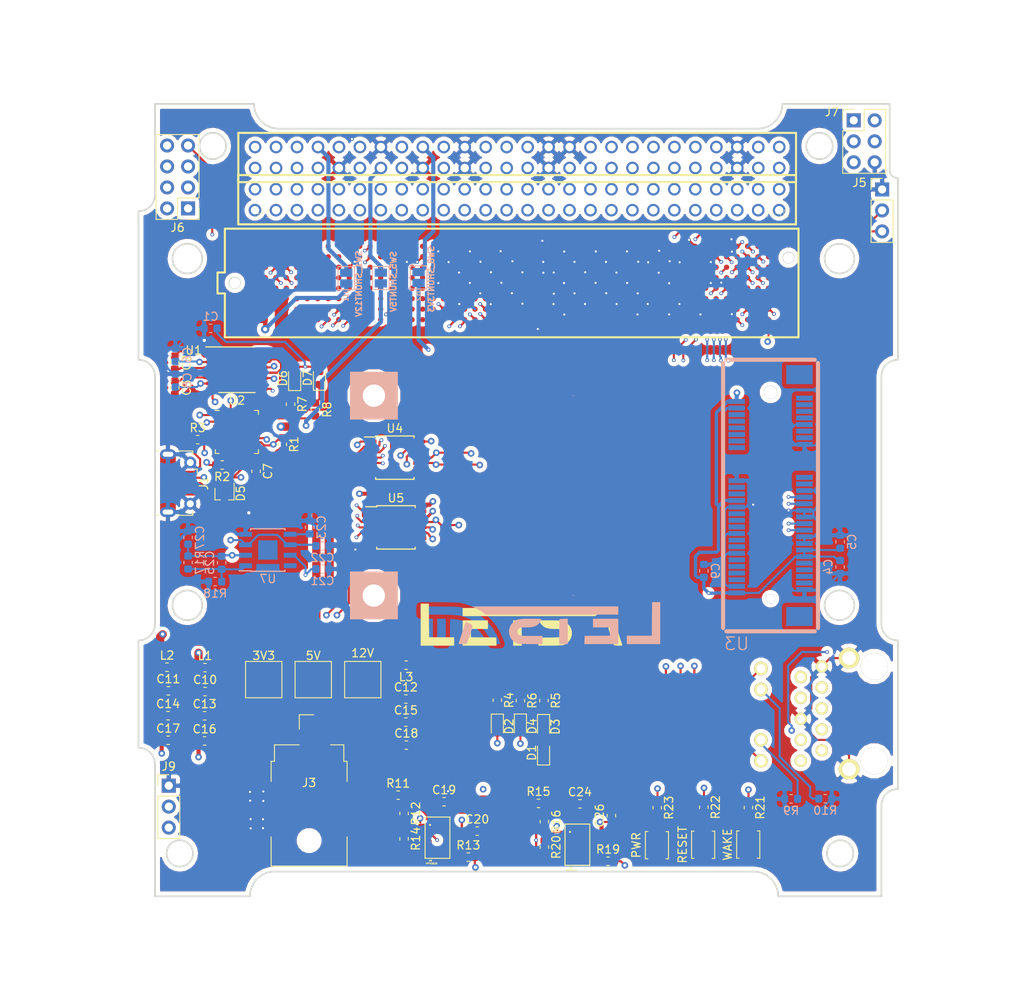
<source format=kicad_pcb>
(kicad_pcb (version 20171130) (host pcbnew "(5.0.2)-1")
  (title_block (title "Carrier Board V3") (date 3/16/2019) (rev "REV 1") (company "Made by: Daniel Lopez"))
  (layers (0 F.Cu mixed) (1 In1.Cu power) (2 In2.Cu signal) (31 B.Cu mixed) (34 B.Paste user) (35 F.Paste user) (36 B.SilkS user) (37 F.SilkS user) (38 B.Mask user) (39 F.Mask user) (44 Edge.Cuts user))
  (net 0 "")
  (net 1 TX2i_5V)
  (net 2 "GBE_CTREF(GND)")
  (net 3 "Net-(C2-Pad1)")
  (net 4 "Net-(C2-Pad2)")
  (net 5 "Net-(C3-Pad2)")
  (net 6 "Net-(C3-Pad1)")
  (net 7 "Net-(C8-Pad1)")
  (net 8 TX2i_12V)
  (net 9 TX2i_1.8V)
  (net 10 "Net-(D1-Pad2)")
  (net 11 "Net-(D2-Pad1)")
  (net 12 "Net-(D3-Pad1)")
  (net 13 "Net-(D4-Pad1)")
  (net 14 "Net-(D5-Pad1)")
  (net 15 "Net-(D5-Pad2)")
  (net 16 "Net-(D6-Pad1)")
  (net 17 "Net-(D7-Pad1)")
  (net 18 "Net-(J2-Pad12)")
  (net 19 "Net-(J2-Pad11)")
  (net 20 GBE_LINK1000#)
  (net 21 "Net-(J2-Pad15)")
  (net 22 "Net-(J2-Pad14)")
  (net 23 GBE_MDI3-)
  (net 24 GBE_MDI3+)
  (net 25 GBE_MDI2-)
  (net 26 GBE_MDI2+)
  (net 27 GBE_MDI1-)
  (net 28 GBE_MDI1+)
  (net 29 GBE_MDI0-)
  (net 30 GBE_MDI0+)
  (net 31 "Net-(J4-PadD1)")
  (net 32 "Net-(J4-PadD2)")
  (net 33 "Net-(J4-PadD3)")
  (net 34 "Net-(J4-PadD4)")
  (net 35 "Net-(J4-PadA5)")
  (net 36 "Net-(J4-PadB5)")
  (net 37 "Net-(J4-PadC5)")
  (net 38 "Net-(J4-PadD5)")
  (net 39 "Net-(J4-PadA6)")
  (net 40 "Net-(J4-PadB6)")
  (net 41 "Net-(J4-PadC6)")
  (net 42 "Net-(J4-PadD6)")
  (net 43 "Net-(J4-PadA7)")
  (net 44 "Net-(J4-PadB7)")
  (net 45 "Net-(J4-PadC7)")
  (net 46 "Net-(J4-PadD7)")
  (net 47 GPO0)
  (net 48 "Net-(J4-PadB8)")
  (net 49 "Net-(J4-PadC8)")
  (net 50 "Net-(J4-PadD8)")
  (net 51 GPO1)
  (net 52 GPI3)
  (net 53 "Net-(J4-PadC9)")
  (net 54 "Net-(J4-PadD9)")
  (net 55 GPI0)
  (net 56 "Net-(J4-PadB10)")
  (net 57 "Net-(J4-PadC10)")
  (net 58 "Net-(J4-PadD10)")
  (net 59 "Net-(J4-PadA11)")
  (net 60 "Net-(J4-PadB11)")
  (net 61 "Net-(J4-PadC11)")
  (net 62 "Net-(J4-PadD11)")
  (net 63 "Net-(J4-PadA12)")
  (net 64 "Net-(J4-PadB12)")
  (net 65 "Net-(J4-PadC12)")
  (net 66 "Net-(J4-PadD12)")
  (net 67 "Net-(J4-PadA13)")
  (net 68 "Net-(J4-PadB13)")
  (net 69 "Net-(J4-PadC13)")
  (net 70 "Net-(J4-PadD13)")
  (net 71 "Net-(J4-PadA14)")
  (net 72 "Net-(J4-PadC14)")
  (net 73 "Net-(J4-PadD14)")
  (net 74 "Net-(J4-PadA15)")
  (net 75 "Net-(J4-PadB15)")
  (net 76 "Net-(J4-PadC15)")
  (net 77 "Net-(J4-PadD15)")
  (net 78 "Net-(J4-PadA16)")
  (net 79 "Net-(J4-PadB16)")
  (net 80 "Net-(J4-PadC16)")
  (net 81 "Net-(J4-PadD16)")
  (net 82 "Net-(J4-PadA17)")
  (net 83 "Net-(J4-PadB17)")
  (net 84 "Net-(J4-PadC17)")
  (net 85 "Net-(J4-PadD17)")
  (net 86 "Net-(J4-PadA18)")
  (net 87 "Net-(J4-PadB18)")
  (net 88 "Net-(J4-PadC18)")
  (net 89 "Net-(J4-PadD18)")
  (net 90 "Net-(J4-PadA19)")
  (net 91 GPO2)
  (net 92 "Net-(J4-PadC19)")
  (net 93 "Net-(J4-PadD19)")
  (net 94 I2C_DAT)
  (net 95 "Net-(J4-PadB20)")
  (net 96 "Net-(J4-PadC20)")
  (net 97 I2C_CK)
  (net 98 "Net-(J4-PadB21)")
  (net 99 "Net-(J4-PadD21)")
  (net 100 GPI1)
  (net 101 "Net-(J4-PadB22)")
  (net 102 "Net-(J4-PadC22)")
  (net 103 "Net-(J4-PadD22)")
  (net 104 GPI2)
  (net 105 GPO3)
  (net 106 "Net-(J4-PadC23)")
  (net 107 "Net-(J4-PadA24)")
  (net 108 "Net-(J4-PadB24)")
  (net 109 "Net-(J4-PadD24)")
  (net 110 "Net-(J4-PadA25)")
  (net 111 "Net-(J4-PadB25)")
  (net 112 "Net-(J4-PadC25)")
  (net 113 "Net-(J4-PadD25)")
  (net 114 "Net-(J4-PadA26)")
  (net 115 "Net-(J4-PadB26)")
  (net 116 "Net-(J4-PadC26)")
  (net 117 "Net-(J4-PadA27)")
  (net 118 "Net-(J4-PadB27)")
  (net 119 "Net-(J4-PadD27)")
  (net 120 "Net-(J4-PadB28)")
  (net 121 "Net-(J4-PadC28)")
  (net 122 "Net-(J4-PadD28)")
  (net 123 "Net-(J4-PadA29)")
  (net 124 "Net-(J4-PadB29)")
  (net 125 "Net-(J4-PadC29)")
  (net 126 "Net-(J4-PadA30)")
  (net 127 "Net-(J4-PadB30)")
  (net 128 "Net-(J4-PadD30)")
  (net 129 "Net-(J4-PadA31)")
  (net 130 "Net-(J4-PadC31)")
  (net 131 "Net-(J4-PadD31)")
  (net 132 "Net-(J4-PadA32)")
  (net 133 "Net-(J4-PadB32)")
  (net 134 "Net-(J4-PadC32)")
  (net 135 "Net-(J4-PadA33)")
  (net 136 "Net-(J4-PadB33)")
  (net 137 "Net-(J4-PadD33)")
  (net 138 "Net-(J4-PadA34)")
  (net 139 "Net-(J4-PadB34)")
  (net 140 "Net-(J4-PadC34)")
  (net 141 "Net-(J4-PadD34)")
  (net 142 "Net-(J4-PadA35)")
  (net 143 "Net-(J4-PadB35)")
  (net 144 "Net-(J4-PadC35)")
  (net 145 "Net-(J4-PadA36)")
  (net 146 "Net-(J4-PadB36)")
  (net 147 "Net-(J4-PadD36)")
  (net 148 "Net-(J4-PadB37)")
  (net 149 "Net-(J4-PadC37)")
  (net 150 "Net-(J4-PadD37)")
  (net 151 "Net-(J4-PadA38)")
  (net 152 "Net-(J4-PadC38)")
  (net 153 "Net-(J4-PadA39)")
  (net 154 "Net-(J4-PadB39)")
  (net 155 "Net-(J4-PadD39)")
  (net 156 "Net-(J4-PadB40)")
  (net 157 "Net-(J4-PadC40)")
  (net 158 "Net-(J4-PadD40)")
  (net 159 "Net-(J4-PadA41)")
  (net 160 "Net-(J4-PadC41)")
  (net 161 "Net-(J4-PadA42)")
  (net 162 "Net-(J4-PadB42)")
  (net 163 "Net-(J4-PadD42)")
  (net 164 "Net-(J4-PadB43)")
  (net 165 "Net-(J4-PadC43)")
  (net 166 "Net-(J4-PadD43)")
  (net 167 "Net-(J4-PadA44)")
  (net 168 "Net-(J4-PadC44)")
  (net 169 "Net-(J4-PadA45)")
  (net 170 "Net-(J4-PadB45)")
  (net 171 SATA_TX+)
  (net 172 "Net-(J4-PadA46)")
  (net 173 "Net-(J4-PadB46)")
  (net 174 "Net-(J4-PadC46)")
  (net 175 SATA_TX-)
  (net 176 SYS_RESETn)
  (net 177 "Net-(J4-PadC47)")
  (net 178 "Net-(J4-PadD47)")
  (net 179 PWR_OK)
  (net 180 WAKE1n)
  (net 181 "Net-(J4-PadC48)")
  (net 182 "Net-(J4-PadD48)")
  (net 183 "Net-(J4-PadA49)")
  (net 184 "Net-(J4-PadB49)")
  (net 185 "Net-(J4-PadC49)")
  (net 186 "Net-(J4-PadD49)")
  (net 187 PWRBTNn)
  (net 188 "Net-(J4-PadC50)")
  (net 189 "Net-(J4-PadD50)")
  (net 190 "Net-(J4-PadE1)")
  (net 191 "Net-(J4-PadF1)")
  (net 192 "Net-(J4-PadG1)")
  (net 193 "Net-(J4-PadH1)")
  (net 194 SLEEPn)
  (net 195 "Net-(J4-PadF2)")
  (net 196 "Net-(J4-PadG2)")
  (net 197 "Net-(J4-PadH2)")
  (net 198 SPI0_CK)
  (net 199 SPI0_CS)
  (net 200 "Net-(J4-PadH3)")
  (net 201 SPI0_MI)
  (net 202 SPI0_MO)
  (net 203 "Net-(J4-PadG4)")
  (net 204 "Net-(J4-PadH4)")
  (net 205 "Net-(J4-PadE5)")
  (net 206 "Net-(J4-PadF5)")
  (net 207 "Net-(J4-PadG5)")
  (net 208 "Net-(J4-PadH5)")
  (net 209 "Net-(J4-PadE6)")
  (net 210 "Net-(J4-PadF6)")
  (net 211 "Net-(J4-PadG6)")
  (net 212 "Net-(J4-PadH6)")
  (net 213 "Net-(J4-PadE7)")
  (net 214 "Net-(J4-PadF7)")
  (net 215 "Net-(J4-PadG7)")
  (net 216 "Net-(J4-PadH7)")
  (net 217 "Net-(J4-PadE8)")
  (net 218 "Net-(J4-PadF8)")
  (net 219 "Net-(J4-PadG8)")
  (net 220 "Net-(J4-PadH8)")
  (net 221 "Net-(J4-PadE9)")
  (net 222 "Net-(J4-PadF9)")
  (net 223 "Net-(J4-PadG9)")
  (net 224 "Net-(J4-PadH9)")
  (net 225 "Net-(J4-PadE10)")
  (net 226 "Net-(J4-PadG10)")
  (net 227 "Net-(J4-PadH10)")
  (net 228 "Net-(J4-PadE11)")
  (net 229 "Net-(J4-PadF11)")
  (net 230 "Net-(J4-PadG11)")
  (net 231 "Net-(J4-PadH11)")
  (net 232 "Net-(J4-PadE12)")
  (net 233 "Net-(J4-PadF12)")
  (net 234 UART0_RX)
  (net 235 UART0_TX)
  (net 236 "Net-(J4-PadE13)")
  (net 237 "Net-(J4-PadF13)")
  (net 238 "Net-(J4-PadG13)")
  (net 239 "Net-(J4-PadH13)")
  (net 240 "Net-(J4-PadE14)")
  (net 241 "Net-(J4-PadF14)")
  (net 242 "Net-(J4-PadG14)")
  (net 243 "Net-(J4-PadH14)")
  (net 244 "Net-(J4-PadE15)")
  (net 245 "Net-(J4-PadG15)")
  (net 246 "Net-(J4-PadH15)")
  (net 247 "Net-(J4-PadE16)")
  (net 248 "Net-(J4-PadF16)")
  (net 249 "Net-(J4-PadG16)")
  (net 250 "Net-(J4-PadH16)")
  (net 251 "Net-(J4-PadE17)")
  (net 252 "Net-(J4-PadF17)")
  (net 253 "Net-(J4-PadH17)")
  (net 254 "Net-(J4-PadE18)")
  (net 255 "Net-(J4-PadF18)")
  (net 256 "Net-(J4-PadG18)")
  (net 257 "Net-(J4-PadH18)")
  (net 258 "Net-(J4-PadF19)")
  (net 259 "Net-(J4-PadG19)")
  (net 260 "Net-(J4-PadE20)")
  (net 261 "Net-(J4-PadF20)")
  (net 262 "Net-(J4-PadH20)")
  (net 263 "Net-(J4-PadE21)")
  (net 264 "Net-(J4-PadG21)")
  (net 265 "Net-(J4-PadH21)")
  (net 266 "Net-(J4-PadF22)")
  (net 267 "Net-(J4-PadG22)")
  (net 268 "Net-(J4-PadE23)")
  (net 269 "Net-(J4-PadF23)")
  (net 270 "Net-(J4-PadH23)")
  (net 271 "Net-(J4-PadE24)")
  (net 272 "Net-(J4-PadG24)")
  (net 273 "Net-(J4-PadH24)")
  (net 274 "Net-(J4-PadF25)")
  (net 275 "Net-(J4-PadG25)")
  (net 276 "Net-(J4-PadE26)")
  (net 277 "Net-(J4-PadF26)")
  (net 278 "Net-(J4-PadH26)")
  (net 279 "Net-(J4-PadE27)")
  (net 280 "Net-(J4-PadG27)")
  (net 281 "Net-(J4-PadH27)")
  (net 282 "Net-(J4-PadF28)")
  (net 283 "Net-(J4-PadG28)")
  (net 284 "Net-(J4-PadE29)")
  (net 285 "Net-(J4-PadF29)")
  (net 286 "Net-(J4-PadH29)")
  (net 287 "Net-(J4-PadE30)")
  (net 288 "Net-(J4-PadG30)")
  (net 289 "Net-(J4-PadH30)")
  (net 290 "Net-(J4-PadF31)")
  (net 291 "Net-(J4-PadG31)")
  (net 292 "Net-(J4-PadE32)")
  (net 293 "Net-(J4-PadF32)")
  (net 294 "Net-(J4-PadH32)")
  (net 295 "Net-(J4-PadE33)")
  (net 296 "Net-(J4-PadG33)")
  (net 297 "Net-(J4-PadH33)")
  (net 298 "Net-(J4-PadF34)")
  (net 299 "Net-(J4-PadG34)")
  (net 300 "Net-(J4-PadE35)")
  (net 301 "Net-(J4-PadF35)")
  (net 302 "Net-(J4-PadH35)")
  (net 303 "Net-(J4-PadE36)")
  (net 304 "Net-(J4-PadG36)")
  (net 305 "Net-(J4-PadH36)")
  (net 306 "Net-(J4-PadF37)")
  (net 307 "Net-(J4-PadG37)")
  (net 308 "Net-(J4-PadE38)")
  (net 309 "Net-(J4-PadF38)")
  (net 310 "Net-(J4-PadH38)")
  (net 311 "Net-(J4-PadE39)")
  (net 312 "Net-(J4-PadG39)")
  (net 313 "Net-(J4-PadH39)")
  (net 314 "Net-(J4-PadF40)")
  (net 315 "Net-(J4-PadG40)")
  (net 316 "Net-(J4-PadE41)")
  (net 317 "Net-(J4-PadF41)")
  (net 318 "Net-(J4-PadH41)")
  (net 319 "Net-(J4-PadE42)")
  (net 320 "Net-(J4-PadG42)")
  (net 321 "Net-(J4-PadH42)")
  (net 322 "Net-(J4-PadF43)")
  (net 323 "Net-(J4-PadG43)")
  (net 324 "Net-(J4-PadE44)")
  (net 325 "Net-(J4-PadF44)")
  (net 326 "Net-(J4-PadH44)")
  (net 327 "Net-(J4-PadE45)")
  (net 328 SATA_RX+)
  (net 329 "Net-(J4-PadH45)")
  (net 330 SATA_RX-)
  (net 331 "Net-(J4-PadE47)")
  (net 332 GBE_CTREF{GND})
  (net 333 "Net-(J4-PadE50)")
  (net 334 GBE_LINK100#)
  (net 335 "Net-(J4-PadH50)")
  (net 336 I2C_GP1_DAT)
  (net 337 I2C_GP1_CK)
  (net 338 SPI0_MISO)
  (net 339 SPI0_CLK)
  (net 340 SPI0_MOSI)
  (net 341 "Net-(J8-Pad52)")
  (net 342 "Net-(J8-Pad51)")
  (net 343 "Net-(J8-Pad50)")
  (net 344 "Net-(J8-Pad49)")
  (net 345 "Net-(J8-Pad48)")
  (net 346 "Net-(J8-Pad47)")
  (net 347 "Net-(J8-Pad46)")
  (net 348 "Net-(J8-Pad45)")
  (net 349 "Net-(J8-Pad44)")
  (net 350 "Net-(J8-Pad42)")
  (net 351 "Net-(J8-Pad40)")
  (net 352 "Net-(J8-Pad39)")
  (net 353 "Net-(J8-Pad38)")
  (net 354 "Net-(J8-Pad37)")
  (net 355 "Net-(J8-Pad36)")
  (net 356 "Net-(J8-Pad35)")
  (net 357 "Net-(J8-Pad34)")
  (net 358 "Net-(J8-Pad33)")
  (net 359 "Net-(J8-Pad31)")
  (net 360 "Net-(J8-Pad30)")
  (net 361 "Net-(J8-Pad29)")
  (net 362 "Net-(J8-Pad28)")
  (net 363 "Net-(J8-Pad27)")
  (net 364 "Net-(J8-Pad26)")
  (net 365 "Net-(J8-Pad25)")
  (net 366 "Net-(J8-Pad24)")
  (net 367 "Net-(J8-Pad23)")
  (net 368 "Net-(J8-Pad22)")
  (net 369 "Net-(J8-Pad21)")
  (net 370 "Net-(J8-Pad20)")
  (net 371 "Net-(J8-Pad19)")
  (net 372 "Net-(J8-Pad18)")
  (net 373 "Net-(J8-Pad17)")
  (net 374 "Net-(J8-Pad16)")
  (net 375 "Net-(J8-Pad15)")
  (net 376 "Net-(J8-Pad14)")
  (net 377 "Net-(J8-Pad13)")
  (net 378 "Net-(J8-Pad12)")
  (net 379 "Net-(J8-Pad11)")
  (net 380 "Net-(J8-Pad10)")
  (net 381 "Net-(J8-Pad9)")
  (net 382 "Net-(J8-Pad8)")
  (net 383 "Net-(J8-Pad7)")
  (net 384 "Net-(J8-Pad6)")
  (net 385 "Net-(J8-Pad5)")
  (net 386 "Net-(J8-Pad4)")
  (net 387 "Net-(J8-Pad3)")
  (net 388 "Net-(J8-Pad2)")
  (net 389 "Net-(J8-Pad1)")
  (net 390 "Net-(J10-Pad1)")
  (net 391 "Net-(J10-Pad2)")
  (net 392 "Net-(J10-Pad3)")
  (net 393 "Net-(J10-Pad4)")
  (net 394 "Net-(J10-Pad5)")
  (net 395 "Net-(J10-Pad6)")
  (net 396 "Net-(J10-Pad7)")
  (net 397 SW3)
  (net 398 SW5)
  (net 399 SW6)
  (net 400 SW7)
  (net 401 SW8)
  (net 402 SW9)
  (net 403 SW10)
  (net 404 "Net-(J10-Pad23)")
  (net 405 "Net-(J10-Pad24)")
  (net 406 "Net-(J10-Pad25)")
  (net 407 "Net-(J10-Pad26)")
  (net 408 "Net-(J10-Pad27)")
  (net 409 "Net-(J10-Pad28)")
  (net 410 "Net-(J10-Pad31)")
  (net 411 "Net-(J10-Pad33)")
  (net 412 "Net-(J10-Pad34)")
  (net 413 PCM_IN)
  (net 414 "Net-(J10-Pad37)")
  (net 415 "Net-(J10-Pad38)")
  (net 416 "Net-(J10-Pad39)")
  (net 417 "Net-(J10-Pad40)")
  (net 418 BCR_OUT)
  (net 419 TX2i_VBATT)
  (net 420 "Net-(J10-Pad49)")
  (net 421 "Net-(J10-Pad50)")
  (net 422 "Net-(J10-Pad51)")
  (net 423 "Net-(J10-Pad52)")
  (net 424 "Net-(L2-Pad2)")
  (net 425 "Net-(L3-Pad2)")
  (net 426 Reset#)
  (net 427 "Net-(R2-Pad1)")
  (net 428 "Net-(J1-Pad1)")
  (net 429 "Net-(R7-Pad2)")
  (net 430 "Net-(R8-Pad2)")
  (net 431 "Net-(R11-Pad2)")
  (net 432 "Net-(R12-Pad1)")
  (net 433 GNDA)
  (net 434 "Net-(R13-Pad2)")
  (net 435 "Net-(R15-Pad2)")
  (net 436 "Net-(R16-Pad1)")
  (net 437 "Net-(R19-Pad2)")
  (net 438 "Net-(U1-Pad8)")
  (net 439 RXD)
  (net 440 "Net-(U1-Pad10)")
  (net 441 TXD)
  (net 442 "Net-(U1-Pad13)")
  (net 443 "Net-(U2-Pad3)")
  (net 444 "Net-(U2-Pad5)")
  (net 445 "Net-(U2-Pad6)")
  (net 446 "Net-(U2-Pad7)")
  (net 447 "Net-(U2-Pad8)")
  (net 448 "Net-(U2-Pad9)")
  (net 449 "Net-(U2-Pad11)")
  (net 450 "Net-(U2-Pad12)")
  (net 451 "Net-(U2-Pad13)")
  (net 452 "Net-(U2-Pad23)")
  (net 453 "Net-(U2-Pad25)")
  (net 454 "Net-(U2-Pad27)")
  (net 455 "Net-(U2-Pad28)")
  (net 456 "Net-(U2-Pad29)")
  (net 457 "Net-(U2-Pad31)")
  (net 458 "Net-(U2-Pad32)")
  (net 459 "Net-(U3-Pad48)")
  (net 460 "Net-(U3-Pad47)")
  (net 461 "Net-(U3-Pad46)")
  (net 462 "Net-(U3-Pad45)")
  (net 463 "Net-(U3-Pad44)")
  (net 464 "Net-(U3-Pad43)")
  (net 465 "Net-(U3-Pad42)")
  (net 466 "Net-(U3-Pad38)")
  (net 467 "Net-(U3-Pad36)")
  (net 468 "Net-(U3-Pad32)")
  (net 469 "Net-(U3-Pad30)")
  (net 470 "Net-(U3-Pad28)")
  (net 471 "Net-(U3-Pad22)")
  (net 472 "Net-(U3-Pad20)")
  (net 473 "Net-(U3-Pad19)")
  (net 474 "Net-(U3-Pad17)")
  (net 475 "Net-(U3-Pad16)")
  (net 476 "Net-(U3-Pad14)")
  (net 477 "Net-(U3-Pad13)")
  (net 478 "Net-(U3-Pad12)")
  (net 479 "Net-(U3-Pad11)")
  (net 480 "Net-(U3-Pad10)")
  (net 481 "Net-(U3-Pad8)")
  (net 482 "Net-(U3-Pad7)")
  (net 483 "Net-(U3-Pad6)")
  (net 484 "Net-(U3-Pad5)")
  (net 485 "Net-(U3-Pad3)")
  (net 486 "Net-(U3-Pad1)")
  (net 487 "Net-(U4-Pad6)")
  (net 488 "Net-(U4-Pad9)")
  (net 489 SPI0_CS0#)
  (net 490 "Net-(U5-Pad9)")
  (net 491 "Net-(U5-Pad6)")
  (net 492 "Net-(U6-Pad11)")
  (net 493 "Net-(U6-Pad6)")
  (net 494 "Net-(U6-Pad5)")
  (net 495 "Net-(U6-Pad4)")
  (net 496 "Net-(U6-Pad2)")
  (net 497 "Net-(U8-Pad2)")
  (net 498 "Net-(U8-Pad4)")
  (net 499 "Net-(U8-Pad5)")
  (net 500 "Net-(U8-Pad6)")
  (net 501 "Net-(U8-Pad11)")
  (net 502 "Net-(J1-Pad4)")
  (net 503 TX2i_3V3)
  (net 504 "Net-(U3-Pad49)")
  (net 505 "Net-(C6-Pad1)")
  (net 506 "Net-(C7-Pad1)")
  (net 507 "Net-(C19-Pad1)")
  (net 508 "Net-(C23-Pad1)")
  (net 509 "Net-(C24-Pad1)")
  (net 510 "Net-(C25-Pad2)")
  (net 511 "Net-(12V1-Pad1)")
  (net 512 "Net-(3V3-Pad1)")
  (net 513 "Net-(5V1-Pad1)")
  (net 514 SW4)
  (net 515 SW2)
  (net 516 SW1)
  (net 517 USB_CHG5V)
  (module CarrierBoardV3:MSATA-Socket (layer B.Cu) (at 176.8132 77.9862 270)
    (fp_text reference U3 (at 30.46 4.105 180) (layer B.SilkS) (effects (font (size 1.524 1.524)) (justify mirror)))
    (fp_text value MSATA-Socket hide)
    (pad "" thru_hole circle (at 25 0 270) (size 1.1 1.1) (drill 1.1) (layers *.Cu *.Mask))
    (pad "" thru_hole circle (at 0 0 270) (size 1.6 1.6) (drill 1.6) (layers *.Cu *.Mask))
    (pad "" smd rect (at -2.15 -3.5 270) (size 2.3 3.2) (layers B.Cu B.Paste B.Mask))
    (pad "" smd rect (at 27.15 -3.5 270) (size 2.3 3.2) (layers B.Cu B.Paste B.Mask))
    (pad "" connect rect (at 0.4 23.9 270) (size 0.1 0.1) (layers B.SilkS))
    (pad "" connect rect (at 0.4 48.05 270) (size 5.8 5.8) (layers B.SilkS))
    (pad "" connect rect (at 24.6 48.05 270) (size 5.8 5.8) (layers B.SilkS))
    (pad "" connect rect (at 24.6 23.9 270) (size 0.1 0.1) (layers B.SilkS))
    (pad 1 smd rect (at 0.7 -4.1 270) (size 0.6 2) (layers B.Cu B.Paste B.Mask) (net 486 "Net-(U3-Pad1)"))
    (pad 2 smd rect (at 1.1 4.1 270) (size 0.6 2) (layers B.Cu B.Paste B.Mask) (net 503 TX2i_3V3))
    (pad 3 smd rect (at 1.5 -4.1 270) (size 0.6 2) (layers B.Cu B.Paste B.Mask) (net 485 "Net-(U3-Pad3)"))
    (pad 4 smd rect (at 1.9 4.1 270) (size 0.6 2) (layers B.Cu B.Paste B.Mask) (net 2 "GBE_CTREF(GND)"))
    (pad 5 smd rect (at 2.3 -4.1 270) (size 0.6 2) (layers B.Cu B.Paste B.Mask) (net 484 "Net-(U3-Pad5)"))
    (pad 6 smd rect (at 2.7 4.1 270) (size 0.6 2) (layers B.Cu B.Paste B.Mask) (net 483 "Net-(U3-Pad6)"))
    (pad 7 smd rect (at 3.1 -4.1 270) (size 0.6 2) (layers B.Cu B.Paste B.Mask) (net 482 "Net-(U3-Pad7)"))
    (pad 8 smd rect (at 3.5 4.1 270) (size 0.6 2) (layers B.Cu B.Paste B.Mask) (net 481 "Net-(U3-Pad8)"))
    (pad 9 smd rect (at 3.9 -4.1 270) (size 0.6 2) (layers B.Cu B.Paste B.Mask) (net 2 "GBE_CTREF(GND)"))
    (pad 10 smd rect (at 4.3 4.1 270) (size 0.6 2) (layers B.Cu B.Paste B.Mask) (net 480 "Net-(U3-Pad10)"))
    (pad 11 smd rect (at 4.7 -4.1 270) (size 0.6 2) (layers B.Cu B.Paste B.Mask) (net 479 "Net-(U3-Pad11)"))
    (pad 12 smd rect (at 5.1 4.1 270) (size 0.6 2) (layers B.Cu B.Paste B.Mask) (net 478 "Net-(U3-Pad12)"))
    (pad 13 smd rect (at 5.5 -4.1 270) (size 0.6 2) (layers B.Cu B.Paste B.Mask) (net 477 "Net-(U3-Pad13)"))
    (pad 14 smd rect (at 5.9 4.1 270) (size 0.6 2) (layers B.Cu B.Paste B.Mask) (net 476 "Net-(U3-Pad14)"))
    (pad 15 smd rect (at 6.3 -4.1 270) (size 0.6 2) (layers B.Cu B.Paste B.Mask) (net 2 "GBE_CTREF(GND)"))
    (pad 16 smd rect (at 6.7 4.1 270) (size 0.6 2) (layers B.Cu B.Paste B.Mask) (net 475 "Net-(U3-Pad16)"))
    (pad 17 smd rect (at 10.3 -4.1 270) (size 0.6 2) (layers B.Cu B.Paste B.Mask) (net 474 "Net-(U3-Pad17)"))
    (pad 18 smd rect (at 10.7 4.1 270) (size 0.6 2) (layers B.Cu B.Paste B.Mask) (net 2 "GBE_CTREF(GND)"))
    (pad 19 smd rect (at 11.1 -4.1 270) (size 0.6 2) (layers B.Cu B.Paste B.Mask) (net 473 "Net-(U3-Pad19)"))
    (pad 20 smd rect (at 11.5 4.1 270) (size 0.6 2) (layers B.Cu B.Paste B.Mask) (net 472 "Net-(U3-Pad20)"))
    (pad 21 smd rect (at 11.9 -4.1 270) (size 0.6 2) (layers B.Cu B.Paste B.Mask) (net 2 "GBE_CTREF(GND)"))
    (pad 22 smd rect (at 12.3 4.1 270) (size 0.6 2) (layers B.Cu B.Paste B.Mask) (net 471 "Net-(U3-Pad22)"))
    (pad 23 smd rect (at 12.7 -4.1 270) (size 0.6 2) (layers B.Cu B.Paste B.Mask) (net 328 SATA_RX+))
    (pad 24 smd rect (at 13.1 4.1 270) (size 0.6 2) (layers B.Cu B.Paste B.Mask) (net 503 TX2i_3V3))
    (pad 25 smd rect (at 13.5 -4.1 270) (size 0.6 2) (layers B.Cu B.Paste B.Mask) (net 330 SATA_RX-))
    (pad 26 smd rect (at 13.9 4.1 270) (size 0.6 2) (layers B.Cu B.Paste B.Mask) (net 2 "GBE_CTREF(GND)"))
    (pad 27 smd rect (at 14.3 -4.1 270) (size 0.6 2) (layers B.Cu B.Paste B.Mask) (net 2 "GBE_CTREF(GND)"))
    (pad 28 smd rect (at 14.7 4.1 270) (size 0.6 2) (layers B.Cu B.Paste B.Mask) (net 470 "Net-(U3-Pad28)"))
    (pad 29 smd rect (at 15.1 -4.1 270) (size 0.6 2) (layers B.Cu B.Paste B.Mask) (net 2 "GBE_CTREF(GND)"))
    (pad 30 smd rect (at 15.5 4.1 270) (size 0.6 2) (layers B.Cu B.Paste B.Mask) (net 469 "Net-(U3-Pad30)"))
    (pad 31 smd rect (at 15.9 -4.1 270) (size 0.6 2) (layers B.Cu B.Paste B.Mask) (net 175 SATA_TX-))
    (pad 32 smd rect (at 16.3 4.1 270) (size 0.6 2) (layers B.Cu B.Paste B.Mask) (net 468 "Net-(U3-Pad32)"))
    (pad 33 smd rect (at 16.7 -4.1 270) (size 0.6 2) (layers B.Cu B.Paste B.Mask) (net 171 SATA_TX+))
    (pad 34 smd rect (at 17.1 4.1 270) (size 0.6 2) (layers B.Cu B.Paste B.Mask) (net 2 "GBE_CTREF(GND)"))
    (pad 35 smd rect (at 17.5 -4.1 270) (size 0.6 2) (layers B.Cu B.Paste B.Mask) (net 2 "GBE_CTREF(GND)"))
    (pad 36 smd rect (at 17.9 4.1 270) (size 0.6 2) (layers B.Cu B.Paste B.Mask) (net 467 "Net-(U3-Pad36)"))
    (pad 37 smd rect (at 18.3 -4.1 270) (size 0.6 2) (layers B.Cu B.Paste B.Mask) (net 2 "GBE_CTREF(GND)"))
    (pad 38 smd rect (at 18.7 4.1 270) (size 0.6 2) (layers B.Cu B.Paste B.Mask) (net 466 "Net-(U3-Pad38)"))
    (pad 39 smd rect (at 19.1 -4.1 270) (size 0.6 2) (layers B.Cu B.Paste B.Mask) (net 503 TX2i_3V3))
    (pad 40 smd rect (at 19.5 4.1 270) (size 0.6 2) (layers B.Cu B.Paste B.Mask) (net 2 "GBE_CTREF(GND)"))
    (pad 41 smd rect (at 19.9 -4.1 270) (size 0.6 2) (layers B.Cu B.Paste B.Mask) (net 503 TX2i_3V3))
    (pad 42 smd rect (at 20.3 4.1 270) (size 0.6 2) (layers B.Cu B.Paste B.Mask) (net 465 "Net-(U3-Pad42)"))
    (pad 43 smd rect (at 20.7 -4.1 270) (size 0.6 2) (layers B.Cu B.Paste B.Mask) (net 464 "Net-(U3-Pad43)"))
    (pad 44 smd rect (at 21.1 4.1 270) (size 0.6 2) (layers B.Cu B.Paste B.Mask) (net 463 "Net-(U3-Pad44)"))
    (pad 45 smd rect (at 21.5 -4.1 270) (size 0.6 2) (layers B.Cu B.Paste B.Mask) (net 462 "Net-(U3-Pad45)"))
    (pad 46 smd rect (at 21.9 4.1 270) (size 0.6 2) (layers B.Cu B.Paste B.Mask) (net 461 "Net-(U3-Pad46)"))
    (pad 47 smd rect (at 22.3 -4.1 270) (size 0.6 2) (layers B.Cu B.Paste B.Mask) (net 460 "Net-(U3-Pad47)"))
    (pad 48 smd rect (at 22.7 4.1 270) (size 0.6 2) (layers B.Cu B.Paste B.Mask) (net 459 "Net-(U3-Pad48)"))
    (pad 49 smd rect (at 23.1 -4.1 270) (size 0.6 2) (layers B.Cu B.Paste B.Mask) (net 504 "Net-(U3-Pad49)"))
    (pad 50 smd rect (at 23.5 4.1 270) (size 0.6 2) (layers B.Cu B.Paste B.Mask) (net 2 "GBE_CTREF(GND)"))
    (pad 51 smd rect (at 23.9 -4.1 270) (size 0.6 2) (layers B.Cu B.Paste B.Mask) (net 2 "GBE_CTREF(GND)"))
    (pad 52 smd rect (at 24.3 4.1 270) (size 0.6 2) (layers B.Cu B.Paste B.Mask) (net 503 TX2i_3V3))
  )
  (module MountingHole:MountingHole_2.7mm_M2.5_Pad (layer F.Cu) (at 128.7482 102.6062)
    (fp_text reference M2 hide)
    (fp_text value MountingHole_2.7mm_M2.5_Pad)
    (pad 1 thru_hole circle (at 0 0) (size 5.4 5.4) (drill 2.7) (layers *.Cu *.Mask))
  )
  (module CarrierBoardV3:LetSat_Logo_Front (layer B.Cu) (at 148.7805 106.172 180)
    (fp_text reference G*** hide)
    (fp_text value LOGO hide)
    (fp_poly (pts (xy 12.353636 -2.309091) (xy 11.314545 -2.309091) (xy 11.314545 0.750455) (xy 12.353636 0.750455) (xy 12.353636 -2.309091)) (layer B.Cu) (width 0.01))
    (fp_poly (pts (xy 14.374091 1.27) (xy 12.524543 1.27) (xy 11.86217 1.267926) (xy 11.301042 1.260868) (xy 10.827009 1.247571) (xy 10.425923 1.226781) (xy 10.083634 1.197245) (xy 9.785993 1.157707) (xy 9.51885 1.106914) (xy 9.268056 1.043611) (xy 9.019462 0.966544) (xy 8.990302 0.956718) (xy 8.295805 0.66214) (xy 7.651998 0.271547) (xy 7.070416 -0.204436) (xy 6.562591 -0.755186) (xy 6.140059 -1.370077) (xy 5.86025 -1.926575) (xy 5.697679 -2.309091) (xy 4.690238 -2.309091) (xy 4.830611 -1.922368) (xy 5.178079 -1.127685) (xy 5.615969 -0.40227) (xy 6.138743 0.248783) (xy 6.740859 0.820381) (xy 7.416777 1.307428) (xy 8.160957 1.704832) (xy 8.967859 2.007498) (xy 9.166755 2.064535) (xy 9.308939 2.102348) (xy 9.437794 2.133407) (xy 9.566419 2.158498) (xy 9.70791 2.178408) (xy 9.875366 2.193924) (xy 10.081885 2.205834) (xy 10.340563 2.214924) (xy 10.6645 2.221982) (xy 11.066791 2.227793) (xy 11.560536 2.233146) (xy 12.050568 2.237818) (xy 14.374091 2.25951) (xy 14.374091 1.27)) (layer B.Cu) (width 0.01))
  )
  (module TestPoint:TestPoint_Pad_4.0x4.0mm (layer F.Cu) (at 115.4132 112.7862)
    (fp_text reference 3V3 (at 0 -2.898) (layer F.SilkS))
    (fp_text value 3.3V)
    (pad 1 smd rect (at 0 0) (size 3 3) (layers F.Cu F.Mask) (net 512 "Net-(3V3-Pad1)"))
  )
  (module TestPoint:TestPoint_Pad_4.0x4.0mm (layer F.Cu) (at 121.4132 112.7862)
    (fp_text reference 5V (at 0 -2.898) (layer F.SilkS))
    (fp_text value 5V)
    (pad 1 smd rect (at 0 0) (size 3 3) (layers F.Cu F.Mask) (net 424 "Net-(L2-Pad2)"))
  )
  (module TestPoint:TestPoint_Pad_4.0x4.0mm (layer F.Cu) (at 127.4132 112.7862)
    (fp_text reference 12V (at -0.015 -3.21) (layer F.SilkS))
    (fp_text value 12V)
    (pad 1 smd rect (at 0 0) (size 3 3) (layers F.Cu F.Mask) (net 425 "Net-(L3-Pad2)"))
  )
  (module CarrierBoardV3:LetSat_Logo_Front (layer F.Cu) (at 149.098 106.3625)
    (fp_text reference G*** hide)
    (fp_text value LOGO hide)
    (fp_poly (pts (xy 14.374091 -1.27) (xy 12.524543 -1.27) (xy 11.86217 -1.267926) (xy 11.301042 -1.260868) (xy 10.827009 -1.247571) (xy 10.425923 -1.226781) (xy 10.083634 -1.197245) (xy 9.785993 -1.157707) (xy 9.51885 -1.106914) (xy 9.268056 -1.043611) (xy 9.019462 -0.966544) (xy 8.990302 -0.956718) (xy 8.295805 -0.66214) (xy 7.651998 -0.271547) (xy 7.070416 0.204436) (xy 6.562591 0.755186) (xy 6.140059 1.370077) (xy 5.86025 1.926575) (xy 5.697679 2.309091) (xy 4.690238 2.309091) (xy 4.830611 1.922368) (xy 5.178079 1.127685) (xy 5.615969 0.40227) (xy 6.138743 -0.248783) (xy 6.740859 -0.820381) (xy 7.416777 -1.307428) (xy 8.160957 -1.704832) (xy 8.967859 -2.007498) (xy 9.166755 -2.064535) (xy 9.308939 -2.102348) (xy 9.437794 -2.133407) (xy 9.566419 -2.158498) (xy 9.70791 -2.178408) (xy 9.875366 -2.193924) (xy 10.081885 -2.205834) (xy 10.340563 -2.214924) (xy 10.6645 -2.221982) (xy 11.066791 -2.227793) (xy 11.560536 -2.233146) (xy 12.050568 -2.237818) (xy 14.374091 -2.25951) (xy 14.374091 -1.27)) (layer F.Cu) (width 0.01))
    (fp_poly (pts (xy 12.353636 2.309091) (xy 11.314545 2.309091) (xy 11.314545 -0.750455) (xy 12.353636 -0.750455) (xy 12.353636 2.309091)) (layer F.Cu) (width 0.01))
  )
  (module Button_Switch_SMD:SW_SPST_B3U-1000P (layer F.Cu) (at 168.6482 132.7962 90)
    (fp_text reference RESET (at 0 -2.5 90) (layer F.SilkS))
    (fp_text value SW_Push)
    (pad 2 smd rect (at 1.7 0 90) (size 0.9 1.7) (layers F.Cu F.Paste F.Mask) (net 176 SYS_RESETn))
    (pad 1 smd rect (at -1.7 0 90) (size 0.9 1.7) (layers F.Cu F.Paste F.Mask) (net 2 "GBE_CTREF(GND)"))
  )
  (module Button_Switch_SMD:SW_SPST_B3U-1000P (layer F.Cu) (at 163.0482 132.8462 90)
    (fp_text reference PWR (at 0 -2.5 90) (layer F.SilkS))
    (fp_text value SW_Push)
    (pad 1 smd rect (at -1.7 0 90) (size 0.9 1.7) (layers F.Cu F.Paste F.Mask) (net 2 "GBE_CTREF(GND)"))
    (pad 2 smd rect (at 1.7 0 90) (size 0.9 1.7) (layers F.Cu F.Paste F.Mask) (net 180 WAKE1n))
  )
  (module MountingHole:MountingHole_2.7mm_M2.5_Pad (layer F.Cu) (at 128.7632 78.3862)
    (fp_text reference M1 hide)
    (fp_text value MountingHole_2.7mm_M2.5_Pad)
    (pad 1 thru_hole circle (at 0 0) (size 5.4 5.4) (drill 2.7) (layers *.Cu *.Mask))
  )
  (module Button_Switch_SMD:SW_SPST_B3U-1000P (layer F.Cu) (at 174.1082 132.7662 90)
    (fp_text reference WAKE (at 0 -2.5 90) (layer F.SilkS))
    (fp_text value SW_Push)
    (pad 1 smd rect (at -1.7 0 90) (size 0.9 1.7) (layers F.Cu F.Paste F.Mask) (net 2 "GBE_CTREF(GND)"))
    (pad 2 smd rect (at 1.7 0 90) (size 0.9 1.7) (layers F.Cu F.Paste F.Mask) (net 187 PWRBTNn))
  )
  (module CarrierBoardV3:SEAM-50-02.0-XX-08-X-A (layer F.Cu) (at 145.4539 64.7362 180)
    (fp_text reference J4 hide)
    (fp_text value TX2iConnctor hide)
    (fp_text user H50 (at -32.258 8.382 180) (layer F.SilkS) (effects (font (thickness 0.05))))
    (fp_text user H1 (at 29.972 8.382 180) (layer F.SilkS) (effects (font (thickness 0.05))))
    (pad Hole np_thru_hole circle (at -33.5407 3.048 180) (size 1.27 1.27) (drill 1.27) (layers *.Cu *.Mask F.SilkS))
    (pad Hole np_thru_hole circle (at 33.5407 0 180) (size 1.27 1.27) (drill 1.27) (layers *.Cu *.Mask F.SilkS))
    (pad H50 smd circle (at -31.115 4.445 180) (size 0.635 0.635) (layers F.Cu F.Paste F.Mask) (net 335 "Net-(J4-PadH50)"))
    (pad G50 smd circle (at -31.115 3.175 180) (size 0.635 0.635) (layers F.Cu F.Paste F.Mask) (net 2 "GBE_CTREF(GND)"))
    (pad F50 smd circle (at -31.115 1.905 180) (size 0.635 0.635) (layers F.Cu F.Paste F.Mask) (net 334 GBE_LINK100#))
    (pad E50 smd circle (at -31.115 0.635 180) (size 0.635 0.635) (layers F.Cu F.Paste F.Mask) (net 333 "Net-(J4-PadE50)"))
    (pad H49 smd circle (at -29.845 4.445 180) (size 0.635 0.635) (layers F.Cu F.Paste F.Mask) (net 2 "GBE_CTREF(GND)"))
    (pad G49 smd circle (at -29.845 3.175 180) (size 0.635 0.635) (layers F.Cu F.Paste F.Mask) (net 25 GBE_MDI2-))
    (pad F49 smd circle (at -29.845 1.905 180) (size 0.635 0.635) (layers F.Cu F.Paste F.Mask) (net 332 GBE_CTREF{GND}))
    (pad E49 smd circle (at -29.845 0.635 180) (size 0.635 0.635) (layers F.Cu F.Paste F.Mask) (net 29 GBE_MDI0-))
    (pad H48 smd circle (at -28.575 4.445 180) (size 0.635 0.635) (layers F.Cu F.Paste F.Mask) (net 23 GBE_MDI3-))
    (pad G48 smd circle (at -28.575 3.175 180) (size 0.635 0.635) (layers F.Cu F.Paste F.Mask) (net 26 GBE_MDI2+))
    (pad F48 smd circle (at -28.575 1.905 180) (size 0.635 0.635) (layers F.Cu F.Paste F.Mask) (net 27 GBE_MDI1-))
    (pad E48 smd circle (at -28.575 0.635 180) (size 0.635 0.635) (layers F.Cu F.Paste F.Mask) (net 30 GBE_MDI0+))
    (pad H47 smd circle (at -27.305 4.445 180) (size 0.635 0.635) (layers F.Cu F.Paste F.Mask) (net 24 GBE_MDI3+))
    (pad G47 smd circle (at -27.305 3.175 180) (size 0.635 0.635) (layers F.Cu F.Paste F.Mask) (net 2 "GBE_CTREF(GND)"))
    (pad F47 smd circle (at -27.305 1.905 180) (size 0.635 0.635) (layers F.Cu F.Paste F.Mask) (net 28 GBE_MDI1+))
    (pad E47 smd circle (at -27.305 0.635 180) (size 0.635 0.635) (layers F.Cu F.Paste F.Mask) (net 331 "Net-(J4-PadE47)"))
    (pad H46 smd circle (at -26.035 4.445 180) (size 0.635 0.635) (layers F.Cu F.Paste F.Mask) (net 2 "GBE_CTREF(GND)"))
    (pad G46 smd circle (at -26.035 3.175 180) (size 0.635 0.635) (layers F.Cu F.Paste F.Mask) (net 330 SATA_RX-))
    (pad F46 smd circle (at -26.035 1.905 180) (size 0.635 0.635) (layers F.Cu F.Paste F.Mask) (net 20 GBE_LINK1000#))
    (pad E46 smd circle (at -26.035 0.635 180) (size 0.635 0.635) (layers F.Cu F.Paste F.Mask) (net 2 "GBE_CTREF(GND)"))
    (pad H45 smd circle (at -24.765 4.445 180) (size 0.635 0.635) (layers F.Cu F.Paste F.Mask) (net 329 "Net-(J4-PadH45)"))
    (pad G45 smd circle (at -24.765 3.175 180) (size 0.635 0.635) (layers F.Cu F.Paste F.Mask) (net 328 SATA_RX+))
    (pad F45 smd circle (at -24.765 1.905 180) (size 0.635 0.635) (layers F.Cu F.Paste F.Mask) (net 2 "GBE_CTREF(GND)"))
    (pad E45 smd circle (at -24.765 0.635 180) (size 0.635 0.635) (layers F.Cu F.Paste F.Mask) (net 327 "Net-(J4-PadE45)"))
    (pad H44 smd circle (at -23.495 4.445 180) (size 0.635 0.635) (layers F.Cu F.Paste F.Mask) (net 326 "Net-(J4-PadH44)"))
    (pad G44 smd circle (at -23.495 3.175 180) (size 0.635 0.635) (layers F.Cu F.Paste F.Mask) (net 2 "GBE_CTREF(GND)"))
    (pad F44 smd circle (at -23.495 1.905 180) (size 0.635 0.635) (layers F.Cu F.Paste F.Mask) (net 325 "Net-(J4-PadF44)"))
    (pad E44 smd circle (at -23.495 0.635 180) (size 0.635 0.635) (layers F.Cu F.Paste F.Mask) (net 324 "Net-(J4-PadE44)"))
    (pad H43 smd circle (at -22.225 4.445 180) (size 0.635 0.635) (layers F.Cu F.Paste F.Mask) (net 2 "GBE_CTREF(GND)"))
    (pad G43 smd circle (at -22.225 3.175 180) (size 0.635 0.635) (layers F.Cu F.Paste F.Mask) (net 323 "Net-(J4-PadG43)"))
    (pad F43 smd circle (at -22.225 1.905 180) (size 0.635 0.635) (layers F.Cu F.Paste F.Mask) (net 322 "Net-(J4-PadF43)"))
    (pad E43 smd circle (at -22.225 0.635 180) (size 0.635 0.635) (layers F.Cu F.Paste F.Mask) (net 2 "GBE_CTREF(GND)"))
    (pad H42 smd circle (at -20.955 4.445 180) (size 0.635 0.635) (layers F.Cu F.Paste F.Mask) (net 321 "Net-(J4-PadH42)"))
    (pad G42 smd circle (at -20.955 3.175 180) (size 0.635 0.635) (layers F.Cu F.Paste F.Mask) (net 320 "Net-(J4-PadG42)"))
    (pad F42 smd circle (at -20.955 1.905 180) (size 0.635 0.635) (layers F.Cu F.Paste F.Mask) (net 2 "GBE_CTREF(GND)"))
    (pad E42 smd circle (at -20.955 0.635 180) (size 0.635 0.635) (layers F.Cu F.Paste F.Mask) (net 319 "Net-(J4-PadE42)"))
    (pad H41 smd circle (at -19.685 4.445 180) (size 0.635 0.635) (layers F.Cu F.Paste F.Mask) (net 318 "Net-(J4-PadH41)"))
    (pad G41 smd circle (at -19.685 3.175 180) (size 0.635 0.635) (layers F.Cu F.Paste F.Mask) (net 2 "GBE_CTREF(GND)"))
    (pad F41 smd circle (at -19.685 1.905 180) (size 0.635 0.635) (layers F.Cu F.Paste F.Mask) (net 317 "Net-(J4-PadF41)"))
    (pad E41 smd circle (at -19.685 0.635 180) (size 0.635 0.635) (layers F.Cu F.Paste F.Mask) (net 316 "Net-(J4-PadE41)"))
    (pad H40 smd circle (at -18.415 4.445 180) (size 0.635 0.635) (layers F.Cu F.Paste F.Mask) (net 2 "GBE_CTREF(GND)"))
    (pad G40 smd circle (at -18.415 3.175 180) (size 0.635 0.635) (layers F.Cu F.Paste F.Mask) (net 315 "Net-(J4-PadG40)"))
    (pad F40 smd circle (at -18.415 1.905 180) (size 0.635 0.635) (layers F.Cu F.Paste F.Mask) (net 314 "Net-(J4-PadF40)"))
    (pad E40 smd circle (at -18.415 0.635 180) (size 0.635 0.635) (layers F.Cu F.Paste F.Mask) (net 2 "GBE_CTREF(GND)"))
    (pad H39 smd circle (at -17.145 4.445 180) (size 0.635 0.635) (layers F.Cu F.Paste F.Mask) (net 313 "Net-(J4-PadH39)"))
    (pad G39 smd circle (at -17.145 3.175 180) (size 0.635 0.635) (layers F.Cu F.Paste F.Mask) (net 312 "Net-(J4-PadG39)"))
    (pad F39 smd circle (at -17.145 1.905 180) (size 0.635 0.635) (layers F.Cu F.Paste F.Mask) (net 2 "GBE_CTREF(GND)"))
    (pad E39 smd circle (at -17.145 0.635 180) (size 0.635 0.635) (layers F.Cu F.Paste F.Mask) (net 311 "Net-(J4-PadE39)"))
    (pad H38 smd circle (at -15.875 4.445 180) (size 0.635 0.635) (layers F.Cu F.Paste F.Mask) (net 310 "Net-(J4-PadH38)"))
    (pad G38 smd circle (at -15.875 3.175 180) (size 0.635 0.635) (layers F.Cu F.Paste F.Mask) (net 2 "GBE_CTREF(GND)"))
    (pad F38 smd circle (at -15.875 1.905 180) (size 0.635 0.635) (layers F.Cu F.Paste F.Mask) (net 309 "Net-(J4-PadF38)"))
    (pad E38 smd circle (at -15.875 0.635 180) (size 0.635 0.635) (layers F.Cu F.Paste F.Mask) (net 308 "Net-(J4-PadE38)"))
    (pad H37 smd circle (at -14.605 4.445 180) (size 0.635 0.635) (layers F.Cu F.Paste F.Mask) (net 2 "GBE_CTREF(GND)"))
    (pad G37 smd circle (at -14.605 3.175 180) (size 0.635 0.635) (layers F.Cu F.Paste F.Mask) (net 307 "Net-(J4-PadG37)"))
    (pad F37 smd circle (at -14.605 1.905 180) (size 0.635 0.635) (layers F.Cu F.Paste F.Mask) (net 306 "Net-(J4-PadF37)"))
    (pad E37 smd circle (at -14.605 0.635 180) (size 0.635 0.635) (layers F.Cu F.Paste F.Mask) (net 2 "GBE_CTREF(GND)"))
    (pad H36 smd circle (at -13.335 4.445 180) (size 0.635 0.635) (layers F.Cu F.Paste F.Mask) (net 305 "Net-(J4-PadH36)"))
    (pad G36 smd circle (at -13.335 3.175 180) (size 0.635 0.635) (layers F.Cu F.Paste F.Mask) (net 304 "Net-(J4-PadG36)"))
    (pad F36 smd circle (at -13.335 1.905 180) (size 0.635 0.635) (layers F.Cu F.Paste F.Mask) (net 2 "GBE_CTREF(GND)"))
    (pad E36 smd circle (at -13.335 0.635 180) (size 0.635 0.635) (layers F.Cu F.Paste F.Mask) (net 303 "Net-(J4-PadE36)"))
    (pad H35 smd circle (at -12.065 4.445 180) (size 0.635 0.635) (layers F.Cu F.Paste F.Mask) (net 302 "Net-(J4-PadH35)"))
    (pad G35 smd circle (at -12.065 3.175 180) (size 0.635 0.635) (layers F.Cu F.Paste F.Mask) (net 2 "GBE_CTREF(GND)"))
    (pad F35 smd circle (at -12.065 1.905 180) (size 0.635 0.635) (layers F.Cu F.Paste F.Mask) (net 301 "Net-(J4-PadF35)"))
    (pad E35 smd circle (at -12.065 0.635 180) (size 0.635 0.635) (layers F.Cu F.Paste F.Mask) (net 300 "Net-(J4-PadE35)"))
    (pad H34 smd circle (at -10.795 4.445 180) (size 0.635 0.635) (layers F.Cu F.Paste F.Mask) (net 2 "GBE_CTREF(GND)"))
    (pad G34 smd circle (at -10.795 3.175 180) (size 0.635 0.635) (layers F.Cu F.Paste F.Mask) (net 299 "Net-(J4-PadG34)"))
    (pad F34 smd circle (at -10.795 1.905 180) (size 0.635 0.635) (layers F.Cu F.Paste F.Mask) (net 298 "Net-(J4-PadF34)"))
    (pad E34 smd circle (at -10.795 0.635 180) (size 0.635 0.635) (layers F.Cu F.Paste F.Mask) (net 2 "GBE_CTREF(GND)"))
    (pad H33 smd circle (at -9.525 4.445 180) (size 0.635 0.635) (layers F.Cu F.Paste F.Mask) (net 297 "Net-(J4-PadH33)"))
    (pad G33 smd circle (at -9.525 3.175 180) (size 0.635 0.635) (layers F.Cu F.Paste F.Mask) (net 296 "Net-(J4-PadG33)"))
    (pad F33 smd circle (at -9.525 1.905 180) (size 0.635 0.635) (layers F.Cu F.Paste F.Mask) (net 2 "GBE_CTREF(GND)"))
    (pad E33 smd circle (at -9.525 0.635 180) (size 0.635 0.635) (layers F.Cu F.Paste F.Mask) (net 295 "Net-(J4-PadE33)"))
    (pad H32 smd circle (at -8.255 4.445 180) (size 0.635 0.635) (layers F.Cu F.Paste F.Mask) (net 294 "Net-(J4-PadH32)"))
    (pad G32 smd circle (at -8.255 3.175 180) (size 0.635 0.635) (layers F.Cu F.Paste F.Mask) (net 2 "GBE_CTREF(GND)"))
    (pad F32 smd circle (at -8.255 1.905 180) (size 0.635 0.635) (layers F.Cu F.Paste F.Mask) (net 293 "Net-(J4-PadF32)"))
    (pad E32 smd circle (at -8.255 0.635 180) (size 0.635 0.635) (layers F.Cu F.Paste F.Mask) (net 292 "Net-(J4-PadE32)"))
    (pad H31 smd circle (at -6.985 4.445 180) (size 0.635 0.635) (layers F.Cu F.Paste F.Mask) (net 2 "GBE_CTREF(GND)"))
    (pad G31 smd circle (at -6.985 3.175 180) (size 0.635 0.635) (layers F.Cu F.Paste F.Mask) (net 291 "Net-(J4-PadG31)"))
    (pad F31 smd circle (at -6.985 1.905 180) (size 0.635 0.635) (layers F.Cu F.Paste F.Mask) (net 290 "Net-(J4-PadF31)"))
    (pad E31 smd circle (at -6.985 0.635 180) (size 0.635 0.635) (layers F.Cu F.Paste F.Mask) (net 2 "GBE_CTREF(GND)"))
    (pad H30 smd circle (at -5.715 4.445 180) (size 0.635 0.635) (layers F.Cu F.Paste F.Mask) (net 289 "Net-(J4-PadH30)"))
    (pad G30 smd circle (at -5.715 3.175 180) (size 0.635 0.635) (layers F.Cu F.Paste F.Mask) (net 288 "Net-(J4-PadG30)"))
    (pad F30 smd circle (at -5.715 1.905 180) (size 0.635 0.635) (layers F.Cu F.Paste F.Mask) (net 2 "GBE_CTREF(GND)"))
    (pad E30 smd circle (at -5.715 0.635 180) (size 0.635 0.635) (layers F.Cu F.Paste F.Mask) (net 287 "Net-(J4-PadE30)"))
    (pad H29 smd circle (at -4.445 4.445 180) (size 0.635 0.635) (layers F.Cu F.Paste F.Mask) (net 286 "Net-(J4-PadH29)"))
    (pad G29 smd circle (at -4.445 3.175 180) (size 0.635 0.635) (layers F.Cu F.Paste F.Mask) (net 2 "GBE_CTREF(GND)"))
    (pad F29 smd circle (at -4.445 1.905 180) (size 0.635 0.635) (layers F.Cu F.Paste F.Mask) (net 285 "Net-(J4-PadF29)"))
    (pad E29 smd circle (at -4.445 0.635 180) (size 0.635 0.635) (layers F.Cu F.Paste F.Mask) (net 284 "Net-(J4-PadE29)"))
    (pad H28 smd circle (at -3.175 4.445 180) (size 0.635 0.635) (layers F.Cu F.Paste F.Mask) (net 2 "GBE_CTREF(GND)"))
    (pad G28 smd circle (at -3.175 3.175 180) (size 0.635 0.635) (layers F.Cu F.Paste F.Mask) (net 283 "Net-(J4-PadG28)"))
    (pad F28 smd circle (at -3.175 1.905 180) (size 0.635 0.635) (layers F.Cu F.Paste F.Mask) (net 282 "Net-(J4-PadF28)"))
    (pad E28 smd circle (at -3.175 0.635 180) (size 0.635 0.635) (layers F.Cu F.Paste F.Mask) (net 2 "GBE_CTREF(GND)"))
    (pad H27 smd circle (at -1.905 4.445 180) (size 0.635 0.635) (layers F.Cu F.Paste F.Mask) (net 281 "Net-(J4-PadH27)"))
    (pad G27 smd circle (at -1.905 3.175 180) (size 0.635 0.635) (layers F.Cu F.Paste F.Mask) (net 280 "Net-(J4-PadG27)"))
    (pad F27 smd circle (at -1.905 1.905 180) (size 0.635 0.635) (layers F.Cu F.Paste F.Mask) (net 2 "GBE_CTREF(GND)"))
    (pad E27 smd circle (at -1.905 0.635 180) (size 0.635 0.635) (layers F.Cu F.Paste F.Mask) (net 279 "Net-(J4-PadE27)"))
    (pad H26 smd circle (at -0.635 4.445 180) (size 0.635 0.635) (layers F.Cu F.Paste F.Mask) (net 278 "Net-(J4-PadH26)"))
    (pad G26 smd circle (at -0.635 3.175 180) (size 0.635 0.635) (layers F.Cu F.Paste F.Mask) (net 2 "GBE_CTREF(GND)"))
    (pad F26 smd circle (at -0.635 1.905 180) (size 0.635 0.635) (layers F.Cu F.Paste F.Mask) (net 277 "Net-(J4-PadF26)"))
    (pad E26 smd circle (at -0.635 0.635 180) (size 0.635 0.635) (layers F.Cu F.Paste F.Mask) (net 276 "Net-(J4-PadE26)"))
    (pad H25 smd circle (at 0.635 4.445 180) (size 0.635 0.635) (layers F.Cu F.Paste F.Mask) (net 2 "GBE_CTREF(GND)"))
    (pad G25 smd circle (at 0.635 3.175 180) (size 0.635 0.635) (layers F.Cu F.Paste F.Mask) (net 275 "Net-(J4-PadG25)"))
    (pad F25 smd circle (at 0.635 1.905 180) (size 0.635 0.635) (layers F.Cu F.Paste F.Mask) (net 274 "Net-(J4-PadF25)"))
    (pad E25 smd circle (at 0.635 0.635 180) (size 0.635 0.635) (layers F.Cu F.Paste F.Mask) (net 2 "GBE_CTREF(GND)"))
    (pad H24 smd circle (at 1.905 4.445 180) (size 0.635 0.635) (layers F.Cu F.Paste F.Mask) (net 273 "Net-(J4-PadH24)"))
    (pad G24 smd circle (at 1.905 3.175 180) (size 0.635 0.635) (layers F.Cu F.Paste F.Mask) (net 272 "Net-(J4-PadG24)"))
    (pad F24 smd circle (at 1.905 1.905 180) (size 0.635 0.635) (layers F.Cu F.Paste F.Mask) (net 2 "GBE_CTREF(GND)"))
    (pad E24 smd circle (at 1.905 0.635 180) (size 0.635 0.635) (layers F.Cu F.Paste F.Mask) (net 271 "Net-(J4-PadE24)"))
    (pad H23 smd circle (at 3.175 4.445 180) (size 0.635 0.635) (layers F.Cu F.Paste F.Mask) (net 270 "Net-(J4-PadH23)"))
    (pad G23 smd circle (at 3.175 3.175 180) (size 0.635 0.635) (layers F.Cu F.Paste F.Mask) (net 2 "GBE_CTREF(GND)"))
    (pad F23 smd circle (at 3.175 1.905 180) (size 0.635 0.635) (layers F.Cu F.Paste F.Mask) (net 269 "Net-(J4-PadF23)"))
    (pad E23 smd circle (at 3.175 0.635 180) (size 0.635 0.635) (layers F.Cu F.Paste F.Mask) (net 268 "Net-(J4-PadE23)"))
    (pad H22 smd circle (at 4.445 4.445 180) (size 0.635 0.635) (layers F.Cu F.Paste F.Mask) (net 2 "GBE_CTREF(GND)"))
    (pad G22 smd circle (at 4.445 3.175 180) (size 0.635 0.635) (layers F.Cu F.Paste F.Mask) (net 267 "Net-(J4-PadG22)"))
    (pad F22 smd circle (at 4.445 1.905 180) (size 0.635 0.635) (layers F.Cu F.Paste F.Mask) (net 266 "Net-(J4-PadF22)"))
    (pad E22 smd circle (at 4.445 0.635 180) (size 0.635 0.635) (layers F.Cu F.Paste F.Mask) (net 2 "GBE_CTREF(GND)"))
    (pad H21 smd circle (at 5.715 4.445 180) (size 0.635 0.635) (layers F.Cu F.Paste F.Mask) (net 265 "Net-(J4-PadH21)"))
    (pad G21 smd circle (at 5.715 3.175 180) (size 0.635 0.635) (layers F.Cu F.Paste F.Mask) (net 264 "Net-(J4-PadG21)"))
    (pad F21 smd circle (at 5.715 1.905 180) (size 0.635 0.635) (layers F.Cu F.Paste F.Mask) (net 2 "GBE_CTREF(GND)"))
    (pad E21 smd circle (at 5.715 0.635 180) (size 0.635 0.635) (layers F.Cu F.Paste F.Mask) (net 263 "Net-(J4-PadE21)"))
    (pad H20 smd circle (at 6.985 4.445 180) (size 0.635 0.635) (layers F.Cu F.Paste F.Mask) (net 262 "Net-(J4-PadH20)"))
    (pad G20 smd circle (at 6.985 3.175 180) (size 0.635 0.635) (layers F.Cu F.Paste F.Mask) (net 2 "GBE_CTREF(GND)"))
    (pad F20 smd circle (at 6.985 1.905 180) (size 0.635 0.635) (layers F.Cu F.Paste F.Mask) (net 261 "Net-(J4-PadF20)"))
    (pad E20 smd circle (at 6.985 0.635 180) (size 0.635 0.635) (layers F.Cu F.Paste F.Mask) (net 260 "Net-(J4-PadE20)"))
    (pad H19 smd circle (at 8.255 4.445 180) (size 0.635 0.635) (layers F.Cu F.Paste F.Mask) (net 2 "GBE_CTREF(GND)"))
    (pad G19 smd circle (at 8.255 3.175 180) (size 0.635 0.635) (layers F.Cu F.Paste F.Mask) (net 259 "Net-(J4-PadG19)"))
    (pad F19 smd circle (at 8.255 1.905 180) (size 0.635 0.635) (layers F.Cu F.Paste F.Mask) (net 258 "Net-(J4-PadF19)"))
    (pad E19 smd circle (at 8.255 0.635 180) (size 0.635 0.635) (layers F.Cu F.Paste F.Mask) (net 2 "GBE_CTREF(GND)"))
    (pad H18 smd circle (at 9.525 4.445 180) (size 0.635 0.635) (layers F.Cu F.Paste F.Mask) (net 257 "Net-(J4-PadH18)"))
    (pad G18 smd circle (at 9.525 3.175 180) (size 0.635 0.635) (layers F.Cu F.Paste F.Mask) (net 256 "Net-(J4-PadG18)"))
    (pad F18 smd circle (at 9.525 1.905 180) (size 0.635 0.635) (layers F.Cu F.Paste F.Mask) (net 255 "Net-(J4-PadF18)"))
    (pad E18 smd circle (at 9.525 0.635 180) (size 0.635 0.635) (layers F.Cu F.Paste F.Mask) (net 254 "Net-(J4-PadE18)"))
    (pad H17 smd circle (at 10.795 4.445 180) (size 0.635 0.635) (layers F.Cu F.Paste F.Mask) (net 253 "Net-(J4-PadH17)"))
    (pad G17 smd circle (at 10.795 3.175 180) (size 0.635 0.635) (layers F.Cu F.Paste F.Mask) (net 2 "GBE_CTREF(GND)"))
    (pad F17 smd circle (at 10.795 1.905 180) (size 0.635 0.635) (layers F.Cu F.Paste F.Mask) (net 252 "Net-(J4-PadF17)"))
    (pad E17 smd circle (at 10.795 0.635 180) (size 0.635 0.635) (layers F.Cu F.Paste F.Mask) (net 251 "Net-(J4-PadE17)"))
    (pad H16 smd circle (at 12.065 4.445 180) (size 0.635 0.635) (layers F.Cu F.Paste F.Mask) (net 250 "Net-(J4-PadH16)"))
    (pad G16 smd circle (at 12.065 3.175 180) (size 0.635 0.635) (layers F.Cu F.Paste F.Mask) (net 249 "Net-(J4-PadG16)"))
    (pad F16 smd circle (at 12.065 1.905 180) (size 0.635 0.635) (layers F.Cu F.Paste F.Mask) (net 248 "Net-(J4-PadF16)"))
    (pad E16 smd circle (at 12.065 0.635 180) (size 0.635 0.635) (layers F.Cu F.Paste F.Mask) (net 247 "Net-(J4-PadE16)"))
    (pad H15 smd circle (at 13.335 4.445 180) (size 0.635 0.635) (layers F.Cu F.Paste F.Mask) (net 246 "Net-(J4-PadH15)"))
    (pad G15 smd circle (at 13.335 3.175 180) (size 0.635 0.635) (layers F.Cu F.Paste F.Mask) (net 245 "Net-(J4-PadG15)"))
    (pad F15 smd circle (at 13.335 1.905 180) (size 0.635 0.635) (layers F.Cu F.Paste F.Mask) (net 2 "GBE_CTREF(GND)"))
    (pad E15 smd circle (at 13.335 0.635 180) (size 0.635 0.635) (layers F.Cu F.Paste F.Mask) (net 244 "Net-(J4-PadE15)"))
    (pad H14 smd circle (at 14.605 4.445 180) (size 0.635 0.635) (layers F.Cu F.Paste F.Mask) (net 243 "Net-(J4-PadH14)"))
    (pad G14 smd circle (at 14.605 3.175 180) (size 0.635 0.635) (layers F.Cu F.Paste F.Mask) (net 242 "Net-(J4-PadG14)"))
    (pad F14 smd circle (at 14.605 1.905 180) (size 0.635 0.635) (layers F.Cu F.Paste F.Mask) (net 241 "Net-(J4-PadF14)"))
    (pad E14 smd circle (at 14.605 0.635 180) (size 0.635 0.635) (layers F.Cu F.Paste F.Mask) (net 240 "Net-(J4-PadE14)"))
    (pad H13 smd circle (at 15.875 4.445 180) (size 0.635 0.635) (layers F.Cu F.Paste F.Mask) (net 239 "Net-(J4-PadH13)"))
    (pad G13 smd circle (at 15.875 3.175 180) (size 0.635 0.635) (layers F.Cu F.Paste F.Mask) (net 238 "Net-(J4-PadG13)"))
    (pad F13 smd circle (at 15.875 1.905 180) (size 0.635 0.635) (layers F.Cu F.Paste F.Mask) (net 237 "Net-(J4-PadF13)"))
    (pad E13 smd circle (at 15.875 0.635 180) (size 0.635 0.635) (layers F.Cu F.Paste F.Mask) (net 236 "Net-(J4-PadE13)"))
    (pad H12 smd circle (at 17.145 4.445 180) (size 0.635 0.635) (layers F.Cu F.Paste F.Mask) (net 235 UART0_TX))
    (pad G12 smd circle (at 17.145 3.175 180) (size 0.635 0.635) (layers F.Cu F.Paste F.Mask) (net 234 UART0_RX))
    (pad F12 smd circle (at 17.145 1.905 180) (size 0.635 0.635) (layers F.Cu F.Paste F.Mask) (net 233 "Net-(J4-PadF12)"))
    (pad E12 smd circle (at 17.145 0.635 180) (size 0.635 0.635) (layers F.Cu F.Paste F.Mask) (net 232 "Net-(J4-PadE12)"))
    (pad H11 smd circle (at 18.415 4.445 180) (size 0.635 0.635) (layers F.Cu F.Paste F.Mask) (net 231 "Net-(J4-PadH11)"))
    (pad G11 smd circle (at 18.415 3.175 180) (size 0.635 0.635) (layers F.Cu F.Paste F.Mask) (net 230 "Net-(J4-PadG11)"))
    (pad F11 smd circle (at 18.415 1.905 180) (size 0.635 0.635) (layers F.Cu F.Paste F.Mask) (net 229 "Net-(J4-PadF11)"))
    (pad E11 smd circle (at 18.415 0.635 180) (size 0.635 0.635) (layers F.Cu F.Paste F.Mask) (net 228 "Net-(J4-PadE11)"))
    (pad H10 smd circle (at 19.685 4.445 180) (size 0.635 0.635) (layers F.Cu F.Paste F.Mask) (net 227 "Net-(J4-PadH10)"))
    (pad G10 smd circle (at 19.685 3.175 180) (size 0.635 0.635) (layers F.Cu F.Paste F.Mask) (net 226 "Net-(J4-PadG10)"))
    (pad F10 smd circle (at 19.685 1.905 180) (size 0.635 0.635) (layers F.Cu F.Paste F.Mask) (net 2 "GBE_CTREF(GND)"))
    (pad E10 smd circle (at 19.685 0.635 180) (size 0.635 0.635) (layers F.Cu F.Paste F.Mask) (net 225 "Net-(J4-PadE10)"))
    (pad H9 smd circle (at 20.955 4.445 180) (size 0.635 0.635) (layers F.Cu F.Paste F.Mask) (net 224 "Net-(J4-PadH9)"))
    (pad G9 smd circle (at 20.955 3.175 180) (size 0.635 0.635) (layers F.Cu F.Paste F.Mask) (net 223 "Net-(J4-PadG9)"))
    (pad F9 smd circle (at 20.955 1.905 180) (size 0.635 0.635) (layers F.Cu F.Paste F.Mask) (net 222 "Net-(J4-PadF9)"))
    (pad E9 smd circle (at 20.955 0.635 180) (size 0.635 0.635) (layers F.Cu F.Paste F.Mask) (net 221 "Net-(J4-PadE9)"))
    (pad H8 smd circle (at 22.225 4.445 180) (size 0.635 0.635) (layers F.Cu F.Paste F.Mask) (net 220 "Net-(J4-PadH8)"))
    (pad G8 smd circle (at 22.225 3.175 180) (size 0.635 0.635) (layers F.Cu F.Paste F.Mask) (net 219 "Net-(J4-PadG8)"))
    (pad F8 smd circle (at 22.225 1.905 180) (size 0.635 0.635) (layers F.Cu F.Paste F.Mask) (net 218 "Net-(J4-PadF8)"))
    (pad E8 smd circle (at 22.225 0.635 180) (size 0.635 0.635) (layers F.Cu F.Paste F.Mask) (net 217 "Net-(J4-PadE8)"))
    (pad H7 smd circle (at 23.495 4.445 180) (size 0.635 0.635) (layers F.Cu F.Paste F.Mask) (net 216 "Net-(J4-PadH7)"))
    (pad G7 smd circle (at 23.495 3.175 180) (size 0.635 0.635) (layers F.Cu F.Paste F.Mask) (net 215 "Net-(J4-PadG7)"))
    (pad F7 smd circle (at 23.495 1.905 180) (size 0.635 0.635) (layers F.Cu F.Paste F.Mask) (net 214 "Net-(J4-PadF7)"))
    (pad E7 smd circle (at 23.495 0.635 180) (size 0.635 0.635) (layers F.Cu F.Paste F.Mask) (net 213 "Net-(J4-PadE7)"))
    (pad H6 smd circle (at 24.765 4.445 180) (size 0.635 0.635) (layers F.Cu F.Paste F.Mask) (net 212 "Net-(J4-PadH6)"))
    (pad G6 smd circle (at 24.765 3.175 180) (size 0.635 0.635) (layers F.Cu F.Paste F.Mask) (net 211 "Net-(J4-PadG6)"))
    (pad F6 smd circle (at 24.765 1.905 180) (size 0.635 0.635) (layers F.Cu F.Paste F.Mask) (net 210 "Net-(J4-PadF6)"))
    (pad E6 smd circle (at 24.765 0.635 180) (size 0.635 0.635) (layers F.Cu F.Paste F.Mask) (net 209 "Net-(J4-PadE6)"))
    (pad H5 smd circle (at 26.035 4.445 180) (size 0.635 0.635) (layers F.Cu F.Paste F.Mask) (net 208 "Net-(J4-PadH5)"))
    (pad G5 smd circle (at 26.035 3.175 180) (size 0.635 0.635) (layers F.Cu F.Paste F.Mask) (net 207 "Net-(J4-PadG5)"))
    (pad F5 smd circle (at 26.035 1.905 180) (size 0.635 0.635) (layers F.Cu F.Paste F.Mask) (net 206 "Net-(J4-PadF5)"))
    (pad E5 smd circle (at 26.035 0.635 180) (size 0.635 0.635) (layers F.Cu F.Paste F.Mask) (net 205 "Net-(J4-PadE5)"))
    (pad H4 smd circle (at 27.305 4.445 180) (size 0.635 0.635) (layers F.Cu F.Paste F.Mask) (net 204 "Net-(J4-PadH4)"))
    (pad G4 smd circle (at 27.305 3.175 180) (size 0.635 0.635) (layers F.Cu F.Paste F.Mask) (net 203 "Net-(J4-PadG4)"))
    (pad F4 smd circle (at 27.305 1.905 180) (size 0.635 0.635) (layers F.Cu F.Paste F.Mask) (net 202 SPI0_MO))
    (pad E4 smd circle (at 27.305 0.635 180) (size 0.635 0.635) (layers F.Cu F.Paste F.Mask) (net 201 SPI0_MI))
    (pad H3 smd circle (at 28.575 4.445 180) (size 0.635 0.635) (layers F.Cu F.Paste F.Mask) (net 200 "Net-(J4-PadH3)"))
    (pad G3 smd circle (at 28.575 3.175 180) (size 0.635 0.635) (layers F.Cu F.Paste F.Mask) (net 2 "GBE_CTREF(GND)"))
    (pad F3 smd circle (at 28.575 1.905 180) (size 0.635 0.635) (layers F.Cu F.Paste F.Mask) (net 199 SPI0_CS))
    (pad E3 smd circle (at 28.575 0.635 180) (size 0.635 0.635) (layers F.Cu F.Paste F.Mask) (net 198 SPI0_CK))
    (pad H2 smd circle (at 29.845 4.445 180) (size 0.635 0.635) (layers F.Cu F.Paste F.Mask) (net 197 "Net-(J4-PadH2)"))
    (pad G2 smd circle (at 29.845 3.175 180) (size 0.635 0.635) (layers F.Cu F.Paste F.Mask) (net 196 "Net-(J4-PadG2)"))
    (pad F2 smd circle (at 29.845 1.905 180) (size 0.635 0.635) (layers F.Cu F.Paste F.Mask) (net 195 "Net-(J4-PadF2)"))
    (pad E2 smd circle (at 29.845 0.635 180) (size 0.635 0.635) (layers F.Cu F.Paste F.Mask) (net 194 SLEEPn))
    (pad H1 smd circle (at 31.115 4.445 180) (size 0.635 0.635) (layers F.Cu F.Paste F.Mask) (net 193 "Net-(J4-PadH1)"))
    (pad G1 smd circle (at 31.115 3.175 180) (size 0.635 0.635) (layers F.Cu F.Paste F.Mask) (net 192 "Net-(J4-PadG1)"))
    (pad F1 smd circle (at 31.115 1.905 180) (size 0.635 0.635) (layers F.Cu F.Paste F.Mask) (net 191 "Net-(J4-PadF1)"))
    (pad E1 smd circle (at 31.115 0.635 180) (size 0.635 0.635) (layers F.Cu F.Paste F.Mask) (net 190 "Net-(J4-PadE1)"))
    (pad D50 smd circle (at -31.115 -0.635 180) (size 0.635 0.635) (layers F.Cu F.Paste F.Mask) (net 189 "Net-(J4-PadD50)"))
    (pad C50 smd circle (at -31.115 -1.905 180) (size 0.635 0.635) (layers F.Cu F.Paste F.Mask) (net 188 "Net-(J4-PadC50)"))
    (pad B50 smd circle (at -31.115 -3.175 180) (size 0.635 0.635) (layers F.Cu F.Paste F.Mask) (net 187 PWRBTNn))
    (pad A50 smd circle (at -31.115 -4.445 180) (size 0.635 0.635) (layers F.Cu F.Paste F.Mask) (net 503 TX2i_3V3))
    (pad D49 smd circle (at -29.845 -0.635 180) (size 0.635 0.635) (layers F.Cu F.Paste F.Mask) (net 186 "Net-(J4-PadD49)"))
    (pad C49 smd circle (at -29.845 -1.905 180) (size 0.635 0.635) (layers F.Cu F.Paste F.Mask) (net 185 "Net-(J4-PadC49)"))
    (pad B49 smd circle (at -29.845 -3.175 180) (size 0.635 0.635) (layers F.Cu F.Paste F.Mask) (net 184 "Net-(J4-PadB49)"))
    (pad A49 smd circle (at -29.845 -4.445 180) (size 0.635 0.635) (layers F.Cu F.Paste F.Mask) (net 183 "Net-(J4-PadA49)"))
    (pad D48 smd circle (at -28.575 -0.635 180) (size 0.635 0.635) (layers F.Cu F.Paste F.Mask) (net 182 "Net-(J4-PadD48)"))
    (pad C48 smd circle (at -28.575 -1.905 180) (size 0.635 0.635) (layers F.Cu F.Paste F.Mask) (net 181 "Net-(J4-PadC48)"))
    (pad B48 smd circle (at -28.575 -3.175 180) (size 0.635 0.635) (layers F.Cu F.Paste F.Mask) (net 180 WAKE1n))
    (pad A48 smd circle (at -28.575 -4.445 180) (size 0.635 0.635) (layers F.Cu F.Paste F.Mask) (net 179 PWR_OK))
    (pad D47 smd circle (at -27.305 -0.635 180) (size 0.635 0.635) (layers F.Cu F.Paste F.Mask) (net 178 "Net-(J4-PadD47)"))
    (pad C47 smd circle (at -27.305 -1.905 180) (size 0.635 0.635) (layers F.Cu F.Paste F.Mask) (net 177 "Net-(J4-PadC47)"))
    (pad B47 smd circle (at -27.305 -3.175 180) (size 0.635 0.635) (layers F.Cu F.Paste F.Mask) (net 2 "GBE_CTREF(GND)"))
    (pad A47 smd circle (at -27.305 -4.445 180) (size 0.635 0.635) (layers F.Cu F.Paste F.Mask) (net 176 SYS_RESETn))
    (pad D46 smd circle (at -26.035 -0.635 180) (size 0.635 0.635) (layers F.Cu F.Paste F.Mask) (net 175 SATA_TX-))
    (pad C46 smd circle (at -26.035 -1.905 180) (size 0.635 0.635) (layers F.Cu F.Paste F.Mask) (net 174 "Net-(J4-PadC46)"))
    (pad B46 smd circle (at -26.035 -3.175 180) (size 0.635 0.635) (layers F.Cu F.Paste F.Mask) (net 173 "Net-(J4-PadB46)"))
    (pad A46 smd circle (at -26.035 -4.445 180) (size 0.635 0.635) (layers F.Cu F.Paste F.Mask) (net 172 "Net-(J4-PadA46)"))
    (pad D45 smd circle (at -24.765 -0.635 180) (size 0.635 0.635) (layers F.Cu F.Paste F.Mask) (net 171 SATA_TX+))
    (pad C45 smd circle (at -24.765 -1.905 180) (size 0.635 0.635) (layers F.Cu F.Paste F.Mask) (net 2 "GBE_CTREF(GND)"))
    (pad B45 smd circle (at -24.765 -3.175 180) (size 0.635 0.635) (layers F.Cu F.Paste F.Mask) (net 170 "Net-(J4-PadB45)"))
    (pad A45 smd circle (at -24.765 -4.445 180) (size 0.635 0.635) (layers F.Cu F.Paste F.Mask) (net 169 "Net-(J4-PadA45)"))
    (pad D44 smd circle (at -23.495 -0.635 180) (size 0.635 0.635) (layers F.Cu F.Paste F.Mask) (net 2 "GBE_CTREF(GND)"))
    (pad C44 smd circle (at -23.495 -1.905 180) (size 0.635 0.635) (layers F.Cu F.Paste F.Mask) (net 168 "Net-(J4-PadC44)"))
    (pad B44 smd circle (at -23.495 -3.175 180) (size 0.635 0.635) (layers F.Cu F.Paste F.Mask) (net 2 "GBE_CTREF(GND)"))
    (pad A44 smd circle (at -23.495 -4.445 180) (size 0.635 0.635) (layers F.Cu F.Paste F.Mask) (net 167 "Net-(J4-PadA44)"))
    (pad D43 smd circle (at -22.225 -0.635 180) (size 0.635 0.635) (layers F.Cu F.Paste F.Mask) (net 166 "Net-(J4-PadD43)"))
    (pad C43 smd circle (at -22.225 -1.905 180) (size 0.635 0.635) (layers F.Cu F.Paste F.Mask) (net 165 "Net-(J4-PadC43)"))
    (pad B43 smd circle (at -22.225 -3.175 180) (size 0.635 0.635) (layers F.Cu F.Paste F.Mask) (net 164 "Net-(J4-PadB43)"))
    (pad A43 smd circle (at -22.225 -4.445 180) (size 0.635 0.635) (layers F.Cu F.Paste F.Mask) (net 2 "GBE_CTREF(GND)"))
    (pad D42 smd circle (at -20.955 -0.635 180) (size 0.635 0.635) (layers F.Cu F.Paste F.Mask) (net 163 "Net-(J4-PadD42)"))
    (pad C42 smd circle (at -20.955 -1.905 180) (size 0.635 0.635) (layers F.Cu F.Paste F.Mask) (net 2 "GBE_CTREF(GND)"))
    (pad B42 smd circle (at -20.955 -3.175 180) (size 0.635 0.635) (layers F.Cu F.Paste F.Mask) (net 162 "Net-(J4-PadB42)"))
    (pad A42 smd circle (at -20.955 -4.445 180) (size 0.635 0.635) (layers F.Cu F.Paste F.Mask) (net 161 "Net-(J4-PadA42)"))
    (pad D41 smd circle (at -19.685 -0.635 180) (size 0.635 0.635) (layers F.Cu F.Paste F.Mask) (net 2 "GBE_CTREF(GND)"))
    (pad C41 smd circle (at -19.685 -1.905 180) (size 0.635 0.635) (layers F.Cu F.Paste F.Mask) (net 160 "Net-(J4-PadC41)"))
    (pad B41 smd circle (at -19.685 -3.175 180) (size 0.635 0.635) (layers F.Cu F.Paste F.Mask) (net 2 "GBE_CTREF(GND)"))
    (pad A41 smd circle (at -19.685 -4.445 180) (size 0.635 0.635) (layers F.Cu F.Paste F.Mask) (net 159 "Net-(J4-PadA41)"))
    (pad D40 smd circle (at -18.415 -0.635 180) (size 0.635 0.635) (layers F.Cu F.Paste F.Mask) (net 158 "Net-(J4-PadD40)"))
    (pad C40 smd circle (at -18.415 -1.905 180) (size 0.635 0.635) (layers F.Cu F.Paste F.Mask) (net 157 "Net-(J4-PadC40)"))
    (pad B40 smd circle (at -18.415 -3.175 180) (size 0.635 0.635) (layers F.Cu F.Paste F.Mask) (net 156 "Net-(J4-PadB40)"))
    (pad A40 smd circle (at -18.415 -4.445 180) (size 0.635 0.635) (layers F.Cu F.Paste F.Mask) (net 2 "GBE_CTREF(GND)"))
    (pad D39 smd circle (at -17.145 -0.635 180) (size 0.635 0.635) (layers F.Cu F.Paste F.Mask) (net 155 "Net-(J4-PadD39)"))
    (pad C39 smd circle (at -17.145 -1.905 180) (size 0.635 0.635) (layers F.Cu F.Paste F.Mask) (net 2 "GBE_CTREF(GND)"))
    (pad B39 smd circle (at -17.145 -3.175 180) (size 0.635 0.635) (layers F.Cu F.Paste F.Mask) (net 154 "Net-(J4-PadB39)"))
    (pad A39 smd circle (at -17.145 -4.445 180) (size 0.635 0.635) (layers F.Cu F.Paste F.Mask) (net 153 "Net-(J4-PadA39)"))
    (pad D38 smd circle (at -15.875 -0.635 180) (size 0.635 0.635) (layers F.Cu F.Paste F.Mask) (net 2 "GBE_CTREF(GND)"))
    (pad C38 smd circle (at -15.875 -1.905 180) (size 0.635 0.635) (layers F.Cu F.Paste F.Mask) (net 152 "Net-(J4-PadC38)"))
    (pad B38 smd circle (at -15.875 -3.175 180) (size 0.635 0.635) (layers F.Cu F.Paste F.Mask) (net 2 "GBE_CTREF(GND)"))
    (pad A38 smd circle (at -15.875 -4.445 180) (size 0.635 0.635) (layers F.Cu F.Paste F.Mask) (net 151 "Net-(J4-PadA38)"))
    (pad D37 smd circle (at -14.605 -0.635 180) (size 0.635 0.635) (layers F.Cu F.Paste F.Mask) (net 150 "Net-(J4-PadD37)"))
    (pad C37 smd circle (at -14.605 -1.905 180) (size 0.635 0.635) (layers F.Cu F.Paste F.Mask) (net 149 "Net-(J4-PadC37)"))
    (pad B37 smd circle (at -14.605 -3.175 180) (size 0.635 0.635) (layers F.Cu F.Paste F.Mask) (net 148 "Net-(J4-PadB37)"))
    (pad A37 smd circle (at -14.605 -4.445 180) (size 0.635 0.635) (layers F.Cu F.Paste F.Mask) (net 2 "GBE_CTREF(GND)"))
    (pad D36 smd circle (at -13.335 -0.635 180) (size 0.635 0.635) (layers F.Cu F.Paste F.Mask) (net 147 "Net-(J4-PadD36)"))
    (pad C36 smd circle (at -13.335 -1.905 180) (size 0.635 0.635) (layers F.Cu F.Paste F.Mask) (net 2 "GBE_CTREF(GND)"))
    (pad B36 smd circle (at -13.335 -3.175 180) (size 0.635 0.635) (layers F.Cu F.Paste F.Mask) (net 146 "Net-(J4-PadB36)"))
    (pad A36 smd circle (at -13.335 -4.445 180) (size 0.635 0.635) (layers F.Cu F.Paste F.Mask) (net 145 "Net-(J4-PadA36)"))
    (pad D35 smd circle (at -12.065 -0.635 180) (size 0.635 0.635) (layers F.Cu F.Paste F.Mask) (net 2 "GBE_CTREF(GND)"))
    (pad C35 smd circle (at -12.065 -1.905 180) (size 0.635 0.635) (layers F.Cu F.Paste F.Mask) (net 144 "Net-(J4-PadC35)"))
    (pad B35 smd circle (at -12.065 -3.175 180) (size 0.635 0.635) (layers F.Cu F.Paste F.Mask) (net 143 "Net-(J4-PadB35)"))
    (pad A35 smd circle (at -12.065 -4.445 180) (size 0.635 0.635) (layers F.Cu F.Paste F.Mask) (net 142 "Net-(J4-PadA35)"))
    (pad D34 smd circle (at -10.795 -0.635 180) (size 0.635 0.635) (layers F.Cu F.Paste F.Mask) (net 141 "Net-(J4-PadD34)"))
    (pad C34 smd circle (at -10.795 -1.905 180) (size 0.635 0.635) (layers F.Cu F.Paste F.Mask) (net 140 "Net-(J4-PadC34)"))
    (pad B34 smd circle (at -10.795 -3.175 180) (size 0.635 0.635) (layers F.Cu F.Paste F.Mask) (net 139 "Net-(J4-PadB34)"))
    (pad A34 smd circle (at -10.795 -4.445 180) (size 0.635 0.635) (layers F.Cu F.Paste F.Mask) (net 138 "Net-(J4-PadA34)"))
    (pad D33 smd circle (at -9.525 -0.635 180) (size 0.635 0.635) (layers F.Cu F.Paste F.Mask) (net 137 "Net-(J4-PadD33)"))
    (pad C33 smd circle (at -9.525 -1.905 180) (size 0.635 0.635) (layers F.Cu F.Paste F.Mask) (net 2 "GBE_CTREF(GND)"))
    (pad B33 smd circle (at -9.525 -3.175 180) (size 0.635 0.635) (layers F.Cu F.Paste F.Mask) (net 136 "Net-(J4-PadB33)"))
    (pad A33 smd circle (at -9.525 -4.445 180) (size 0.635 0.635) (layers F.Cu F.Paste F.Mask) (net 135 "Net-(J4-PadA33)"))
    (pad D32 smd circle (at -8.255 -0.635 180) (size 0.635 0.635) (layers F.Cu F.Paste F.Mask) (net 2 "GBE_CTREF(GND)"))
    (pad C32 smd circle (at -8.255 -1.905 180) (size 0.635 0.635) (layers F.Cu F.Paste F.Mask) (net 134 "Net-(J4-PadC32)"))
    (pad B32 smd circle (at -8.255 -3.175 180) (size 0.635 0.635) (layers F.Cu F.Paste F.Mask) (net 133 "Net-(J4-PadB32)"))
    (pad A32 smd circle (at -8.255 -4.445 180) (size 0.635 0.635) (layers F.Cu F.Paste F.Mask) (net 132 "Net-(J4-PadA32)"))
    (pad D31 smd circle (at -6.985 -0.635 180) (size 0.635 0.635) (layers F.Cu F.Paste F.Mask) (net 131 "Net-(J4-PadD31)"))
    (pad C31 smd circle (at -6.985 -1.905 180) (size 0.635 0.635) (layers F.Cu F.Paste F.Mask) (net 130 "Net-(J4-PadC31)"))
    (pad B31 smd circle (at -6.985 -3.175 180) (size 0.635 0.635) (layers F.Cu F.Paste F.Mask) (net 2 "GBE_CTREF(GND)"))
    (pad A31 smd circle (at -6.985 -4.445 180) (size 0.635 0.635) (layers F.Cu F.Paste F.Mask) (net 129 "Net-(J4-PadA31)"))
    (pad D30 smd circle (at -5.715 -0.635 180) (size 0.635 0.635) (layers F.Cu F.Paste F.Mask) (net 128 "Net-(J4-PadD30)"))
    (pad C30 smd circle (at -5.715 -1.905 180) (size 0.635 0.635) (layers F.Cu F.Paste F.Mask) (net 2 "GBE_CTREF(GND)"))
    (pad B30 smd circle (at -5.715 -3.175 180) (size 0.635 0.635) (layers F.Cu F.Paste F.Mask) (net 127 "Net-(J4-PadB30)"))
    (pad A30 smd circle (at -5.715 -4.445 180) (size 0.635 0.635) (layers F.Cu F.Paste F.Mask) (net 126 "Net-(J4-PadA30)"))
    (pad D29 smd circle (at -4.445 -0.635 180) (size 0.635 0.635) (layers F.Cu F.Paste F.Mask) (net 2 "GBE_CTREF(GND)"))
    (pad C29 smd circle (at -4.445 -1.905 180) (size 0.635 0.635) (layers F.Cu F.Paste F.Mask) (net 125 "Net-(J4-PadC29)"))
    (pad B29 smd circle (at -4.445 -3.175 180) (size 0.635 0.635) (layers F.Cu F.Paste F.Mask) (net 124 "Net-(J4-PadB29)"))
    (pad A29 smd circle (at -4.445 -4.445 180) (size 0.635 0.635) (layers F.Cu F.Paste F.Mask) (net 123 "Net-(J4-PadA29)"))
    (pad D28 smd circle (at -3.175 -0.635 180) (size 0.635 0.635) (layers F.Cu F.Paste F.Mask) (net 122 "Net-(J4-PadD28)"))
    (pad C28 smd circle (at -3.175 -1.905 180) (size 0.635 0.635) (layers F.Cu F.Paste F.Mask) (net 121 "Net-(J4-PadC28)"))
    (pad B28 smd circle (at -3.175 -3.175 180) (size 0.635 0.635) (layers F.Cu F.Paste F.Mask) (net 120 "Net-(J4-PadB28)"))
    (pad A28 smd circle (at -3.175 -4.445 180) (size 0.635 0.635) (layers F.Cu F.Paste F.Mask) (net 2 "GBE_CTREF(GND)"))
    (pad D27 smd circle (at -1.905 -0.635 180) (size 0.635 0.635) (layers F.Cu F.Paste F.Mask) (net 119 "Net-(J4-PadD27)"))
    (pad C27 smd circle (at -1.905 -1.905 180) (size 0.635 0.635) (layers F.Cu F.Paste F.Mask) (net 2 "GBE_CTREF(GND)"))
    (pad B27 smd circle (at -1.905 -3.175 180) (size 0.635 0.635) (layers F.Cu F.Paste F.Mask) (net 118 "Net-(J4-PadB27)"))
    (pad A27 smd circle (at -1.905 -4.445 180) (size 0.635 0.635) (layers F.Cu F.Paste F.Mask) (net 117 "Net-(J4-PadA27)"))
    (pad D26 smd circle (at -0.635 -0.635 180) (size 0.635 0.635) (layers F.Cu F.Paste F.Mask) (net 2 "GBE_CTREF(GND)"))
    (pad C26 smd circle (at -0.635 -1.905 180) (size 0.635 0.635) (layers F.Cu F.Paste F.Mask) (net 116 "Net-(J4-PadC26)"))
    (pad B26 smd circle (at -0.635 -3.175 180) (size 0.635 0.635) (layers F.Cu F.Paste F.Mask) (net 115 "Net-(J4-PadB26)"))
    (pad A26 smd circle (at -0.635 -4.445 180) (size 0.635 0.635) (layers F.Cu F.Paste F.Mask) (net 114 "Net-(J4-PadA26)"))
    (pad D25 smd circle (at 0.635 -0.635 180) (size 0.635 0.635) (layers F.Cu F.Paste F.Mask) (net 113 "Net-(J4-PadD25)"))
    (pad C25 smd circle (at 0.635 -1.905 180) (size 0.635 0.635) (layers F.Cu F.Paste F.Mask) (net 112 "Net-(J4-PadC25)"))
    (pad B25 smd circle (at 0.635 -3.175 180) (size 0.635 0.635) (layers F.Cu F.Paste F.Mask) (net 111 "Net-(J4-PadB25)"))
    (pad A25 smd circle (at 0.635 -4.445 180) (size 0.635 0.635) (layers F.Cu F.Paste F.Mask) (net 110 "Net-(J4-PadA25)"))
    (pad D24 smd circle (at 1.905 -0.635 180) (size 0.635 0.635) (layers F.Cu F.Paste F.Mask) (net 109 "Net-(J4-PadD24)"))
    (pad C24 smd circle (at 1.905 -1.905 180) (size 0.635 0.635) (layers F.Cu F.Paste F.Mask) (net 2 "GBE_CTREF(GND)"))
    (pad B24 smd circle (at 1.905 -3.175 180) (size 0.635 0.635) (layers F.Cu F.Paste F.Mask) (net 108 "Net-(J4-PadB24)"))
    (pad A24 smd circle (at 1.905 -4.445 180) (size 0.635 0.635) (layers F.Cu F.Paste F.Mask) (net 107 "Net-(J4-PadA24)"))
    (pad D23 smd circle (at 3.175 -0.635 180) (size 0.635 0.635) (layers F.Cu F.Paste F.Mask) (net 2 "GBE_CTREF(GND)"))
    (pad C23 smd circle (at 3.175 -1.905 180) (size 0.635 0.635) (layers F.Cu F.Paste F.Mask) (net 106 "Net-(J4-PadC23)"))
    (pad B23 smd circle (at 3.175 -3.175 180) (size 0.635 0.635) (layers F.Cu F.Paste F.Mask) (net 105 GPO3))
    (pad A23 smd circle (at 3.175 -4.445 180) (size 0.635 0.635) (layers F.Cu F.Paste F.Mask) (net 104 GPI2))
    (pad D22 smd circle (at 4.445 -0.635 180) (size 0.635 0.635) (layers F.Cu F.Paste F.Mask) (net 103 "Net-(J4-PadD22)"))
    (pad C22 smd circle (at 4.445 -1.905 180) (size 0.635 0.635) (layers F.Cu F.Paste F.Mask) (net 102 "Net-(J4-PadC22)"))
    (pad B22 smd circle (at 4.445 -3.175 180) (size 0.635 0.635) (layers F.Cu F.Paste F.Mask) (net 101 "Net-(J4-PadB22)"))
    (pad A22 smd circle (at 4.445 -4.445 180) (size 0.635 0.635) (layers F.Cu F.Paste F.Mask) (net 100 GPI1))
    (pad D21 smd circle (at 5.715 -0.635 180) (size 0.635 0.635) (layers F.Cu F.Paste F.Mask) (net 99 "Net-(J4-PadD21)"))
    (pad C21 smd circle (at 5.715 -1.905 180) (size 0.635 0.635) (layers F.Cu F.Paste F.Mask) (net 2 "GBE_CTREF(GND)"))
    (pad B21 smd circle (at 5.715 -3.175 180) (size 0.635 0.635) (layers F.Cu F.Paste F.Mask) (net 98 "Net-(J4-PadB21)"))
    (pad A21 smd circle (at 5.715 -4.445 180) (size 0.635 0.635) (layers F.Cu F.Paste F.Mask) (net 97 I2C_CK))
    (pad D20 smd circle (at 6.985 -0.635 180) (size 0.635 0.635) (layers F.Cu F.Paste F.Mask) (net 2 "GBE_CTREF(GND)"))
    (pad C20 smd circle (at 6.985 -1.905 180) (size 0.635 0.635) (layers F.Cu F.Paste F.Mask) (net 96 "Net-(J4-PadC20)"))
    (pad B20 smd circle (at 6.985 -3.175 180) (size 0.635 0.635) (layers F.Cu F.Paste F.Mask) (net 95 "Net-(J4-PadB20)"))
    (pad A20 smd circle (at 6.985 -4.445 180) (size 0.635 0.635) (layers F.Cu F.Paste F.Mask) (net 94 I2C_DAT))
    (pad D19 smd circle (at 8.255 -0.635 180) (size 0.635 0.635) (layers F.Cu F.Paste F.Mask) (net 93 "Net-(J4-PadD19)"))
    (pad C19 smd circle (at 8.255 -1.905 180) (size 0.635 0.635) (layers F.Cu F.Paste F.Mask) (net 92 "Net-(J4-PadC19)"))
    (pad B19 smd circle (at 8.255 -3.175 180) (size 0.635 0.635) (layers F.Cu F.Paste F.Mask) (net 91 GPO2))
    (pad A19 smd circle (at 8.255 -4.445 180) (size 0.635 0.635) (layers F.Cu F.Paste F.Mask) (net 90 "Net-(J4-PadA19)"))
    (pad D18 smd circle (at 9.525 -0.635 180) (size 0.635 0.635) (layers F.Cu F.Paste F.Mask) (net 89 "Net-(J4-PadD18)"))
    (pad C18 smd circle (at 9.525 -1.905 180) (size 0.635 0.635) (layers F.Cu F.Paste F.Mask) (net 88 "Net-(J4-PadC18)"))
    (pad B18 smd circle (at 9.525 -3.175 180) (size 0.635 0.635) (layers F.Cu F.Paste F.Mask) (net 87 "Net-(J4-PadB18)"))
    (pad A18 smd circle (at 9.525 -4.445 180) (size 0.635 0.635) (layers F.Cu F.Paste F.Mask) (net 86 "Net-(J4-PadA18)"))
    (pad D17 smd circle (at 10.795 -0.635 180) (size 0.635 0.635) (layers F.Cu F.Paste F.Mask) (net 85 "Net-(J4-PadD17)"))
    (pad C17 smd circle (at 10.795 -1.905 180) (size 0.635 0.635) (layers F.Cu F.Paste F.Mask) (net 84 "Net-(J4-PadC17)"))
    (pad B17 smd circle (at 10.795 -3.175 180) (size 0.635 0.635) (layers F.Cu F.Paste F.Mask) (net 83 "Net-(J4-PadB17)"))
    (pad A17 smd circle (at 10.795 -4.445 180) (size 0.635 0.635) (layers F.Cu F.Paste F.Mask) (net 82 "Net-(J4-PadA17)"))
    (pad D16 smd circle (at 12.065 -0.635 180) (size 0.635 0.635) (layers F.Cu F.Paste F.Mask) (net 81 "Net-(J4-PadD16)"))
    (pad C16 smd circle (at 12.065 -1.905 180) (size 0.635 0.635) (layers F.Cu F.Paste F.Mask) (net 80 "Net-(J4-PadC16)"))
    (pad B16 smd circle (at 12.065 -3.175 180) (size 0.635 0.635) (layers F.Cu F.Paste F.Mask) (net 79 "Net-(J4-PadB16)"))
    (pad A16 smd circle (at 12.065 -4.445 180) (size 0.635 0.635) (layers F.Cu F.Paste F.Mask) (net 78 "Net-(J4-PadA16)"))
    (pad D15 smd circle (at 13.335 -0.635 180) (size 0.635 0.635) (layers F.Cu F.Paste F.Mask) (net 77 "Net-(J4-PadD15)"))
    (pad C15 smd circle (at 13.335 -1.905 180) (size 0.635 0.635) (layers F.Cu F.Paste F.Mask) (net 76 "Net-(J4-PadC15)"))
    (pad B15 smd circle (at 13.335 -3.175 180) (size 0.635 0.635) (layers F.Cu F.Paste F.Mask) (net 75 "Net-(J4-PadB15)"))
    (pad A15 smd circle (at 13.335 -4.445 180) (size 0.635 0.635) (layers F.Cu F.Paste F.Mask) (net 74 "Net-(J4-PadA15)"))
    (pad D14 smd circle (at 14.605 -0.635 180) (size 0.635 0.635) (layers F.Cu F.Paste F.Mask) (net 73 "Net-(J4-PadD14)"))
    (pad C14 smd circle (at 14.605 -1.905 180) (size 0.635 0.635) (layers F.Cu F.Paste F.Mask) (net 72 "Net-(J4-PadC14)"))
    (pad B14 smd circle (at 14.605 -3.175 180) (size 0.635 0.635) (layers F.Cu F.Paste F.Mask) (net 2 "GBE_CTREF(GND)"))
    (pad A14 smd circle (at 14.605 -4.445 180) (size 0.635 0.635) (layers F.Cu F.Paste F.Mask) (net 71 "Net-(J4-PadA14)"))
    (pad D13 smd circle (at 15.875 -0.635 180) (size 0.635 0.635) (layers F.Cu F.Paste F.Mask) (net 70 "Net-(J4-PadD13)"))
    (pad C13 smd circle (at 15.875 -1.905 180) (size 0.635 0.635) (layers F.Cu F.Paste F.Mask) (net 69 "Net-(J4-PadC13)"))
    (pad B13 smd circle (at 15.875 -3.175 180) (size 0.635 0.635) (layers F.Cu F.Paste F.Mask) (net 68 "Net-(J4-PadB13)"))
    (pad A13 smd circle (at 15.875 -4.445 180) (size 0.635 0.635) (layers F.Cu F.Paste F.Mask) (net 67 "Net-(J4-PadA13)"))
    (pad D12 smd circle (at 17.145 -0.635 180) (size 0.635 0.635) (layers F.Cu F.Paste F.Mask) (net 66 "Net-(J4-PadD12)"))
    (pad C12 smd circle (at 17.145 -1.905 180) (size 0.635 0.635) (layers F.Cu F.Paste F.Mask) (net 65 "Net-(J4-PadC12)"))
    (pad B12 smd circle (at 17.145 -3.175 180) (size 0.635 0.635) (layers F.Cu F.Paste F.Mask) (net 64 "Net-(J4-PadB12)"))
    (pad A12 smd circle (at 17.145 -4.445 180) (size 0.635 0.635) (layers F.Cu F.Paste F.Mask) (net 63 "Net-(J4-PadA12)"))
    (pad D11 smd circle (at 18.415 -0.635 180) (size 0.635 0.635) (layers F.Cu F.Paste F.Mask) (net 62 "Net-(J4-PadD11)"))
    (pad C11 smd circle (at 18.415 -1.905 180) (size 0.635 0.635) (layers F.Cu F.Paste F.Mask) (net 61 "Net-(J4-PadC11)"))
    (pad B11 smd circle (at 18.415 -3.175 180) (size 0.635 0.635) (layers F.Cu F.Paste F.Mask) (net 60 "Net-(J4-PadB11)"))
    (pad A11 smd circle (at 18.415 -4.445 180) (size 0.635 0.635) (layers F.Cu F.Paste F.Mask) (net 59 "Net-(J4-PadA11)"))
    (pad D10 smd circle (at 19.685 -0.635 180) (size 0.635 0.635) (layers F.Cu F.Paste F.Mask) (net 58 "Net-(J4-PadD10)"))
    (pad C10 smd circle (at 19.685 -1.905 180) (size 0.635 0.635) (layers F.Cu F.Paste F.Mask) (net 57 "Net-(J4-PadC10)"))
    (pad B10 smd circle (at 19.685 -3.175 180) (size 0.635 0.635) (layers F.Cu F.Paste F.Mask) (net 56 "Net-(J4-PadB10)"))
    (pad A10 smd circle (at 19.685 -4.445 180) (size 0.635 0.635) (layers F.Cu F.Paste F.Mask) (net 55 GPI0))
    (pad D9 smd circle (at 20.955 -0.635 180) (size 0.635 0.635) (layers F.Cu F.Paste F.Mask) (net 54 "Net-(J4-PadD9)"))
    (pad C9 smd circle (at 20.955 -1.905 180) (size 0.635 0.635) (layers F.Cu F.Paste F.Mask) (net 53 "Net-(J4-PadC9)"))
    (pad B9 smd circle (at 20.955 -3.175 180) (size 0.635 0.635) (layers F.Cu F.Paste F.Mask) (net 52 GPI3))
    (pad A9 smd circle (at 20.955 -4.445 180) (size 0.635 0.635) (layers F.Cu F.Paste F.Mask) (net 51 GPO1))
    (pad D8 smd circle (at 22.225 -0.635 180) (size 0.635 0.635) (layers F.Cu F.Paste F.Mask) (net 50 "Net-(J4-PadD8)"))
    (pad C8 smd circle (at 22.225 -1.905 180) (size 0.635 0.635) (layers F.Cu F.Paste F.Mask) (net 49 "Net-(J4-PadC8)"))
    (pad B8 smd circle (at 22.225 -3.175 180) (size 0.635 0.635) (layers F.Cu F.Paste F.Mask) (net 48 "Net-(J4-PadB8)"))
    (pad A8 smd circle (at 22.225 -4.445 180) (size 0.635 0.635) (layers F.Cu F.Paste F.Mask) (net 47 GPO0))
    (pad D7 smd circle (at 23.495 -0.635 180) (size 0.635 0.635) (layers F.Cu F.Paste F.Mask) (net 46 "Net-(J4-PadD7)"))
    (pad C7 smd circle (at 23.495 -1.905 180) (size 0.635 0.635) (layers F.Cu F.Paste F.Mask) (net 45 "Net-(J4-PadC7)"))
    (pad B7 smd circle (at 23.495 -3.175 180) (size 0.635 0.635) (layers F.Cu F.Paste F.Mask) (net 44 "Net-(J4-PadB7)"))
    (pad A7 smd circle (at 23.495 -4.445 180) (size 0.635 0.635) (layers F.Cu F.Paste F.Mask) (net 43 "Net-(J4-PadA7)"))
    (pad D6 smd circle (at 24.765 -0.635 180) (size 0.635 0.635) (layers F.Cu F.Paste F.Mask) (net 42 "Net-(J4-PadD6)"))
    (pad C6 smd circle (at 24.765 -1.905 180) (size 0.635 0.635) (layers F.Cu F.Paste F.Mask) (net 41 "Net-(J4-PadC6)"))
    (pad B6 smd circle (at 24.765 -3.175 180) (size 0.635 0.635) (layers F.Cu F.Paste F.Mask) (net 40 "Net-(J4-PadB6)"))
    (pad A6 smd circle (at 24.765 -4.445 180) (size 0.635 0.635) (layers F.Cu F.Paste F.Mask) (net 39 "Net-(J4-PadA6)"))
    (pad D5 smd circle (at 26.035 -0.635 180) (size 0.635 0.635) (layers F.Cu F.Paste F.Mask) (net 38 "Net-(J4-PadD5)"))
    (pad C5 smd circle (at 26.035 -1.905 180) (size 0.635 0.635) (layers F.Cu F.Paste F.Mask) (net 37 "Net-(J4-PadC5)"))
    (pad B5 smd circle (at 26.035 -3.175 180) (size 0.635 0.635) (layers F.Cu F.Paste F.Mask) (net 36 "Net-(J4-PadB5)"))
    (pad A5 smd circle (at 26.035 -4.445 180) (size 0.635 0.635) (layers F.Cu F.Paste F.Mask) (net 35 "Net-(J4-PadA5)"))
    (pad D4 smd circle (at 27.305 -0.635 180) (size 0.635 0.635) (layers F.Cu F.Paste F.Mask) (net 34 "Net-(J4-PadD4)"))
    (pad C4 smd circle (at 27.305 -1.905 180) (size 0.635 0.635) (layers F.Cu F.Paste F.Mask) (net 2 "GBE_CTREF(GND)"))
    (pad B4 smd circle (at 27.305 -3.175 180) (size 0.635 0.635) (layers F.Cu F.Paste F.Mask) (net 2 "GBE_CTREF(GND)"))
    (pad A4 smd circle (at 27.305 -4.445 180) (size 0.635 0.635) (layers F.Cu F.Paste F.Mask) (net 2 "GBE_CTREF(GND)"))
    (pad D3 smd circle (at 28.575 -0.635 180) (size 0.635 0.635) (layers F.Cu F.Paste F.Mask) (net 33 "Net-(J4-PadD3)"))
    (pad C3 smd circle (at 28.575 -1.905 180) (size 0.635 0.635) (layers F.Cu F.Paste F.Mask) (net 2 "GBE_CTREF(GND)"))
    (pad B3 smd circle (at 28.575 -3.175 180) (size 0.635 0.635) (layers F.Cu F.Paste F.Mask) (net 2 "GBE_CTREF(GND)"))
    (pad A3 smd circle (at 28.575 -4.445 180) (size 0.635 0.635) (layers F.Cu F.Paste F.Mask) (net 2 "GBE_CTREF(GND)"))
    (pad D2 smd circle (at 29.845 -0.635 180) (size 0.635 0.635) (layers F.Cu F.Paste F.Mask) (net 32 "Net-(J4-PadD2)"))
    (pad C2 smd circle (at 29.845 -1.905 180) (size 0.635 0.635) (layers F.Cu F.Paste F.Mask) (net 8 TX2i_12V))
    (pad B2 smd circle (at 29.845 -3.175 180) (size 0.635 0.635) (layers F.Cu F.Paste F.Mask) (net 8 TX2i_12V))
    (pad A2 smd circle (at 29.845 -4.445 180) (size 0.635 0.635) (layers F.Cu F.Paste F.Mask) (net 8 TX2i_12V))
    (pad D1 smd circle (at 31.115 -0.635 180) (size 0.635 0.635) (layers F.Cu F.Paste F.Mask) (net 31 "Net-(J4-PadD1)"))
    (pad C1 smd circle (at 31.115 -1.905 180) (size 0.635 0.635) (layers F.Cu F.Paste F.Mask) (net 8 TX2i_12V))
    (pad B1 smd circle (at 31.115 -3.175 180) (size 0.635 0.635) (layers F.Cu F.Paste F.Mask) (net 8 TX2i_12V))
    (pad A1 smd circle (at 31.115 -4.445 180) (size 0.635 0.635) (layers F.Cu F.Paste F.Mask) (net 8 TX2i_12V))
  )
  (module LED_SMD:LED_0603_1608Metric (layer F.Cu) (at 122.1632 76.2487 90)
    (fp_text reference D7 (at 0 -1.43 90) (layer F.SilkS))
    (fp_text value LED)
    (pad 2 smd roundrect (at 0.7875 0 90) (size 0.875 0.95) (layers F.Cu F.Paste F.Mask) (net 1 TX2i_5V))
    (pad 1 smd roundrect (at -0.7875 0 90) (size 0.875 0.95) (layers F.Cu F.Paste F.Mask) (net 17 "Net-(D7-Pad1)"))
  )
  (module Package_SO:TSSOP-14_4.4x5mm_P0.65mm (layer F.Cu) (at 131.2992 85.8962)
    (fp_text reference U4 (at 0 -3.55) (layer F.SilkS))
    (fp_text value TXB0104PW)
    (pad 1 smd rect (at -2.95 -1.95) (size 1.45 0.45) (layers F.Cu F.Paste F.Mask) (net 9 TX2i_1.8V))
    (pad 2 smd rect (at -2.95 -1.3) (size 1.45 0.45) (layers F.Cu F.Paste F.Mask) (net 234 UART0_RX))
    (pad 3 smd rect (at -2.95 -0.65) (size 1.45 0.45) (layers F.Cu F.Paste F.Mask) (net 235 UART0_TX))
    (pad 4 smd rect (at -2.95 0) (size 1.45 0.45) (layers F.Cu F.Paste F.Mask) (net 94 I2C_DAT))
    (pad 5 smd rect (at -2.95 0.65) (size 1.45 0.45) (layers F.Cu F.Paste F.Mask) (net 97 I2C_CK))
    (pad 6 smd rect (at -2.95 1.3) (size 1.45 0.45) (layers F.Cu F.Paste F.Mask) (net 487 "Net-(U4-Pad6)"))
    (pad 7 smd rect (at -2.95 1.95) (size 1.45 0.45) (layers F.Cu F.Paste F.Mask) (net 2 "GBE_CTREF(GND)"))
    (pad 8 smd rect (at 2.95 1.95) (size 1.45 0.45) (layers F.Cu F.Paste F.Mask) (net 2 "GBE_CTREF(GND)"))
    (pad 9 smd rect (at 2.95 1.3) (size 1.45 0.45) (layers F.Cu F.Paste F.Mask) (net 488 "Net-(U4-Pad9)"))
    (pad 10 smd rect (at 2.95 0.65) (size 1.45 0.45) (layers F.Cu F.Paste F.Mask) (net 337 I2C_GP1_CK))
    (pad 11 smd rect (at 2.95 0) (size 1.45 0.45) (layers F.Cu F.Paste F.Mask) (net 336 I2C_GP1_DAT))
    (pad 12 smd rect (at 2.95 -0.65) (size 1.45 0.45) (layers F.Cu F.Paste F.Mask) (net 438 "Net-(U1-Pad8)"))
    (pad 13 smd rect (at 2.95 -1.3) (size 1.45 0.45) (layers F.Cu F.Paste F.Mask) (net 442 "Net-(U1-Pad13)"))
    (pad 14 smd rect (at 2.95 -1.95) (size 1.45 0.45) (layers F.Cu F.Paste F.Mask) (net 1 TX2i_5V))
  )
  (module Connector_PinHeader_2.54mm:PinHeader_2x04_P2.54mm_Vertical (layer F.Cu) (at 106.2482 55.7022 180)
    (fp_text reference J6 (at 1.27 -2.33 180) (layer F.SilkS))
    (fp_text value Conn_02x04_Odd_Even)
    (pad 1 thru_hole rect (at 0 0 180) (size 1.7 1.7) (drill 1) (layers *.Cu *.Mask) (net 55 GPI0))
    (pad 2 thru_hole oval (at 2.54 0 180) (size 1.7 1.7) (drill 1) (layers *.Cu *.Mask) (net 47 GPO0))
    (pad 3 thru_hole oval (at 0 2.54 180) (size 1.7 1.7) (drill 1) (layers *.Cu *.Mask) (net 100 GPI1))
    (pad 4 thru_hole oval (at 2.54 2.54 180) (size 1.7 1.7) (drill 1) (layers *.Cu *.Mask) (net 51 GPO1))
    (pad 5 thru_hole oval (at 0 5.08 180) (size 1.7 1.7) (drill 1) (layers *.Cu *.Mask) (net 104 GPI2))
    (pad 6 thru_hole oval (at 2.54 5.08 180) (size 1.7 1.7) (drill 1) (layers *.Cu *.Mask) (net 91 GPO2))
    (pad 7 thru_hole oval (at 0 7.62 180) (size 1.7 1.7) (drill 1) (layers *.Cu *.Mask) (net 52 GPI3))
    (pad 8 thru_hole oval (at 2.54 7.62 180) (size 1.7 1.7) (drill 1) (layers *.Cu *.Mask) (net 105 GPO3))
  )
  (module CarrierBoardV3:Ethernet (layer F.Cu) (at 200.1632 117.0362 90)
    (fp_text reference J2 hide)
    (fp_text value Conn_02x09_Odd_Even hide)
    (pad 18 thru_hole circle (at 6.855 -13.84 180) (size 2.5 2.5) (drill 1.65) (layers *.Cu *.Mask F.SilkS) (net 2 "GBE_CTREF(GND)"))
    (pad 12 thru_hole circle (at 5.84 -10.79 180) (size 3.25 3.25) (drill 3.25) (layers *.Cu *.Mask F.SilkS) (net 18 "Net-(J2-Pad12)"))
    (pad 11 thru_hole circle (at -5.59 -10.79 180) (size 3.25 3.25) (drill 3.25) (layers *.Cu *.Mask F.SilkS) (net 19 "Net-(J2-Pad11)"))
    (pad 17 thru_hole circle (at -6.605 -13.84 180) (size 2.5 2.5) (drill 1.65) (layers *.Cu *.Mask F.SilkS) (net 2 "GBE_CTREF(GND)"))
    (pad 16 thru_hole circle (at -5.59 -24.51 180) (size 1.65 1.65) (drill 1.1) (layers *.Cu *.Mask F.SilkS) (net 20 GBE_LINK1000#))
    (pad 15 thru_hole circle (at -3.05 -24.51 180) (size 1.65 1.65) (drill 1.1) (layers *.Cu *.Mask F.SilkS) (net 21 "Net-(J2-Pad15)"))
    (pad 14 thru_hole circle (at 3.05 -24.51 180) (size 1.65 1.65) (drill 1.1) (layers *.Cu *.Mask F.SilkS) (net 22 "Net-(J2-Pad14)"))
    (pad 13 thru_hole circle (at 5.59 -24.51 180) (size 1.65 1.65) (drill 1.1) (layers *.Cu *.Mask F.SilkS) (net 20 GBE_LINK1000#))
    (pad 10 thru_hole circle (at -5.59 -19.68 180) (size 1.5 1.5) (drill 0.97) (layers *.Cu *.Mask F.SilkS) (net 23 GBE_MDI3-))
    (pad 9 thru_hole circle (at -4.32 -17.14 180) (size 1.5 1.5) (drill 0.97) (layers *.Cu *.Mask F.SilkS) (net 24 GBE_MDI3+))
    (pad 8 thru_hole circle (at -3.05 -19.68 180) (size 1.5 1.5) (drill 0.97) (layers *.Cu *.Mask F.SilkS) (net 25 GBE_MDI2-))
    (pad 7 thru_hole circle (at -1.78 -17.14 180) (size 1.5 1.5) (drill 0.97) (layers *.Cu *.Mask F.SilkS) (net 26 GBE_MDI2+))
    (pad 6 thru_hole circle (at -0.51 -19.68 180) (size 1.5 1.5) (drill 0.97) (layers *.Cu *.Mask F.SilkS) (net 2 "GBE_CTREF(GND)"))
    (pad 5 thru_hole circle (at 0.76 -17.14 180) (size 1.5 1.5) (drill 0.97) (layers *.Cu *.Mask F.SilkS) (net 27 GBE_MDI1-))
    (pad 4 thru_hole circle (at 2.03 -19.68 180) (size 1.5 1.5) (drill 0.97) (layers *.Cu *.Mask F.SilkS) (net 28 GBE_MDI1+))
    (pad 3 thru_hole circle (at 3.3 -17.14 180) (size 1.5 1.5) (drill 0.97) (layers *.Cu *.Mask F.SilkS) (net 29 GBE_MDI0-))
    (pad 2 thru_hole circle (at 4.57 -19.68 180) (size 1.5 1.5) (drill 0.97) (layers *.Cu *.Mask F.SilkS) (net 30 GBE_MDI0+))
    (pad 1 thru_hole circle (at 5.84 -17.14 180) (size 1.5 1.5) (drill 0.97) (layers *.Cu *.Mask F.SilkS) (net 2 "GBE_CTREF(GND)"))
  )
  (module Capacitor_SMD:C_0603_1608Metric (layer B.Cu) (at 108.9757 70.2362 180)
    (fp_text reference C1 (at 0 1.43 180) (layer B.SilkS) (effects (justify mirror)))
    (fp_text value 47nF)
    (pad 1 smd roundrect (at -0.7875 0 180) (size 0.875 0.95) (layers B.Cu B.Paste B.Mask) (net 1 TX2i_5V))
    (pad 2 smd roundrect (at 0.7875 0 180) (size 0.875 0.95) (layers B.Cu B.Paste B.Mask) (net 2 "GBE_CTREF(GND)"))
  )
  (module Capacitor_SMD:C_0603_1608Metric (layer F.Cu) (at 104.6382 74.3737 270)
    (fp_text reference C2 (at 0 -1.43 270) (layer F.SilkS))
    (fp_text value 47nF)
    (pad 1 smd roundrect (at -0.7875 0 270) (size 0.875 0.95) (layers F.Cu F.Paste F.Mask) (net 3 "Net-(C2-Pad1)"))
    (pad 2 smd roundrect (at 0.7875 0 270) (size 0.875 0.95) (layers F.Cu F.Paste F.Mask) (net 4 "Net-(C2-Pad2)"))
  )
  (module Capacitor_SMD:C_0603_1608Metric (layer F.Cu) (at 104.6382 77.4237 270)
    (fp_text reference C3 (at 0 -1.43 270) (layer F.SilkS))
    (fp_text value .33uF)
    (pad 2 smd roundrect (at 0.7875 0 270) (size 0.875 0.95) (layers F.Cu F.Paste F.Mask) (net 5 "Net-(C3-Pad2)"))
    (pad 1 smd roundrect (at -0.7875 0 270) (size 0.875 0.95) (layers F.Cu F.Paste F.Mask) (net 6 "Net-(C3-Pad1)"))
  )
  (module Capacitor_SMD:C_0603_1608Metric (layer B.Cu) (at 104.7242 73.4567 90)
    (fp_text reference C6 (at 0 1.43 90) (layer B.SilkS) (effects (justify mirror)))
    (fp_text value .33uF)
    (pad 2 smd roundrect (at 0.7875 0 90) (size 0.875 0.95) (layers B.Cu B.Paste B.Mask) (net 2 "GBE_CTREF(GND)"))
    (pad 1 smd roundrect (at -0.7875 0 90) (size 0.875 0.95) (layers B.Cu B.Paste B.Mask) (net 505 "Net-(C6-Pad1)"))
  )
  (module Capacitor_SMD:C_0603_1608Metric (layer F.Cu) (at 114.4882 87.5462 270)
    (fp_text reference C7 (at 0 -1.43 270) (layer F.SilkS))
    (fp_text value .1uF)
    (pad 2 smd roundrect (at 0.7875 0 270) (size 0.875 0.95) (layers F.Cu F.Paste F.Mask) (net 2 "GBE_CTREF(GND)"))
    (pad 1 smd roundrect (at -0.7875 0 270) (size 0.875 0.95) (layers F.Cu F.Paste F.Mask) (net 506 "Net-(C7-Pad1)"))
  )
  (module Capacitor_SMD:C_0603_1608Metric (layer B.Cu) (at 168.7322 99.6187 90)
    (fp_text reference C9 (at 0 1.43 90) (layer B.SilkS) (effects (justify mirror)))
    (fp_text value .1uF)
    (pad 1 smd roundrect (at -0.7875 0 90) (size 0.875 0.95) (layers B.Cu B.Paste B.Mask) (net 503 TX2i_3V3))
    (pad 2 smd roundrect (at 0.7875 0 90) (size 0.875 0.95) (layers B.Cu B.Paste B.Mask) (net 2 "GBE_CTREF(GND)"))
  )
  (module Capacitor_SMD:C_0603_1608Metric (layer F.Cu) (at 103.8607 114.1462)
    (fp_text reference C11 (at 0 -1.43) (layer F.SilkS))
    (fp_text value 1uF)
    (pad 1 smd roundrect (at -0.7875 0) (size 0.875 0.95) (layers F.Cu F.Paste F.Mask) (net 1 TX2i_5V))
    (pad 2 smd roundrect (at 0.7875 0) (size 0.875 0.95) (layers F.Cu F.Paste F.Mask) (net 2 "GBE_CTREF(GND)"))
  )
  (module Capacitor_SMD:C_0603_1608Metric (layer F.Cu) (at 132.6387 115.1382)
    (fp_text reference C12 (at 0 -1.43) (layer F.SilkS))
    (fp_text value 1uF)
    (pad 1 smd roundrect (at -0.7875 0) (size 0.875 0.95) (layers F.Cu F.Paste F.Mask) (net 8 TX2i_12V))
    (pad 2 smd roundrect (at 0.7875 0) (size 0.875 0.95) (layers F.Cu F.Paste F.Mask) (net 2 "GBE_CTREF(GND)"))
  )
  (module Capacitor_SMD:C_0603_1608Metric (layer F.Cu) (at 108.2547 117.1702)
    (fp_text reference C13 (at 0 -1.43) (layer F.SilkS))
    (fp_text value .1uF)
    (pad 1 smd roundrect (at -0.7875 0) (size 0.875 0.95) (layers F.Cu F.Paste F.Mask) (net 503 TX2i_3V3))
    (pad 2 smd roundrect (at 0.7875 0) (size 0.875 0.95) (layers F.Cu F.Paste F.Mask) (net 2 "GBE_CTREF(GND)"))
  )
  (module Capacitor_SMD:C_0603_1608Metric (layer F.Cu) (at 103.8257 117.1562)
    (fp_text reference C14 (at 0 -1.43) (layer F.SilkS))
    (fp_text value .1uF)
    (pad 1 smd roundrect (at -0.7875 0) (size 0.875 0.95) (layers F.Cu F.Paste F.Mask) (net 1 TX2i_5V))
    (pad 2 smd roundrect (at 0.7875 0) (size 0.875 0.95) (layers F.Cu F.Paste F.Mask) (net 2 "GBE_CTREF(GND)"))
  )
  (module Capacitor_SMD:C_0603_1608Metric (layer F.Cu) (at 132.6387 117.9322)
    (fp_text reference C15 (at 0 -1.43) (layer F.SilkS))
    (fp_text value .1uF)
    (pad 2 smd roundrect (at 0.7875 0) (size 0.875 0.95) (layers F.Cu F.Paste F.Mask) (net 2 "GBE_CTREF(GND)"))
    (pad 1 smd roundrect (at -0.7875 0) (size 0.875 0.95) (layers F.Cu F.Paste F.Mask) (net 8 TX2i_12V))
  )
  (module Capacitor_SMD:C_0603_1608Metric (layer F.Cu) (at 108.2547 120.2182)
    (fp_text reference C16 (at 0 -1.43) (layer F.SilkS))
    (fp_text value 47nF)
    (pad 1 smd roundrect (at -0.7875 0) (size 0.875 0.95) (layers F.Cu F.Paste F.Mask) (net 503 TX2i_3V3))
    (pad 2 smd roundrect (at 0.7875 0) (size 0.875 0.95) (layers F.Cu F.Paste F.Mask) (net 2 "GBE_CTREF(GND)"))
  )
  (module Capacitor_SMD:C_0603_1608Metric (layer F.Cu) (at 103.8407 120.1362)
    (fp_text reference C17 (at 0 -1.43) (layer F.SilkS))
    (fp_text value 47nF)
    (pad 2 smd roundrect (at 0.7875 0) (size 0.875 0.95) (layers F.Cu F.Paste F.Mask) (net 2 "GBE_CTREF(GND)"))
    (pad 1 smd roundrect (at -0.7875 0) (size 0.875 0.95) (layers F.Cu F.Paste F.Mask) (net 1 TX2i_5V))
  )
  (module Capacitor_SMD:C_0603_1608Metric (layer F.Cu) (at 132.6897 120.7262)
    (fp_text reference C18 (at 0 -1.43) (layer F.SilkS))
    (fp_text value 47nF)
    (pad 1 smd roundrect (at -0.7875 0) (size 0.875 0.95) (layers F.Cu F.Paste F.Mask) (net 8 TX2i_12V))
    (pad 2 smd roundrect (at 0.7875 0) (size 0.875 0.95) (layers F.Cu F.Paste F.Mask) (net 2 "GBE_CTREF(GND)"))
  )
  (module Capacitor_SMD:C_0603_1608Metric (layer F.Cu) (at 137.2617 127.5842)
    (fp_text reference C19 (at 0 -1.43) (layer F.SilkS))
    (fp_text value 10uF)
    (pad 1 smd roundrect (at -0.7875 0) (size 0.875 0.95) (layers F.Cu F.Paste F.Mask) (net 507 "Net-(C19-Pad1)"))
    (pad 2 smd roundrect (at 0.7875 0) (size 0.875 0.95) (layers F.Cu F.Paste F.Mask) (net 2 "GBE_CTREF(GND)"))
  )
  (module Capacitor_SMD:C_0603_1608Metric (layer F.Cu) (at 141.2747 131.1402)
    (fp_text reference C20 (at 0 -1.43) (layer F.SilkS))
    (fp_text value 22uF)
    (pad 1 smd roundrect (at -0.7875 0) (size 0.875 0.95) (layers F.Cu F.Paste F.Mask) (net 1 TX2i_5V))
    (pad 2 smd roundrect (at 0.7875 0) (size 0.875 0.95) (layers F.Cu F.Paste F.Mask) (net 2 "GBE_CTREF(GND)"))
  )
  (module Capacitor_SMD:C_0603_1608Metric (layer B.Cu) (at 120.9802 94.3357 90)
    (fp_text reference C23 (at 0 1.43 90) (layer B.SilkS) (effects (justify mirror)))
    (fp_text value 1uF)
    (pad 1 smd roundrect (at -0.7875 0 90) (size 0.875 0.95) (layers B.Cu B.Paste B.Mask) (net 508 "Net-(C23-Pad1)"))
    (pad 2 smd roundrect (at 0.7875 0 90) (size 0.875 0.95) (layers B.Cu B.Paste B.Mask) (net 2 "GBE_CTREF(GND)"))
  )
  (module Capacitor_SMD:C_0603_1608Metric (layer F.Cu) (at 153.7207 127.8382)
    (fp_text reference C24 (at 0 -1.43) (layer F.SilkS))
    (fp_text value 10uF)
    (pad 1 smd roundrect (at -0.7875 0) (size 0.875 0.95) (layers F.Cu F.Paste F.Mask) (net 509 "Net-(C24-Pad1)"))
    (pad 2 smd roundrect (at 0.7875 0) (size 0.875 0.95) (layers F.Cu F.Paste F.Mask) (net 2 "GBE_CTREF(GND)"))
  )
  (module Capacitor_SMD:C_0603_1608Metric (layer B.Cu) (at 110.3122 98.6282 270)
    (fp_text reference C25 (at 0 1.43 270) (layer B.SilkS) (effects (justify mirror)))
    (fp_text value 82pF)
    (pad 2 smd roundrect (at 0.7875 0 270) (size 0.875 0.95) (layers B.Cu B.Paste B.Mask) (net 510 "Net-(C25-Pad2)"))
    (pad 1 smd roundrect (at -0.7875 0 270) (size 0.875 0.95) (layers B.Cu B.Paste B.Mask) (net 9 TX2i_1.8V))
  )
  (module Capacitor_SMD:C_0603_1608Metric (layer B.Cu) (at 106.2482 95.5802 90)
    (fp_text reference C27 (at 0 1.43 90) (layer B.SilkS) (effects (justify mirror)))
    (fp_text value 10uF)
    (pad 1 smd roundrect (at -0.7875 0 90) (size 0.875 0.95) (layers B.Cu B.Paste B.Mask) (net 9 TX2i_1.8V))
    (pad 2 smd roundrect (at 0.7875 0 90) (size 0.875 0.95) (layers B.Cu B.Paste B.Mask) (net 2 "GBE_CTREF(GND)"))
  )
  (module LED_SMD:LED_0603_1608Metric (layer F.Cu) (at 149.3132 121.6487 90)
    (fp_text reference D1 (at 0 -1.43 90) (layer F.SilkS))
    (fp_text value D_Zener)
    (pad 2 smd roundrect (at 0.7875 0 90) (size 0.875 0.95) (layers F.Cu F.Paste F.Mask) (net 10 "Net-(D1-Pad2)"))
    (pad 1 smd roundrect (at -0.7875 0 90) (size 0.875 0.95) (layers F.Cu F.Paste F.Mask) (net 8 TX2i_12V))
  )
  (module LED_SMD:LED_0603_1608Metric (layer F.Cu) (at 143.7132 118.4487 270)
    (fp_text reference D2 (at 0 -1.43 270) (layer F.SilkS))
    (fp_text value LED)
    (pad 1 smd roundrect (at -0.7875 0 270) (size 0.875 0.95) (layers F.Cu F.Paste F.Mask) (net 11 "Net-(D2-Pad1)"))
    (pad 2 smd roundrect (at 0.7875 0 270) (size 0.875 0.95) (layers F.Cu F.Paste F.Mask) (net 503 TX2i_3V3))
  )
  (module LED_SMD:LED_0603_1608Metric (layer F.Cu) (at 149.3132 118.4987 270)
    (fp_text reference D3 (at 0 -1.43 270) (layer F.SilkS))
    (fp_text value LED)
    (pad 2 smd roundrect (at 0.7875 0 270) (size 0.875 0.95) (layers F.Cu F.Paste F.Mask) (net 10 "Net-(D1-Pad2)"))
    (pad 1 smd roundrect (at -0.7875 0 270) (size 0.875 0.95) (layers F.Cu F.Paste F.Mask) (net 12 "Net-(D3-Pad1)"))
  )
  (module LED_SMD:LED_0603_1608Metric (layer F.Cu) (at 146.5132 118.4362 270)
    (fp_text reference D4 (at 0 -1.43 270) (layer F.SilkS))
    (fp_text value LED)
    (pad 1 smd roundrect (at -0.7875 0 270) (size 0.875 0.95) (layers F.Cu F.Paste F.Mask) (net 13 "Net-(D4-Pad1)"))
    (pad 2 smd roundrect (at 0.7875 0 270) (size 0.875 0.95) (layers F.Cu F.Paste F.Mask) (net 1 TX2i_5V))
  )
  (module Package_TO_SOT_SMD:SOT-323_SC-70 (layer F.Cu) (at 110.6632 90.2862 270)
    (fp_text reference D5 (at -0.05 -1.95 270) (layer F.SilkS))
    (fp_text value SP0502BAJT)
    (pad 1 smd rect (at -1 -0.65 180) (size 0.45 0.7) (layers F.Cu F.Paste F.Mask) (net 14 "Net-(D5-Pad1)"))
    (pad 2 smd rect (at -1 0.65 180) (size 0.45 0.7) (layers F.Cu F.Paste F.Mask) (net 15 "Net-(D5-Pad2)"))
    (pad 3 smd rect (at 1 0 180) (size 0.45 0.7) (layers F.Cu F.Paste F.Mask) (net 2 "GBE_CTREF(GND)"))
  )
  (module LED_SMD:LED_0603_1608Metric (layer F.Cu) (at 119.1632 76.2862 90)
    (fp_text reference D6 (at 0 -1.43 90) (layer F.SilkS))
    (fp_text value LED)
    (pad 1 smd roundrect (at -0.7875 0 90) (size 0.875 0.95) (layers F.Cu F.Paste F.Mask) (net 16 "Net-(D6-Pad1)"))
    (pad 2 smd roundrect (at 0.7875 0 90) (size 0.875 0.95) (layers F.Cu F.Paste F.Mask) (net 1 TX2i_5V))
  )
  (module Connector_BarrelJack:BarrelJack_CUI_PJ-036AH-SMT_Horizontal (layer F.Cu) (at 120.9132 125.2862)
    (fp_text reference J3 (at 0 0) (layer F.SilkS))
    (fp_text value Barrel_Jack)
    (pad 1 smd rect (at 0.7 -5.8) (size 3.3 4.4) (layers F.Cu F.Paste F.Mask) (net 8 TX2i_12V))
    (pad 2 smd rect (at -6.45 3.2) (size 3.9 6.2) (layers F.Cu F.Paste F.Mask) (net 2 "GBE_CTREF(GND)"))
    (pad 3 smd rect (at 6.45 3.2) (size 3.9 6.2) (layers F.Cu F.Paste F.Mask))
    (pad "" np_thru_hole circle (at 0 7) (size 2 2) (drill 2) (layers *.Cu *.Mask))
  )
  (module Connector_PinHeader_2.54mm:PinHeader_1x03_P2.54mm_Vertical (layer F.Cu) (at 190.3282 53.4062)
    (fp_text reference J5 (at -2.74 -0.82) (layer F.SilkS))
    (fp_text value Conn_01x03_Male)
    (pad 1 thru_hole rect (at 0 0) (size 1.7 1.7) (drill 1) (layers *.Cu *.Mask) (net 2 "GBE_CTREF(GND)"))
    (pad 2 thru_hole oval (at 0 2.54) (size 1.7 1.7) (drill 1) (layers *.Cu *.Mask) (net 336 I2C_GP1_DAT))
    (pad 3 thru_hole oval (at 0 5.08) (size 1.7 1.7) (drill 1) (layers *.Cu *.Mask) (net 337 I2C_GP1_CK))
  )
  (module Connector_PinHeader_2.54mm:PinHeader_2x03_P2.54mm_Vertical (layer F.Cu) (at 186.8882 45.0362)
    (fp_text reference J7 (at -2.65 -1) (layer F.SilkS))
    (fp_text value Conn_02x03_Odd_Even)
    (pad 1 thru_hole rect (at 0 0) (size 1.7 1.7) (drill 1) (layers *.Cu *.Mask) (net 338 SPI0_MISO))
    (pad 2 thru_hole oval (at 2.54 0) (size 1.7 1.7) (drill 1) (layers *.Cu *.Mask) (net 503 TX2i_3V3))
    (pad 3 thru_hole oval (at 0 2.54) (size 1.7 1.7) (drill 1) (layers *.Cu *.Mask) (net 339 SPI0_CLK))
    (pad 4 thru_hole oval (at 2.54 2.54) (size 1.7 1.7) (drill 1) (layers *.Cu *.Mask) (net 340 SPI0_MOSI))
    (pad 5 thru_hole oval (at 0 5.08) (size 1.7 1.7) (drill 1) (layers *.Cu *.Mask) (net 489 SPI0_CS0#))
    (pad 6 thru_hole oval (at 2.54 5.08) (size 1.7 1.7) (drill 1) (layers *.Cu *.Mask) (net 2 "GBE_CTREF(GND)"))
  )
  (module CarrierBoardV3:ESQ-126-XX-X-D (layer F.Cu) (at 146.1082 54.6462)
    (fp_text reference J8 hide)
    (fp_text value Conn_02x26_Odd_Even hide)
    (pad 52 thru_hole circle (at 31.75 -1.27) (size 1.524 1.524) (drill 1.016) (layers *.Cu *.Paste *.Mask) (net 341 "Net-(J8-Pad52)"))
    (pad 51 thru_hole circle (at 31.75 1.27) (size 1.524 1.524) (drill 1.016) (layers *.Cu *.Paste *.Mask) (net 342 "Net-(J8-Pad51)"))
    (pad 50 thru_hole circle (at 29.21 -1.27) (size 1.524 1.524) (drill 1.016) (layers *.Cu *.Paste *.Mask) (net 343 "Net-(J8-Pad50)"))
    (pad 49 thru_hole circle (at 29.21 1.27) (size 1.524 1.524) (drill 1.016) (layers *.Cu *.Paste *.Mask) (net 344 "Net-(J8-Pad49)"))
    (pad 48 thru_hole circle (at 26.67 -1.27) (size 1.524 1.524) (drill 1.016) (layers *.Cu *.Paste *.Mask) (net 345 "Net-(J8-Pad48)"))
    (pad 47 thru_hole circle (at 26.67 1.27) (size 1.524 1.524) (drill 1.016) (layers *.Cu *.Paste *.Mask) (net 346 "Net-(J8-Pad47)"))
    (pad 46 thru_hole circle (at 24.13 -1.27) (size 1.524 1.524) (drill 1.016) (layers *.Cu *.Paste *.Mask) (net 347 "Net-(J8-Pad46)"))
    (pad 45 thru_hole circle (at 24.13 1.27) (size 1.524 1.524) (drill 1.016) (layers *.Cu *.Paste *.Mask) (net 348 "Net-(J8-Pad45)"))
    (pad 44 thru_hole circle (at 21.59 -1.27) (size 1.524 1.524) (drill 1.016) (layers *.Cu *.Paste *.Mask) (net 349 "Net-(J8-Pad44)"))
    (pad 43 thru_hole circle (at 21.59 1.27) (size 1.524 1.524) (drill 1.016) (layers *.Cu *.Paste *.Mask) (net 337 I2C_GP1_CK))
    (pad 42 thru_hole circle (at 19.05 -1.27) (size 1.524 1.524) (drill 1.016) (layers *.Cu *.Paste *.Mask) (net 350 "Net-(J8-Pad42)"))
    (pad 41 thru_hole circle (at 19.05 1.27) (size 1.524 1.524) (drill 1.016) (layers *.Cu *.Paste *.Mask) (net 336 I2C_GP1_DAT))
    (pad 40 thru_hole circle (at 16.51 -1.27) (size 1.524 1.524) (drill 1.016) (layers *.Cu *.Paste *.Mask) (net 351 "Net-(J8-Pad40)"))
    (pad 39 thru_hole circle (at 16.51 1.27) (size 1.524 1.524) (drill 1.016) (layers *.Cu *.Paste *.Mask) (net 352 "Net-(J8-Pad39)"))
    (pad 38 thru_hole circle (at 13.97 -1.27) (size 1.524 1.524) (drill 1.016) (layers *.Cu *.Paste *.Mask) (net 353 "Net-(J8-Pad38)"))
    (pad 37 thru_hole circle (at 13.97 1.27) (size 1.524 1.524) (drill 1.016) (layers *.Cu *.Paste *.Mask) (net 354 "Net-(J8-Pad37)"))
    (pad 36 thru_hole circle (at 11.43 -1.27) (size 1.524 1.524) (drill 1.016) (layers *.Cu *.Paste *.Mask) (net 355 "Net-(J8-Pad36)"))
    (pad 35 thru_hole circle (at 11.43 1.27) (size 1.524 1.524) (drill 1.016) (layers *.Cu *.Paste *.Mask) (net 356 "Net-(J8-Pad35)"))
    (pad 34 thru_hole circle (at 8.89 -1.27) (size 1.524 1.524) (drill 1.016) (layers *.Cu *.Paste *.Mask) (net 357 "Net-(J8-Pad34)"))
    (pad 33 thru_hole circle (at 8.89 1.27) (size 1.524 1.524) (drill 1.016) (layers *.Cu *.Paste *.Mask) (net 358 "Net-(J8-Pad33)"))
    (pad 32 thru_hole circle (at 6.35 -1.27) (size 1.524 1.524) (drill 1.016) (layers *.Cu *.Paste *.Mask) (net 517 USB_CHG5V))
    (pad 31 thru_hole circle (at 6.35 1.27) (size 1.524 1.524) (drill 1.016) (layers *.Cu *.Paste *.Mask) (net 359 "Net-(J8-Pad31)"))
    (pad 30 thru_hole circle (at 3.81 -1.27) (size 1.524 1.524) (drill 1.016) (layers *.Cu *.Paste *.Mask) (net 360 "Net-(J8-Pad30)"))
    (pad 29 thru_hole circle (at 3.81 1.27) (size 1.524 1.524) (drill 1.016) (layers *.Cu *.Paste *.Mask) (net 361 "Net-(J8-Pad29)"))
    (pad 28 thru_hole circle (at 1.27 -1.27) (size 1.524 1.524) (drill 1.016) (layers *.Cu *.Paste *.Mask) (net 362 "Net-(J8-Pad28)"))
    (pad 27 thru_hole circle (at 1.27 1.27) (size 1.524 1.524) (drill 1.016) (layers *.Cu *.Paste *.Mask) (net 363 "Net-(J8-Pad27)"))
    (pad 26 thru_hole circle (at -1.27 -1.27) (size 1.524 1.524) (drill 1.016) (layers *.Cu *.Paste *.Mask) (net 364 "Net-(J8-Pad26)"))
    (pad 25 thru_hole circle (at -1.27 1.27) (size 1.524 1.524) (drill 1.016) (layers *.Cu *.Paste *.Mask) (net 365 "Net-(J8-Pad25)"))
    (pad 24 thru_hole circle (at -3.81 -1.27) (size 1.524 1.524) (drill 1.016) (layers *.Cu *.Paste *.Mask) (net 366 "Net-(J8-Pad24)"))
    (pad 23 thru_hole circle (at -3.81 1.27) (size 1.524 1.524) (drill 1.016) (layers *.Cu *.Paste *.Mask) (net 367 "Net-(J8-Pad23)"))
    (pad 22 thru_hole circle (at -6.35 -1.27) (size 1.524 1.524) (drill 1.016) (layers *.Cu *.Paste *.Mask) (net 368 "Net-(J8-Pad22)"))
    (pad 21 thru_hole circle (at -6.35 1.27) (size 1.524 1.524) (drill 1.016) (layers *.Cu *.Paste *.Mask) (net 369 "Net-(J8-Pad21)"))
    (pad 20 thru_hole circle (at -8.89 -1.27) (size 1.524 1.524) (drill 1.016) (layers *.Cu *.Paste *.Mask) (net 370 "Net-(J8-Pad20)"))
    (pad 19 thru_hole circle (at -8.89 1.27) (size 1.524 1.524) (drill 1.016) (layers *.Cu *.Paste *.Mask) (net 371 "Net-(J8-Pad19)"))
    (pad 18 thru_hole circle (at -11.43 -1.27) (size 1.524 1.524) (drill 1.016) (layers *.Cu *.Paste *.Mask) (net 372 "Net-(J8-Pad18)"))
    (pad 17 thru_hole circle (at -11.43 1.27) (size 1.524 1.524) (drill 1.016) (layers *.Cu *.Paste *.Mask) (net 373 "Net-(J8-Pad17)"))
    (pad 16 thru_hole circle (at -13.97 -1.27) (size 1.524 1.524) (drill 1.016) (layers *.Cu *.Paste *.Mask) (net 374 "Net-(J8-Pad16)"))
    (pad 15 thru_hole circle (at -13.97 1.27) (size 1.524 1.524) (drill 1.016) (layers *.Cu *.Paste *.Mask) (net 375 "Net-(J8-Pad15)"))
    (pad 14 thru_hole circle (at -16.51 -1.27) (size 1.524 1.524) (drill 1.016) (layers *.Cu *.Paste *.Mask) (net 376 "Net-(J8-Pad14)"))
    (pad 13 thru_hole circle (at -16.51 1.27) (size 1.524 1.524) (drill 1.016) (layers *.Cu *.Paste *.Mask) (net 377 "Net-(J8-Pad13)"))
    (pad 12 thru_hole circle (at -19.05 -1.27) (size 1.524 1.524) (drill 1.016) (layers *.Cu *.Paste *.Mask) (net 378 "Net-(J8-Pad12)"))
    (pad 11 thru_hole circle (at -19.05 1.27) (size 1.524 1.524) (drill 1.016) (layers *.Cu *.Paste *.Mask) (net 379 "Net-(J8-Pad11)"))
    (pad 10 thru_hole circle (at -21.59 -1.27) (size 1.524 1.524) (drill 1.016) (layers *.Cu *.Paste *.Mask) (net 380 "Net-(J8-Pad10)"))
    (pad 9 thru_hole circle (at -21.59 1.27) (size 1.524 1.524) (drill 1.016) (layers *.Cu *.Paste *.Mask) (net 381 "Net-(J8-Pad9)"))
    (pad 8 thru_hole circle (at -24.13 -1.27) (size 1.524 1.524) (drill 1.016) (layers *.Cu *.Paste *.Mask) (net 382 "Net-(J8-Pad8)"))
    (pad 7 thru_hole circle (at -24.13 1.27) (size 1.524 1.524) (drill 1.016) (layers *.Cu *.Paste *.Mask) (net 383 "Net-(J8-Pad7)"))
    (pad 6 thru_hole circle (at -26.67 -1.27) (size 1.524 1.524) (drill 1.016) (layers *.Cu *.Paste *.Mask) (net 384 "Net-(J8-Pad6)"))
    (pad 5 thru_hole circle (at -26.67 1.27) (size 1.524 1.524) (drill 1.016) (layers *.Cu *.Paste *.Mask) (net 385 "Net-(J8-Pad5)"))
    (pad 4 thru_hole circle (at -29.21 -1.27) (size 1.524 1.524) (drill 1.016) (layers *.Cu *.Paste *.Mask) (net 386 "Net-(J8-Pad4)"))
    (pad 3 thru_hole circle (at -29.21 1.27) (size 1.524 1.524) (drill 1.016) (layers *.Cu *.Paste *.Mask) (net 387 "Net-(J8-Pad3)"))
    (pad 2 thru_hole circle (at -31.75 -1.27) (size 1.524 1.524) (drill 1.016) (layers *.Cu *.Paste *.Mask) (net 388 "Net-(J8-Pad2)"))
    (pad 1 thru_hole circle (at -31.75 1.27) (size 1.524 1.524) (drill 1.016) (layers *.Cu *.Paste *.Mask) (net 389 "Net-(J8-Pad1)"))
  )
  (module Connector_PinHeader_2.54mm:PinHeader_1x03_P2.54mm_Vertical (layer F.Cu) (at 103.9132 125.6362)
    (fp_text reference J9 (at 0 -2.33) (layer F.SilkS))
    (fp_text value Conn_01x03_Male)
    (pad 3 thru_hole oval (at 0 5.08) (size 1.7 1.7) (drill 1) (layers *.Cu *.Mask) (net 235 UART0_TX))
    (pad 2 thru_hole oval (at 0 2.54) (size 1.7 1.7) (drill 1) (layers *.Cu *.Mask) (net 234 UART0_RX))
    (pad 1 thru_hole rect (at 0 0) (size 1.7 1.7) (drill 1) (layers *.Cu *.Mask) (net 2 "GBE_CTREF(GND)"))
  )
  (module CarrierBoardV3:ESQ-126-XX-X-D (layer F.Cu) (at 146.1182 49.5362)
    (fp_text reference J10 hide)
    (fp_text value Conn_02x26_Odd_Even hide)
    (pad 52 thru_hole circle (at 31.75 -1.27) (size 1.524 1.524) (drill 1.016) (layers *.Cu *.Paste *.Mask) (net 423 "Net-(J10-Pad52)"))
    (pad 51 thru_hole circle (at 31.75 1.27) (size 1.524 1.524) (drill 1.016) (layers *.Cu *.Paste *.Mask) (net 422 "Net-(J10-Pad51)"))
    (pad 50 thru_hole circle (at 29.21 -1.27) (size 1.524 1.524) (drill 1.016) (layers *.Cu *.Paste *.Mask) (net 421 "Net-(J10-Pad50)"))
    (pad 49 thru_hole circle (at 29.21 1.27) (size 1.524 1.524) (drill 1.016) (layers *.Cu *.Paste *.Mask) (net 420 "Net-(J10-Pad49)"))
    (pad 48 thru_hole circle (at 26.67 -1.27) (size 1.524 1.524) (drill 1.016) (layers *.Cu *.Paste *.Mask) (net 2 "GBE_CTREF(GND)"))
    (pad 47 thru_hole circle (at 26.67 1.27) (size 1.524 1.524) (drill 1.016) (layers *.Cu *.Paste *.Mask) (net 2 "GBE_CTREF(GND)"))
    (pad 46 thru_hole circle (at 24.13 -1.27) (size 1.524 1.524) (drill 1.016) (layers *.Cu *.Paste *.Mask) (net 419 TX2i_VBATT))
    (pad 45 thru_hole circle (at 24.13 1.27) (size 1.524 1.524) (drill 1.016) (layers *.Cu *.Paste *.Mask) (net 419 TX2i_VBATT))
    (pad 44 thru_hole circle (at 21.59 -1.27) (size 1.524 1.524) (drill 1.016) (layers *.Cu *.Paste *.Mask) (net 418 BCR_OUT))
    (pad 43 thru_hole circle (at 21.59 1.27) (size 1.524 1.524) (drill 1.016) (layers *.Cu *.Paste *.Mask) (net 418 BCR_OUT))
    (pad 42 thru_hole circle (at 19.05 -1.27) (size 1.524 1.524) (drill 1.016) (layers *.Cu *.Paste *.Mask) (net 418 BCR_OUT))
    (pad 41 thru_hole circle (at 19.05 1.27) (size 1.524 1.524) (drill 1.016) (layers *.Cu *.Paste *.Mask) (net 418 BCR_OUT))
    (pad 40 thru_hole circle (at 16.51 -1.27) (size 1.524 1.524) (drill 1.016) (layers *.Cu *.Paste *.Mask) (net 417 "Net-(J10-Pad40)"))
    (pad 39 thru_hole circle (at 16.51 1.27) (size 1.524 1.524) (drill 1.016) (layers *.Cu *.Paste *.Mask) (net 416 "Net-(J10-Pad39)"))
    (pad 38 thru_hole circle (at 13.97 -1.27) (size 1.524 1.524) (drill 1.016) (layers *.Cu *.Paste *.Mask) (net 415 "Net-(J10-Pad38)"))
    (pad 37 thru_hole circle (at 13.97 1.27) (size 1.524 1.524) (drill 1.016) (layers *.Cu *.Paste *.Mask) (net 414 "Net-(J10-Pad37)"))
    (pad 36 thru_hole circle (at 11.43 -1.27) (size 1.524 1.524) (drill 1.016) (layers *.Cu *.Paste *.Mask) (net 413 PCM_IN))
    (pad 35 thru_hole circle (at 11.43 1.27) (size 1.524 1.524) (drill 1.016) (layers *.Cu *.Paste *.Mask) (net 413 PCM_IN))
    (pad 34 thru_hole circle (at 8.89 -1.27) (size 1.524 1.524) (drill 1.016) (layers *.Cu *.Paste *.Mask) (net 412 "Net-(J10-Pad34)"))
    (pad 33 thru_hole circle (at 8.89 1.27) (size 1.524 1.524) (drill 1.016) (layers *.Cu *.Paste *.Mask) (net 411 "Net-(J10-Pad33)"))
    (pad 32 thru_hole circle (at 6.35 -1.27) (size 1.524 1.524) (drill 1.016) (layers *.Cu *.Paste *.Mask) (net 2 "GBE_CTREF(GND)"))
    (pad 31 thru_hole circle (at 6.35 1.27) (size 1.524 1.524) (drill 1.016) (layers *.Cu *.Paste *.Mask) (net 410 "Net-(J10-Pad31)"))
    (pad 30 thru_hole circle (at 3.81 -1.27) (size 1.524 1.524) (drill 1.016) (layers *.Cu *.Paste *.Mask) (net 2 "GBE_CTREF(GND)"))
    (pad 29 thru_hole circle (at 3.81 1.27) (size 1.524 1.524) (drill 1.016) (layers *.Cu *.Paste *.Mask) (net 2 "GBE_CTREF(GND)"))
    (pad 28 thru_hole circle (at 1.27 -1.27) (size 1.524 1.524) (drill 1.016) (layers *.Cu *.Paste *.Mask) (net 409 "Net-(J10-Pad28)"))
    (pad 27 thru_hole circle (at 1.27 1.27) (size 1.524 1.524) (drill 1.016) (layers *.Cu *.Paste *.Mask) (net 408 "Net-(J10-Pad27)"))
    (pad 26 thru_hole circle (at -1.27 -1.27) (size 1.524 1.524) (drill 1.016) (layers *.Cu *.Paste *.Mask) (net 407 "Net-(J10-Pad26)"))
    (pad 25 thru_hole circle (at -1.27 1.27) (size 1.524 1.524) (drill 1.016) (layers *.Cu *.Paste *.Mask) (net 406 "Net-(J10-Pad25)"))
    (pad 24 thru_hole circle (at -3.81 -1.27) (size 1.524 1.524) (drill 1.016) (layers *.Cu *.Paste *.Mask) (net 405 "Net-(J10-Pad24)"))
    (pad 23 thru_hole circle (at -3.81 1.27) (size 1.524 1.524) (drill 1.016) (layers *.Cu *.Paste *.Mask) (net 404 "Net-(J10-Pad23)"))
    (pad 22 thru_hole circle (at -6.35 -1.27) (size 1.524 1.524) (drill 1.016) (layers *.Cu *.Paste *.Mask) (net 2 "GBE_CTREF(GND)"))
    (pad 21 thru_hole circle (at -6.35 1.27) (size 1.524 1.524) (drill 1.016) (layers *.Cu *.Paste *.Mask) (net 2 "GBE_CTREF(GND)"))
    (pad 20 thru_hole circle (at -8.89 -1.27) (size 1.524 1.524) (drill 1.016) (layers *.Cu *.Paste *.Mask) (net 403 SW10))
    (pad 19 thru_hole circle (at -8.89 1.27) (size 1.524 1.524) (drill 1.016) (layers *.Cu *.Paste *.Mask) (net 402 SW9))
    (pad 18 thru_hole circle (at -11.43 -1.27) (size 1.524 1.524) (drill 1.016) (layers *.Cu *.Paste *.Mask) (net 401 SW8))
    (pad 17 thru_hole circle (at -11.43 1.27) (size 1.524 1.524) (drill 1.016) (layers *.Cu *.Paste *.Mask) (net 2 "GBE_CTREF(GND)"))
    (pad 16 thru_hole circle (at -13.97 -1.27) (size 1.524 1.524) (drill 1.016) (layers *.Cu *.Paste *.Mask) (net 400 SW7))
    (pad 15 thru_hole circle (at -13.97 1.27) (size 1.524 1.524) (drill 1.016) (layers *.Cu *.Paste *.Mask) (net 399 SW6))
    (pad 14 thru_hole circle (at -16.51 -1.27) (size 1.524 1.524) (drill 1.016) (layers *.Cu *.Paste *.Mask) (net 2 "GBE_CTREF(GND)"))
    (pad 13 thru_hole circle (at -16.51 1.27) (size 1.524 1.524) (drill 1.016) (layers *.Cu *.Paste *.Mask) (net 398 SW5))
    (pad 12 thru_hole circle (at -19.05 -1.27) (size 1.524 1.524) (drill 1.016) (layers *.Cu *.Paste *.Mask) (net 514 SW4))
    (pad 11 thru_hole circle (at -19.05 1.27) (size 1.524 1.524) (drill 1.016) (layers *.Cu *.Paste *.Mask) (net 397 SW3))
    (pad 10 thru_hole circle (at -21.59 -1.27) (size 1.524 1.524) (drill 1.016) (layers *.Cu *.Paste *.Mask) (net 515 SW2))
    (pad 9 thru_hole circle (at -21.59 1.27) (size 1.524 1.524) (drill 1.016) (layers *.Cu *.Paste *.Mask) (net 2 "GBE_CTREF(GND)"))
    (pad 8 thru_hole circle (at -24.13 -1.27) (size 1.524 1.524) (drill 1.016) (layers *.Cu *.Paste *.Mask) (net 516 SW1))
    (pad 7 thru_hole circle (at -24.13 1.27) (size 1.524 1.524) (drill 1.016) (layers *.Cu *.Paste *.Mask) (net 396 "Net-(J10-Pad7)"))
    (pad 6 thru_hole circle (at -26.67 -1.27) (size 1.524 1.524) (drill 1.016) (layers *.Cu *.Paste *.Mask) (net 395 "Net-(J10-Pad6)"))
    (pad 5 thru_hole circle (at -26.67 1.27) (size 1.524 1.524) (drill 1.016) (layers *.Cu *.Paste *.Mask) (net 394 "Net-(J10-Pad5)"))
    (pad 4 thru_hole circle (at -29.21 -1.27) (size 1.524 1.524) (drill 1.016) (layers *.Cu *.Paste *.Mask) (net 393 "Net-(J10-Pad4)"))
    (pad 3 thru_hole circle (at -29.21 1.27) (size 1.524 1.524) (drill 1.016) (layers *.Cu *.Paste *.Mask) (net 392 "Net-(J10-Pad3)"))
    (pad 2 thru_hole circle (at -31.75 -1.27) (size 1.524 1.524) (drill 1.016) (layers *.Cu *.Paste *.Mask) (net 391 "Net-(J10-Pad2)"))
    (pad 1 thru_hole circle (at -31.75 1.27) (size 1.524 1.524) (drill 1.016) (layers *.Cu *.Paste *.Mask) (net 390 "Net-(J10-Pad1)"))
  )
  (module Resistor_SMD:R_0603_1608Metric (layer F.Cu) (at 108.3007 111.3362)
    (fp_text reference L1 (at 0 -1.43) (layer F.SilkS))
    (fp_text value 120)
    (pad 2 smd roundrect (at 0.7875 0) (size 0.875 0.95) (layers F.Cu F.Paste F.Mask) (net 512 "Net-(3V3-Pad1)"))
    (pad 1 smd roundrect (at -0.7875 0) (size 0.875 0.95) (layers F.Cu F.Paste F.Mask) (net 503 TX2i_3V3))
  )
  (module Resistor_SMD:R_0603_1608Metric (layer F.Cu) (at 103.7007 111.2862)
    (fp_text reference L2 (at 0 -1.43) (layer F.SilkS))
    (fp_text value 120)
    (pad 1 smd roundrect (at -0.7875 0) (size 0.875 0.95) (layers F.Cu F.Paste F.Mask) (net 1 TX2i_5V))
    (pad 2 smd roundrect (at 0.7875 0) (size 0.875 0.95) (layers F.Cu F.Paste F.Mask) (net 513 "Net-(5V1-Pad1)"))
  )
  (module Resistor_SMD:R_0603_1608Metric (layer F.Cu) (at 132.6632 111.0362 180)
    (fp_text reference L3 (at 0 -1.43 180) (layer F.SilkS))
    (fp_text value 120)
    (pad 1 smd roundrect (at -0.7875 0 180) (size 0.875 0.95) (layers F.Cu F.Paste F.Mask) (net 8 TX2i_12V))
    (pad 2 smd roundrect (at 0.7875 0 180) (size 0.875 0.95) (layers F.Cu F.Paste F.Mask) (net 511 "Net-(12V1-Pad1)"))
  )
  (module Resistor_SMD:R_0603_1608Metric (layer F.Cu) (at 117.6632 84.2862 270)
    (fp_text reference R1 (at 0 -1.43 270) (layer F.SilkS))
    (fp_text value 10K)
    (pad 1 smd roundrect (at -0.7875 0 270) (size 0.875 0.95) (layers F.Cu F.Paste F.Mask) (net 426 Reset#))
    (pad 2 smd roundrect (at 0.7875 0 270) (size 0.875 0.95) (layers F.Cu F.Paste F.Mask) (net 2 "GBE_CTREF(GND)"))
  )
  (module Resistor_SMD:R_0603_1608Metric (layer F.Cu) (at 110.3757 86.7862 180)
    (fp_text reference R2 (at 0 -1.43 180) (layer F.SilkS))
    (fp_text value 10K)
    (pad 2 smd roundrect (at 0.7875 0 180) (size 0.875 0.95) (layers F.Cu F.Paste F.Mask) (net 1 TX2i_5V))
    (pad 1 smd roundrect (at -0.7875 0 180) (size 0.875 0.95) (layers F.Cu F.Paste F.Mask) (net 427 "Net-(R2-Pad1)"))
  )
  (module Resistor_SMD:R_0603_1608Metric (layer F.Cu) (at 107.4107 83.7162)
    (fp_text reference R3 (at 0 -1.43) (layer F.SilkS))
    (fp_text value 4.7K)
    (pad 2 smd roundrect (at 0.7875 0) (size 0.875 0.95) (layers F.Cu F.Paste F.Mask) (net 426 Reset#))
    (pad 1 smd roundrect (at -0.7875 0) (size 0.875 0.95) (layers F.Cu F.Paste F.Mask) (net 428 "Net-(J1-Pad1)"))
  )
  (module Resistor_SMD:R_0603_1608Metric (layer F.Cu) (at 143.7132 115.2737 270)
    (fp_text reference R4 (at 0 -1.43 270) (layer F.SilkS))
    (fp_text value 330)
    (pad 1 smd roundrect (at -0.7875 0 270) (size 0.875 0.95) (layers F.Cu F.Paste F.Mask) (net 2 "GBE_CTREF(GND)"))
    (pad 2 smd roundrect (at 0.7875 0 270) (size 0.875 0.95) (layers F.Cu F.Paste F.Mask) (net 11 "Net-(D2-Pad1)"))
  )
  (module Resistor_SMD:R_0603_1608Metric (layer F.Cu) (at 149.3632 115.3237 270)
    (fp_text reference R5 (at 0 -1.43 270) (layer F.SilkS))
    (fp_text value 180)
    (pad 2 smd roundrect (at 0.7875 0 270) (size 0.875 0.95) (layers F.Cu F.Paste F.Mask) (net 12 "Net-(D3-Pad1)"))
    (pad 1 smd roundrect (at -0.7875 0 270) (size 0.875 0.95) (layers F.Cu F.Paste F.Mask) (net 2 "GBE_CTREF(GND)"))
  )
  (module Resistor_SMD:R_0603_1608Metric (layer F.Cu) (at 146.5132 115.3237 270)
    (fp_text reference R6 (at 0 -1.43 270) (layer F.SilkS))
    (fp_text value 1k)
    (pad 1 smd roundrect (at -0.7875 0 270) (size 0.875 0.95) (layers F.Cu F.Paste F.Mask) (net 2 "GBE_CTREF(GND)"))
    (pad 2 smd roundrect (at 0.7875 0 270) (size 0.875 0.95) (layers F.Cu F.Paste F.Mask) (net 13 "Net-(D4-Pad1)"))
  )
  (module Resistor_SMD:R_0603_1608Metric (layer F.Cu) (at 118.6632 79.4237 270)
    (fp_text reference R7 (at 0 -1.43 270) (layer F.SilkS))
    (fp_text value 270)
    (pad 2 smd roundrect (at 0.7875 0 270) (size 0.875 0.95) (layers F.Cu F.Paste F.Mask) (net 429 "Net-(R7-Pad2)"))
    (pad 1 smd roundrect (at -0.7875 0 270) (size 0.875 0.95) (layers F.Cu F.Paste F.Mask) (net 16 "Net-(D6-Pad1)"))
  )
  (module Resistor_SMD:R_0603_1608Metric (layer F.Cu) (at 121.6632 80.0737 270)
    (fp_text reference R8 (at 0 -1.43 270) (layer F.SilkS))
    (fp_text value 270)
    (pad 1 smd roundrect (at -0.7875 0 270) (size 0.875 0.95) (layers F.Cu F.Paste F.Mask) (net 17 "Net-(D7-Pad1)"))
    (pad 2 smd roundrect (at 0.7875 0 270) (size 0.875 0.95) (layers F.Cu F.Paste F.Mask) (net 430 "Net-(R8-Pad2)"))
  )
  (module Resistor_SMD:R_0603_1608Metric (layer B.Cu) (at 179.3007 127.2362)
    (fp_text reference R9 (at 0 1.43) (layer B.SilkS) (effects (justify mirror)))
    (fp_text value 100)
    (pad 1 smd roundrect (at -0.7875 0) (size 0.875 0.95) (layers B.Cu B.Paste B.Mask) (net 2 "GBE_CTREF(GND)"))
    (pad 2 smd roundrect (at 0.7875 0) (size 0.875 0.95) (layers B.Cu B.Paste B.Mask) (net 21 "Net-(J2-Pad15)"))
  )
  (module Resistor_SMD:R_0603_1608Metric (layer B.Cu) (at 183.4382 127.2112)
    (fp_text reference R10 (at 0 1.43) (layer B.SilkS) (effects (justify mirror)))
    (fp_text value 100)
    (pad 2 smd roundrect (at 0.7875 0) (size 0.875 0.95) (layers B.Cu B.Paste B.Mask) (net 2 "GBE_CTREF(GND)"))
    (pad 1 smd roundrect (at -0.7875 0) (size 0.875 0.95) (layers B.Cu B.Paste B.Mask) (net 22 "Net-(J2-Pad14)"))
  )
  (module Resistor_SMD:R_0603_1608Metric (layer F.Cu) (at 131.7007 126.7862)
    (fp_text reference R11 (at 0 -1.43) (layer F.SilkS))
    (fp_text value 100k)
    (pad 1 smd roundrect (at -0.7875 0) (size 0.875 0.95) (layers F.Cu F.Paste F.Mask) (net 8 TX2i_12V))
    (pad 2 smd roundrect (at 0.7875 0) (size 0.875 0.95) (layers F.Cu F.Paste F.Mask) (net 431 "Net-(R11-Pad2)"))
  )
  (module Resistor_SMD:R_0603_1608Metric (layer F.Cu) (at 132.4132 128.9987 270)
    (fp_text reference R12 (at 0 -1.43 270) (layer F.SilkS))
    (fp_text value 63.4k)
    (pad 2 smd roundrect (at 0.7875 0 270) (size 0.875 0.95) (layers F.Cu F.Paste F.Mask) (net 433 GNDA))
    (pad 1 smd roundrect (at -0.7875 0 270) (size 0.875 0.95) (layers F.Cu F.Paste F.Mask) (net 432 "Net-(R12-Pad1)"))
  )
  (module Resistor_SMD:R_0603_1608Metric (layer F.Cu) (at 140.2007 134.2862)
    (fp_text reference R13 (at 0 -1.43) (layer F.SilkS))
    (fp_text value 160k)
    (pad 2 smd roundrect (at 0.7875 0) (size 0.875 0.95) (layers F.Cu F.Paste F.Mask) (net 434 "Net-(R13-Pad2)"))
    (pad 1 smd roundrect (at -0.7875 0) (size 0.875 0.95) (layers F.Cu F.Paste F.Mask) (net 1 TX2i_5V))
  )
  (module Resistor_SMD:R_0603_1608Metric (layer F.Cu) (at 132.4132 132.0737 270)
    (fp_text reference R14 (at 0 -1.43 270) (layer F.SilkS))
    (fp_text value 30.1k)
    (pad 1 smd roundrect (at -0.7875 0 270) (size 0.875 0.95) (layers F.Cu F.Paste F.Mask) (net 434 "Net-(R13-Pad2)"))
    (pad 2 smd roundrect (at 0.7875 0 270) (size 0.875 0.95) (layers F.Cu F.Paste F.Mask) (net 433 GNDA))
  )
  (module Resistor_SMD:R_0603_1608Metric (layer F.Cu) (at 148.7007 127.7862)
    (fp_text reference R15 (at 0 -1.43) (layer F.SilkS))
    (fp_text value 100k)
    (pad 1 smd roundrect (at -0.7875 0) (size 0.875 0.95) (layers F.Cu F.Paste F.Mask) (net 8 TX2i_12V))
    (pad 2 smd roundrect (at 0.7875 0) (size 0.875 0.95) (layers F.Cu F.Paste F.Mask) (net 435 "Net-(R15-Pad2)"))
  )
  (module Resistor_SMD:R_0603_1608Metric (layer F.Cu) (at 149.4132 129.9987 270)
    (fp_text reference R16 (at 0 -1.43 270) (layer F.SilkS))
    (fp_text value 56k)
    (pad 2 smd roundrect (at 0.7875 0 270) (size 0.875 0.95) (layers F.Cu F.Paste F.Mask) (net 433 GNDA))
    (pad 1 smd roundrect (at -0.7875 0 270) (size 0.875 0.95) (layers F.Cu F.Paste F.Mask) (net 436 "Net-(R16-Pad1)"))
  )
  (module Resistor_SMD:R_0603_1608Metric (layer B.Cu) (at 106.2482 98.6027 90)
    (fp_text reference R17 (at 0 1.43 90) (layer B.SilkS) (effects (justify mirror)))
    (fp_text value 2.94k)
    (pad 2 smd roundrect (at 0.7875 0 90) (size 0.875 0.95) (layers B.Cu B.Paste B.Mask) (net 9 TX2i_1.8V))
    (pad 1 smd roundrect (at -0.7875 0 90) (size 0.875 0.95) (layers B.Cu B.Paste B.Mask) (net 510 "Net-(C25-Pad2)"))
  )
  (module Resistor_SMD:R_0603_1608Metric (layer B.Cu) (at 109.5247 100.9142)
    (fp_text reference R18 (at 0 1.43) (layer B.SilkS) (effects (justify mirror)))
    (fp_text value 1.13k)
    (pad 1 smd roundrect (at -0.7875 0) (size 0.875 0.95) (layers B.Cu B.Paste B.Mask) (net 2 "GBE_CTREF(GND)"))
    (pad 2 smd roundrect (at 0.7875 0) (size 0.875 0.95) (layers B.Cu B.Paste B.Mask) (net 510 "Net-(C25-Pad2)"))
  )
  (module Resistor_SMD:R_0603_1608Metric (layer F.Cu) (at 157.1257 134.7862)
    (fp_text reference R19 (at 0 -1.43) (layer F.SilkS))
    (fp_text value 160k)
    (pad 2 smd roundrect (at 0.7875 0) (size 0.875 0.95) (layers F.Cu F.Paste F.Mask) (net 437 "Net-(R19-Pad2)"))
    (pad 1 smd roundrect (at -0.7875 0) (size 0.875 0.95) (layers F.Cu F.Paste F.Mask) (net 503 TX2i_3V3))
  )
  (module Resistor_SMD:R_0603_1608Metric (layer F.Cu) (at 149.4132 133.0737 270)
    (fp_text reference R20 (at 0 -1.43 270) (layer F.SilkS))
    (fp_text value 51k)
    (pad 1 smd roundrect (at -0.7875 0 270) (size 0.875 0.95) (layers F.Cu F.Paste F.Mask) (net 437 "Net-(R19-Pad2)"))
    (pad 2 smd roundrect (at 0.7875 0 270) (size 0.875 0.95) (layers F.Cu F.Paste F.Mask) (net 433 GNDA))
  )
  (module Resistor_SMD:R_0603_1608Metric (layer F.Cu) (at 174.1382 128.2837 270)
    (fp_text reference R21 (at 0 -1.43 270) (layer F.SilkS))
    (fp_text value 10k)
    (pad 2 smd roundrect (at 0.7875 0 270) (size 0.875 0.95) (layers F.Cu F.Paste F.Mask) (net 187 PWRBTNn))
    (pad 1 smd roundrect (at -0.7875 0 270) (size 0.875 0.95) (layers F.Cu F.Paste F.Mask) (net 1 TX2i_5V))
  )
  (module Resistor_SMD:R_0603_1608Metric (layer F.Cu) (at 168.7282 128.2487 270)
    (fp_text reference R22 (at 0 -1.43 270) (layer F.SilkS))
    (fp_text value 10k)
    (pad 1 smd roundrect (at -0.7875 0 270) (size 0.875 0.95) (layers F.Cu F.Paste F.Mask) (net 1 TX2i_5V))
    (pad 2 smd roundrect (at 0.7875 0 270) (size 0.875 0.95) (layers F.Cu F.Paste F.Mask) (net 176 SYS_RESETn))
  )
  (module Resistor_SMD:R_0603_1608Metric (layer F.Cu) (at 163.0782 128.3037 270)
    (fp_text reference R23 (at 0 -1.43 270) (layer F.SilkS))
    (fp_text value 10k)
    (pad 2 smd roundrect (at 0.7875 0 270) (size 0.875 0.95) (layers F.Cu F.Paste F.Mask) (net 180 WAKE1n))
    (pad 1 smd roundrect (at -0.7875 0 270) (size 0.875 0.95) (layers F.Cu F.Paste F.Mask) (net 1 TX2i_5V))
  )
  (module Package_SO:TSSOP-16_4.4x5mm_P0.65mm (layer F.Cu) (at 112.1632 75.2862)
    (fp_text reference U1 (at -5.2292 -2.3882) (layer F.SilkS))
    (fp_text value MAX3221)
    (pad 1 smd rect (at -2.95 -2.275) (size 1.5 0.45) (layers F.Cu F.Paste F.Mask) (net 2 "GBE_CTREF(GND)"))
    (pad 2 smd rect (at -2.95 -1.625) (size 1.5 0.45) (layers F.Cu F.Paste F.Mask) (net 3 "Net-(C2-Pad1)"))
    (pad 3 smd rect (at -2.95 -0.975) (size 1.5 0.45) (layers F.Cu F.Paste F.Mask) (net 505 "Net-(C6-Pad1)"))
    (pad 4 smd rect (at -2.95 -0.325) (size 1.5 0.45) (layers F.Cu F.Paste F.Mask) (net 4 "Net-(C2-Pad2)"))
    (pad 5 smd rect (at -2.95 0.325) (size 1.5 0.45) (layers F.Cu F.Paste F.Mask) (net 6 "Net-(C3-Pad1)"))
    (pad 6 smd rect (at -2.95 0.975) (size 1.5 0.45) (layers F.Cu F.Paste F.Mask) (net 5 "Net-(C3-Pad2)"))
    (pad 7 smd rect (at -2.95 1.625) (size 1.5 0.45) (layers F.Cu F.Paste F.Mask) (net 7 "Net-(C8-Pad1)"))
    (pad 8 smd rect (at -2.95 2.275) (size 1.5 0.45) (layers F.Cu F.Paste F.Mask) (net 438 "Net-(U1-Pad8)"))
    (pad 9 smd rect (at 2.95 2.275) (size 1.5 0.45) (layers F.Cu F.Paste F.Mask) (net 439 RXD))
    (pad 10 smd rect (at 2.95 1.625) (size 1.5 0.45) (layers F.Cu F.Paste F.Mask) (net 440 "Net-(U1-Pad10)"))
    (pad 11 smd rect (at 2.95 0.975) (size 1.5 0.45) (layers F.Cu F.Paste F.Mask) (net 441 TXD))
    (pad 12 smd rect (at 2.95 0.325) (size 1.5 0.45) (layers F.Cu F.Paste F.Mask) (net 2 "GBE_CTREF(GND)"))
    (pad 13 smd rect (at 2.95 -0.325) (size 1.5 0.45) (layers F.Cu F.Paste F.Mask) (net 442 "Net-(U1-Pad13)"))
    (pad 14 smd rect (at 2.95 -0.975) (size 1.5 0.45) (layers F.Cu F.Paste F.Mask) (net 2 "GBE_CTREF(GND)"))
    (pad 15 smd rect (at 2.95 -1.625) (size 1.5 0.45) (layers F.Cu F.Paste F.Mask) (net 1 TX2i_5V))
    (pad 16 smd rect (at 2.95 -2.275) (size 1.5 0.45) (layers F.Cu F.Paste F.Mask) (net 1 TX2i_5V))
  )
  (module Package_DFN_QFN:QFN-32-1EP_5x5mm_P0.5mm_EP3.1x3.1mm (layer F.Cu) (at 112.1632 82.7862)
    (fp_text reference U2 (at 0 -3.82) (layer F.SilkS))
    (fp_text value FT232RQ)
    (pad 32 smd roundrect (at -1.75 -2.4375) (size 0.25 0.875) (layers F.Cu F.Paste F.Mask) (net 458 "Net-(U2-Pad32)"))
    (pad 31 smd roundrect (at -1.25 -2.4375) (size 0.25 0.875) (layers F.Cu F.Paste F.Mask) (net 457 "Net-(U2-Pad31)"))
    (pad 30 smd roundrect (at -0.75 -2.4375) (size 0.25 0.875) (layers F.Cu F.Paste F.Mask) (net 441 TXD))
    (pad 29 smd roundrect (at -0.25 -2.4375) (size 0.25 0.875) (layers F.Cu F.Paste F.Mask) (net 456 "Net-(U2-Pad29)"))
    (pad 28 smd roundrect (at 0.25 -2.4375) (size 0.25 0.875) (layers F.Cu F.Paste F.Mask) (net 455 "Net-(U2-Pad28)"))
    (pad 27 smd roundrect (at 0.75 -2.4375) (size 0.25 0.875) (layers F.Cu F.Paste F.Mask) (net 454 "Net-(U2-Pad27)"))
    (pad 26 smd roundrect (at 1.25 -2.4375) (size 0.25 0.875) (layers F.Cu F.Paste F.Mask) (net 2 "GBE_CTREF(GND)"))
    (pad 25 smd roundrect (at 1.75 -2.4375) (size 0.25 0.875) (layers F.Cu F.Paste F.Mask) (net 453 "Net-(U2-Pad25)"))
    (pad 24 smd roundrect (at 2.4375 -1.75) (size 0.875 0.25) (layers F.Cu F.Paste F.Mask) (net 2 "GBE_CTREF(GND)"))
    (pad 23 smd roundrect (at 2.4375 -1.25) (size 0.875 0.25) (layers F.Cu F.Paste F.Mask) (net 452 "Net-(U2-Pad23)"))
    (pad 22 smd roundrect (at 2.4375 -0.75) (size 0.875 0.25) (layers F.Cu F.Paste F.Mask) (net 429 "Net-(R7-Pad2)"))
    (pad 21 smd roundrect (at 2.4375 -0.25) (size 0.875 0.25) (layers F.Cu F.Paste F.Mask) (net 430 "Net-(R8-Pad2)"))
    (pad 20 smd roundrect (at 2.4375 0.25) (size 0.875 0.25) (layers F.Cu F.Paste F.Mask) (net 2 "GBE_CTREF(GND)"))
    (pad 19 smd roundrect (at 2.4375 0.75) (size 0.875 0.25) (layers F.Cu F.Paste F.Mask) (net 1 TX2i_5V))
    (pad 18 smd roundrect (at 2.4375 1.25) (size 0.875 0.25) (layers F.Cu F.Paste F.Mask) (net 426 Reset#))
    (pad 17 smd roundrect (at 2.4375 1.75) (size 0.875 0.25) (layers F.Cu F.Paste F.Mask) (net 2 "GBE_CTREF(GND)"))
    (pad 16 smd roundrect (at 1.75 2.4375) (size 0.25 0.875) (layers F.Cu F.Paste F.Mask) (net 506 "Net-(C7-Pad1)"))
    (pad 15 smd roundrect (at 1.25 2.4375) (size 0.25 0.875) (layers F.Cu F.Paste F.Mask) (net 14 "Net-(D5-Pad1)"))
    (pad 14 smd roundrect (at 0.75 2.4375) (size 0.25 0.875) (layers F.Cu F.Paste F.Mask) (net 15 "Net-(D5-Pad2)"))
    (pad 13 smd roundrect (at 0.25 2.4375) (size 0.25 0.875) (layers F.Cu F.Paste F.Mask) (net 451 "Net-(U2-Pad13)"))
    (pad 12 smd roundrect (at -0.25 2.4375) (size 0.25 0.875) (layers F.Cu F.Paste F.Mask) (net 450 "Net-(U2-Pad12)"))
    (pad 11 smd roundrect (at -0.75 2.4375) (size 0.25 0.875) (layers F.Cu F.Paste F.Mask) (net 449 "Net-(U2-Pad11)"))
    (pad 10 smd roundrect (at -1.25 2.4375) (size 0.25 0.875) (layers F.Cu F.Paste F.Mask) (net 427 "Net-(R2-Pad1)"))
    (pad 9 smd roundrect (at -1.75 2.4375) (size 0.25 0.875) (layers F.Cu F.Paste F.Mask) (net 448 "Net-(U2-Pad9)"))
    (pad 8 smd roundrect (at -2.4375 1.75) (size 0.875 0.25) (layers F.Cu F.Paste F.Mask) (net 447 "Net-(U2-Pad8)"))
    (pad 7 smd roundrect (at -2.4375 1.25) (size 0.875 0.25) (layers F.Cu F.Paste F.Mask) (net 446 "Net-(U2-Pad7)"))
    (pad 6 smd roundrect (at -2.4375 0.75) (size 0.875 0.25) (layers F.Cu F.Paste F.Mask) (net 445 "Net-(U2-Pad6)"))
    (pad 5 smd roundrect (at -2.4375 0.25) (size 0.875 0.25) (layers F.Cu F.Paste F.Mask) (net 444 "Net-(U2-Pad5)"))
    (pad 4 smd roundrect (at -2.4375 -0.25) (size 0.875 0.25) (layers F.Cu F.Paste F.Mask) (net 2 "GBE_CTREF(GND)"))
    (pad 3 smd roundrect (at -2.4375 -0.75) (size 0.875 0.25) (layers F.Cu F.Paste F.Mask) (net 443 "Net-(U2-Pad3)"))
    (pad 2 smd roundrect (at -2.4375 -1.25) (size 0.875 0.25) (layers F.Cu F.Paste F.Mask) (net 439 RXD))
    (pad 1 smd roundrect (at -2.4375 -1.75) (size 0.875 0.25) (layers F.Cu F.Paste F.Mask) (net 1 TX2i_5V))
    (pad 33 smd roundrect (at 0 0) (size 3.1 3.1) (layers F.Cu F.Mask) (roundrect_rratio 0.08064499999999999) (net 2 "GBE_CTREF(GND)"))
  )
  (module Package_SO:TSSOP-14_4.4x5mm_P0.65mm (layer F.Cu) (at 131.4332 94.3462)
    (fp_text reference U5 (at 0 -3.55) (layer F.SilkS))
    (fp_text value TXB0104PW)
    (pad 14 smd rect (at 2.95 -1.95) (size 1.45 0.45) (layers F.Cu F.Paste F.Mask) (net 1 TX2i_5V))
    (pad 13 smd rect (at 2.95 -1.3) (size 1.45 0.45) (layers F.Cu F.Paste F.Mask) (net 338 SPI0_MISO))
    (pad 12 smd rect (at 2.95 -0.65) (size 1.45 0.45) (layers F.Cu F.Paste F.Mask) (net 340 SPI0_MOSI))
    (pad 11 smd rect (at 2.95 0) (size 1.45 0.45) (layers F.Cu F.Paste F.Mask) (net 339 SPI0_CLK))
    (pad 10 smd rect (at 2.95 0.65) (size 1.45 0.45) (layers F.Cu F.Paste F.Mask) (net 489 SPI0_CS0#))
    (pad 9 smd rect (at 2.95 1.3) (size 1.45 0.45) (layers F.Cu F.Paste F.Mask) (net 490 "Net-(U5-Pad9)"))
    (pad 8 smd rect (at 2.95 1.95) (size 1.45 0.45) (layers F.Cu F.Paste F.Mask) (net 2 "GBE_CTREF(GND)"))
    (pad 7 smd rect (at -2.95 1.95) (size 1.45 0.45) (layers F.Cu F.Paste F.Mask) (net 2 "GBE_CTREF(GND)"))
    (pad 6 smd rect (at -2.95 1.3) (size 1.45 0.45) (layers F.Cu F.Paste F.Mask) (net 491 "Net-(U5-Pad6)"))
    (pad 5 smd rect (at -2.95 0.65) (size 1.45 0.45) (layers F.Cu F.Paste F.Mask) (net 199 SPI0_CS))
    (pad 4 smd rect (at -2.95 0) (size 1.45 0.45) (layers F.Cu F.Paste F.Mask) (net 198 SPI0_CK))
    (pad 3 smd rect (at -2.95 -0.65) (size 1.45 0.45) (layers F.Cu F.Paste F.Mask) (net 202 SPI0_MO))
    (pad 2 smd rect (at -2.95 -1.3) (size 1.45 0.45) (layers F.Cu F.Paste F.Mask) (net 201 SPI0_MI))
    (pad 1 smd rect (at -2.95 -1.95) (size 1.45 0.45) (layers F.Cu F.Paste F.Mask) (net 9 TX2i_1.8V))
  )
  (module CarrierBoardV3:QFN-20 (layer F.Cu) (at 136.4632 131.9362)
    (fp_text reference U6 (at -0.85093 2.77804) (layer F.SilkS) (effects (font (size 0.197066 0.197066) (thickness 0.05))))
    (fp_text value MPM3620 (at -0.725328 3.12642) (layer F.SilkS) (effects (font (size 0.19694 0.19694) (thickness 0.05))))
    (pad 20 smd rect (at 1 1.25 90) (size 1.95 0.6) (layers F.Cu F.Paste F.Mask))
    (pad 19 smd rect (at -1 1.25 90) (size 1.95 0.6) (layers F.Cu F.Paste F.Mask))
    (pad 18 smd rect (at -1.25 -2.45) (size 0.25 0.7) (layers F.Cu F.Paste F.Mask) (net 432 "Net-(R12-Pad1)"))
    (pad 17 smd rect (at -0.75 -2.45) (size 0.25 0.7) (layers F.Cu F.Paste F.Mask) (net 431 "Net-(R11-Pad2)"))
    (pad 16 smd rect (at -0.25 -2.25) (size 0.25 1.1) (layers F.Cu F.Paste F.Mask) (net 507 "Net-(C19-Pad1)"))
    (pad 15 smd rect (at 0.25 -2.25) (size 0.25 1.1) (layers F.Cu F.Paste F.Mask))
    (pad 14 smd rect (at 0.75 -2.45) (size 0.25 0.7) (layers F.Cu F.Paste F.Mask) (net 2 "GBE_CTREF(GND)"))
    (pad 13 smd rect (at 1.25 -2.45) (size 0.25 0.7) (layers F.Cu F.Paste F.Mask) (net 2 "GBE_CTREF(GND)"))
    (pad 12 smd rect (at 1.45 -1.55 90) (size 0.25 0.7) (layers F.Cu F.Paste F.Mask) (net 2 "GBE_CTREF(GND)"))
    (pad 11 smd rect (at 1.25 -0.9 90) (size 0.25 1.1) (layers F.Cu F.Paste F.Mask) (net 492 "Net-(U6-Pad11)"))
    (pad 10 smd rect (at 1.25 -0.25 90) (size 0.25 1.1) (layers F.Cu F.Paste F.Mask))
    (pad 9 smd rect (at 1.45 0.4 270) (size 0.25 0.7) (layers F.Cu F.Paste F.Mask) (net 1 TX2i_5V))
    (pad 8 smd rect (at 1.45 1.25 270) (size 0.25 0.7) (layers F.Cu F.Paste F.Mask) (net 1 TX2i_5V))
    (pad 7 smd rect (at 1.45 2.1 270) (size 0.25 0.7) (layers F.Cu F.Paste F.Mask) (net 1 TX2i_5V))
    (pad 6 smd rect (at -1.45 2.1 270) (size 0.25 0.7) (layers F.Cu F.Paste F.Mask) (net 493 "Net-(U6-Pad6)"))
    (pad 5 smd rect (at -1.45 1.25 270) (size 0.25 0.7) (layers F.Cu F.Paste F.Mask) (net 494 "Net-(U6-Pad5)"))
    (pad 4 smd rect (at -1.45 0.4 270) (size 0.25 0.7) (layers F.Cu F.Paste F.Mask) (net 495 "Net-(U6-Pad4)"))
    (pad 3 smd rect (at -1.25 -0.25 90) (size 0.25 1.1) (layers F.Cu F.Paste F.Mask) (net 433 GNDA))
    (pad 2 smd rect (at -1.25 -0.9 90) (size 0.25 1.1) (layers F.Cu F.Paste F.Mask) (net 496 "Net-(U6-Pad2)"))
    (pad 1 smd rect (at -1.45 -1.55 90) (size 0.25 0.7) (layers F.Cu F.Paste F.Mask) (net 434 "Net-(R13-Pad2)"))
  )
  (module Package_SO:SOIC-8-1EP_3.9x4.9mm_P1.27mm_EP2.35x2.35mm (layer B.Cu) (at 115.9132 97.0862)
    (fp_text reference U7 (at 0 3.5) (layer B.SilkS) (effects (justify mirror)))
    (fp_text value LP38851LINREG)
    (pad 9 smd rect (at 0 0) (size 2.35 2.35) (layers B.Cu B.Mask))
    (pad 8 smd rect (at 2.7 1.905) (size 1.55 0.6) (layers B.Cu B.Paste B.Mask))
    (pad 7 smd rect (at 2.7 0.635) (size 1.55 0.6) (layers B.Cu B.Paste B.Mask) (net 503 TX2i_3V3))
    (pad 6 smd rect (at 2.7 -0.635) (size 1.55 0.6) (layers B.Cu B.Paste B.Mask) (net 1 TX2i_5V))
    (pad 5 smd rect (at 2.7 -1.905) (size 1.55 0.6) (layers B.Cu B.Paste B.Mask) (net 508 "Net-(C23-Pad1)"))
    (pad 4 smd rect (at -2.7 -1.905) (size 1.55 0.6) (layers B.Cu B.Paste B.Mask) (net 2 "GBE_CTREF(GND)"))
    (pad 3 smd rect (at -2.7 -0.635) (size 1.55 0.6) (layers B.Cu B.Paste B.Mask) (net 1 TX2i_5V))
    (pad 2 smd rect (at -2.7 0.635) (size 1.55 0.6) (layers B.Cu B.Paste B.Mask) (net 9 TX2i_1.8V))
    (pad 1 smd rect (at -2.7 1.905) (size 1.55 0.6) (layers B.Cu B.Paste B.Mask) (net 510 "Net-(C25-Pad2)"))
  )
  (module CarrierBoardV3:QFN-20 (layer F.Cu) (at 153.4132 132.7862)
    (fp_text reference U8 (at -0.85093 2.77804) (layer F.SilkS) (effects (font (size 0.197066 0.197066) (thickness 0.05))))
    (fp_text value MPM3620 (at -0.725328 3.12642) (layer F.SilkS) (effects (font (size 0.19694 0.19694) (thickness 0.05))))
    (pad 1 smd rect (at -1.45 -1.55 90) (size 0.25 0.7) (layers F.Cu F.Paste F.Mask) (net 437 "Net-(R19-Pad2)"))
    (pad 2 smd rect (at -1.25 -0.9 90) (size 0.25 1.1) (layers F.Cu F.Paste F.Mask) (net 497 "Net-(U8-Pad2)"))
    (pad 3 smd rect (at -1.25 -0.25 90) (size 0.25 1.1) (layers F.Cu F.Paste F.Mask) (net 433 GNDA))
    (pad 4 smd rect (at -1.45 0.4 270) (size 0.25 0.7) (layers F.Cu F.Paste F.Mask) (net 498 "Net-(U8-Pad4)"))
    (pad 5 smd rect (at -1.45 1.25 270) (size 0.25 0.7) (layers F.Cu F.Paste F.Mask) (net 499 "Net-(U8-Pad5)"))
    (pad 6 smd rect (at -1.45 2.1 270) (size 0.25 0.7) (layers F.Cu F.Paste F.Mask) (net 500 "Net-(U8-Pad6)"))
    (pad 7 smd rect (at 1.45 2.1 270) (size 0.25 0.7) (layers F.Cu F.Paste F.Mask) (net 503 TX2i_3V3))
    (pad 8 smd rect (at 1.45 1.25 270) (size 0.25 0.7) (layers F.Cu F.Paste F.Mask) (net 503 TX2i_3V3))
    (pad 9 smd rect (at 1.45 0.4 270) (size 0.25 0.7) (layers F.Cu F.Paste F.Mask) (net 503 TX2i_3V3))
    (pad 10 smd rect (at 1.25 -0.25 90) (size 0.25 1.1) (layers F.Cu F.Paste F.Mask))
    (pad 11 smd rect (at 1.25 -0.9 90) (size 0.25 1.1) (layers F.Cu F.Paste F.Mask) (net 501 "Net-(U8-Pad11)"))
    (pad 12 smd rect (at 1.45 -1.55 90) (size 0.25 0.7) (layers F.Cu F.Paste F.Mask) (net 2 "GBE_CTREF(GND)"))
    (pad 13 smd rect (at 1.25 -2.45) (size 0.25 0.7) (layers F.Cu F.Paste F.Mask) (net 2 "GBE_CTREF(GND)"))
    (pad 14 smd rect (at 0.75 -2.45) (size 0.25 0.7) (layers F.Cu F.Paste F.Mask) (net 2 "GBE_CTREF(GND)"))
    (pad 15 smd rect (at 0.25 -2.25) (size 0.25 1.1) (layers F.Cu F.Paste F.Mask))
    (pad 16 smd rect (at -0.25 -2.25) (size 0.25 1.1) (layers F.Cu F.Paste F.Mask) (net 509 "Net-(C24-Pad1)"))
    (pad 17 smd rect (at -0.75 -2.45) (size 0.25 0.7) (layers F.Cu F.Paste F.Mask) (net 435 "Net-(R15-Pad2)"))
    (pad 18 smd rect (at -1.25 -2.45) (size 0.25 0.7) (layers F.Cu F.Paste F.Mask) (net 436 "Net-(R16-Pad1)"))
    (pad 19 smd rect (at -1 1.25 90) (size 1.95 0.6) (layers F.Cu F.Paste F.Mask))
    (pad 20 smd rect (at 1 1.25 90) (size 1.95 0.6) (layers F.Cu F.Paste F.Mask))
  )
  (module Connector_USB:USB_Micro-B_Molex-105017-0001 (layer F.Cu) (at 105.0507 88.9862 270)
    (fp_text reference J1 (at 0 -3.1125 270) (layer F.SilkS))
    (fp_text value USB_B_Micro)
    (pad 6 smd rect (at 1 1.2375 270) (size 1.5 1.9) (layers F.Cu F.Paste F.Mask) (net 2 "GBE_CTREF(GND)"))
    (pad 6 thru_hole circle (at -2.5 -1.4625 270) (size 1.45 1.45) (drill 0.85) (layers *.Cu *.Mask) (net 2 "GBE_CTREF(GND)"))
    (pad 2 smd rect (at -0.65 -1.4625 270) (size 0.4 1.35) (layers F.Cu F.Paste F.Mask) (net 14 "Net-(D5-Pad1)"))
    (pad 1 smd rect (at -1.3 -1.4625 270) (size 0.4 1.35) (layers F.Cu F.Paste F.Mask) (net 428 "Net-(J1-Pad1)"))
    (pad 5 smd rect (at 1.3 -1.4625 270) (size 0.4 1.35) (layers F.Cu F.Paste F.Mask) (net 2 "GBE_CTREF(GND)"))
    (pad 4 smd rect (at 0.65 -1.4625 270) (size 0.4 1.35) (layers F.Cu F.Paste F.Mask) (net 502 "Net-(J1-Pad4)"))
    (pad 3 smd rect (at 0 -1.4625 270) (size 0.4 1.35) (layers F.Cu F.Paste F.Mask) (net 15 "Net-(D5-Pad2)"))
    (pad 6 thru_hole circle (at 2.5 -1.4625 270) (size 1.45 1.45) (drill 0.85) (layers *.Cu *.Mask) (net 2 "GBE_CTREF(GND)"))
    (pad 6 smd rect (at -1 1.2375 270) (size 1.5 1.9) (layers F.Cu F.Paste F.Mask) (net 2 "GBE_CTREF(GND)"))
    (pad 6 thru_hole oval (at -3.5 1.2375 90) (size 1.2 1.9) (drill oval 0.6 1.3) (layers *.Cu *.Mask) (net 2 "GBE_CTREF(GND)"))
    (pad 6 thru_hole oval (at 3.5 1.2375 270) (size 1.2 1.9) (drill oval 0.6 1.3) (layers *.Cu *.Mask) (net 2 "GBE_CTREF(GND)"))
    (pad 6 smd rect (at 2.9 1.2375 270) (size 1.2 1.9) (layers F.Cu F.Mask) (net 2 "GBE_CTREF(GND)"))
    (pad 6 smd rect (at -2.9 1.2375 270) (size 1.2 1.9) (layers F.Cu F.Mask) (net 2 "GBE_CTREF(GND)"))
  )
  (module Capacitor_SMD:C_0603_1608Metric (layer B.Cu) (at 185.2422 99.1362 270)
    (fp_text reference C4 (at 0 1.43 270) (layer B.SilkS) (effects (justify mirror)))
    (fp_text value .1uF)
    (pad 2 smd roundrect (at 0.7875 0 270) (size 0.875 0.95) (layers B.Cu B.Paste B.Mask) (net 2 "GBE_CTREF(GND)"))
    (pad 1 smd roundrect (at -0.7875 0 270) (size 0.875 0.95) (layers B.Cu B.Paste B.Mask) (net 503 TX2i_3V3))
  )
  (module Capacitor_SMD:C_0603_1608Metric (layer B.Cu) (at 185.2422 96.0882 90)
    (fp_text reference C5 (at 0 1.43 90) (layer B.SilkS) (effects (justify mirror)))
    (fp_text value .1uF)
    (pad 1 smd roundrect (at -0.7875 0 90) (size 0.875 0.95) (layers B.Cu B.Paste B.Mask) (net 503 TX2i_3V3))
    (pad 2 smd roundrect (at 0.7875 0 90) (size 0.875 0.95) (layers B.Cu B.Paste B.Mask) (net 2 "GBE_CTREF(GND)"))
  )
  (module Capacitor_SMD:C_0603_1608Metric (layer B.Cu) (at 104.7242 76.5557 90)
    (fp_text reference C8 (at 0 1.43 90) (layer B.SilkS) (effects (justify mirror)))
    (fp_text value .33uF)
    (pad 2 smd roundrect (at 0.7875 0 90) (size 0.875 0.95) (layers B.Cu B.Paste B.Mask) (net 2 "GBE_CTREF(GND)"))
    (pad 1 smd roundrect (at -0.7875 0 90) (size 0.875 0.95) (layers B.Cu B.Paste B.Mask) (net 7 "Net-(C8-Pad1)"))
  )
  (module Capacitor_SMD:C_0603_1608Metric (layer F.Cu) (at 108.3107 114.2362)
    (fp_text reference C10 (at 0 -1.43) (layer F.SilkS))
    (fp_text value 1uF)
    (pad 1 smd roundrect (at -0.7875 0) (size 0.875 0.95) (layers F.Cu F.Paste F.Mask) (net 503 TX2i_3V3))
    (pad 2 smd roundrect (at 0.7875 0) (size 0.875 0.95) (layers F.Cu F.Paste F.Mask) (net 2 "GBE_CTREF(GND)"))
  )
  (module Capacitor_SMD:C_0603_1608Metric (layer B.Cu) (at 122.5297 99.3902)
    (fp_text reference C21 (at 0 1.43) (layer B.SilkS) (effects (justify mirror)))
    (fp_text value 10uF)
    (pad 2 smd roundrect (at 0.7875 0) (size 0.875 0.95) (layers B.Cu B.Paste B.Mask) (net 2 "GBE_CTREF(GND)"))
    (pad 1 smd roundrect (at -0.7875 0) (size 0.875 0.95) (layers B.Cu B.Paste B.Mask) (net 503 TX2i_3V3))
  )
  (module Capacitor_SMD:C_0603_1608Metric (layer B.Cu) (at 122.5297 96.5962)
    (fp_text reference C22 (at 0 1.43) (layer B.SilkS) (effects (justify mirror)))
    (fp_text value 1uF)
    (pad 1 smd roundrect (at -0.7875 0) (size 0.875 0.95) (layers B.Cu B.Paste B.Mask) (net 1 TX2i_5V))
    (pad 2 smd roundrect (at 0.7875 0) (size 0.875 0.95) (layers B.Cu B.Paste B.Mask) (net 2 "GBE_CTREF(GND)"))
  )
  (module Capacitor_SMD:C_0603_1608Metric (layer F.Cu) (at 157.5382 129.2587 90)
    (fp_text reference C26 (at 0 -1.43 90) (layer F.SilkS))
    (fp_text value 22uF)
    (pad 1 smd roundrect (at -0.7875 0 90) (size 0.875 0.95) (layers F.Cu F.Paste F.Mask) (net 503 TX2i_3V3))
    (pad 2 smd roundrect (at 0.7875 0 90) (size 0.875 0.95) (layers F.Cu F.Paste F.Mask) (net 2 "GBE_CTREF(GND)"))
  )
  (module Jumper:SolderJumper-2_P1.3mm_Open_Pad1.0x1.5mm (layer B.Cu) (at 125.4125 64.15 270)
    (fp_text reference J11 (at 2.144 0 270) (layer B.SilkS) (effects (font (size 0.5 0.5) (thickness 0.125)) (justify mirror)))
    (fp_text value SW1-12V_SHUNT)
    (pad 1 smd rect (at -0.65 0 270) (size 1 1.5) (layers B.Cu B.Mask) (net 516 SW1))
    (pad 2 smd rect (at 0.65 0 270) (size 1 1.5) (layers B.Cu B.Mask) (net 8 TX2i_12V))
  )
  (module Jumper:SolderJumper-2_P1.3mm_Open_Pad1.0x1.5mm (layer B.Cu) (at 134.1755 64.0715 270)
    (fp_text reference J12 (at 2.159 0 270) (layer B.SilkS) (effects (font (size 0.5 0.5) (thickness 0.125)) (justify mirror)))
    (fp_text value SW8-3V3_SHUNT)
    (pad 2 smd rect (at 0.65 0 270) (size 1 1.5) (layers B.Cu B.Mask) (net 503 TX2i_3V3))
    (pad 1 smd rect (at -0.65 0 270) (size 1 1.5) (layers B.Cu B.Mask) (net 401 SW8))
  )
  (module Jumper:SolderJumper-2_P1.3mm_Open_Pad1.0x1.5mm (layer B.Cu) (at 129.6035 64.135 270)
    (fp_text reference J13 hide)
    (fp_text value SW5-5V_SHUNT)
    (pad 1 smd rect (at -0.65 0 270) (size 1 1.5) (layers B.Cu B.Mask) (net 398 SW5))
    (pad 2 smd rect (at 0.65 0 270) (size 1 1.5) (layers B.Cu B.Mask) (net 1 TX2i_5V))
  )
  (gr_text SW1_SHUNT12V (at 126.9365 64.8335 90) (layer B.SilkS) (effects (font (size 0.7 0.7) (thickness 0.175)) (justify mirror)))
  (gr_text SW5_SHUNT5V (at 131.1275 64.5795 90) (layer B.SilkS) (effects (font (size 0.7 0.7) (thickness 0.175)) (justify mirror)))
  (gr_text SW8_SHUNT3V3 (at 135.6995 64.262 90) (layer B.SilkS) (effects (font (size 0.7 0.7) (thickness 0.175)) (justify mirror)))
  (gr_arc (start 106.1632 61.7862) (end 104.3632 61.7862) (angle -180) (layer Edge.Cuts) (width 0.2))
  (gr_arc (start 106.1632 61.7862) (end 107.9632 61.7862) (angle -180) (layer Edge.Cuts) (width 0.2))
  (gr_line (start 192.2432 74.0412) (end 192.2432 52.0412) (layer Edge.Cuts) (width 0.2))
  (gr_line (start 116.7432 136.0412) (end 174.7432 136.0412) (layer Edge.Cuts) (width 0.2))
  (gr_line (start 190.2432 106.0412) (end 190.2432 76.0412) (layer Edge.Cuts) (width 0.2))
  (gr_line (start 177.7432 139.0412) (end 190.2432 139.0412) (layer Edge.Cuts) (width 0.2))
  (gr_line (start 190.2432 139.0412) (end 190.2432 128.0412) (layer Edge.Cuts) (width 0.2))
  (gr_line (start 191.2432 51.0412) (end 191.2432 43.0412) (layer Edge.Cuts) (width 0.2))
  (gr_line (start 192.2432 126.0412) (end 192.2432 108.0412) (layer Edge.Cuts) (width 0.2))
  (gr_line (start 100.2432 108.0412) (end 100.2432 121.0412) (layer Edge.Cuts) (width 0.2))
  (gr_line (start 102.2432 76.0412) (end 102.2432 106.0412) (layer Edge.Cuts) (width 0.2))
  (gr_line (start 114.2432 43.0412) (end 102.2432 43.0412) (layer Edge.Cuts) (width 0.2))
  (gr_line (start 175.2432 46.0412) (end 117.2432 46.0412) (layer Edge.Cuts) (width 0.2))
  (gr_arc (start 192.2432 128.0412) (end 192.2432 126.0412) (angle -90) (layer Edge.Cuts) (width 0.2))
  (gr_line (start 191.2432 43.0412) (end 178.2432 43.0412) (layer Edge.Cuts) (width 0.2))
  (gr_arc (start 192.2432 51.0412) (end 191.2432 51.0412) (angle -90) (layer Edge.Cuts) (width 0.2))
  (gr_arc (start 192.2432 76.0412) (end 192.2432 74.0412) (angle -90) (layer Edge.Cuts) (width 0.2))
  (gr_arc (start 192.2432 106.0412) (end 190.2432 106.0412) (angle -90) (layer Edge.Cuts) (width 0.2))
  (gr_arc (start 116.7432 139.0412) (end 116.7432 136.0412) (angle -90) (layer Edge.Cuts) (width 0.2))
  (gr_arc (start 174.7432 139.0412) (end 177.7432 139.0412) (angle -90) (layer Edge.Cuts) (width 0.2))
  (gr_line (start 102.2432 139.0412) (end 113.7432 139.0412) (layer Edge.Cuts) (width 0.2))
  (gr_line (start 102.2432 123.0412) (end 102.2432 139.0412) (layer Edge.Cuts) (width 0.2))
  (gr_line (start 100.2432 56.0412) (end 100.2432 74.0412) (layer Edge.Cuts) (width 0.2))
  (gr_line (start 102.2432 43.0412) (end 102.2432 54.0412) (layer Edge.Cuts) (width 0.2))
  (gr_arc (start 185.1632 103.7862) (end 183.3632 103.7862) (angle -180) (layer Edge.Cuts) (width 0.2))
  (gr_arc (start 185.1632 103.7862) (end 186.9632 103.7862) (angle -180) (layer Edge.Cuts) (width 0.2))
  (gr_arc (start 100.2432 54.0412) (end 100.2432 56.0412) (angle -90) (layer Edge.Cuts) (width 0.2))
  (gr_arc (start 100.2432 123.0412) (end 102.2432 123.0412) (angle -90) (layer Edge.Cuts) (width 0.2))
  (gr_arc (start 106.1632 103.7862) (end 107.9632 103.7862) (angle -180) (layer Edge.Cuts) (width 0.2))
  (gr_arc (start 100.2432 106.0412) (end 100.2432 108.0412) (angle -90) (layer Edge.Cuts) (width 0.2))
  (gr_arc (start 100.2432 76.0412) (end 102.2432 76.0412) (angle -90) (layer Edge.Cuts) (width 0.2))
  (gr_circle (center 178.987824 61.663414) (end 178.987824 62.295561) (layer Edge.Cuts) (width 0.2))
  (gr_circle (center 111.909692 64.715345) (end 111.909692 65.344974) (layer Edge.Cuts) (width 0.2))
  (gr_circle (center 105.2432 133.8412) (end 105.2432 135.4412) (layer Edge.Cuts) (width 0.2))
  (gr_circle (center 182.7432 48.1412) (end 182.7432 49.7412) (layer Edge.Cuts) (width 0.2))
  (gr_arc (start 185.1632 61.7862) (end 186.9632 61.7862) (angle -180) (layer Edge.Cuts) (width 0.2))
  (gr_arc (start 175.2432 43.0412) (end 175.2432 46.0412) (angle -90) (layer Edge.Cuts) (width 0.2))
  (gr_arc (start 117.2432 43.0412) (end 114.2432 43.0412) (angle -90) (layer Edge.Cuts) (width 0.2))
  (gr_circle (center 185.2432 133.8412) (end 185.2432 135.4412) (layer Edge.Cuts) (width 0.2))
  (gr_circle (center 109.2432 48.1412) (end 109.2432 49.7412) (layer Edge.Cuts) (width 0.2))
  (gr_arc (start 106.1632 103.7862) (end 104.3632 103.7862) (angle -180) (layer Edge.Cuts) (width 0.2))
  (gr_arc (start 185.1632 61.7862) (end 183.3632 61.7862) (angle -180) (layer Edge.Cuts) (width 0.2))
  (via (at 139.4132 129.7862) (size 0.8) (drill 0.4) (layers F.Cu B.Cu) (net 1))
  (segment (start 138.338201 134.2862) (end 138.088201 134.0362) (width 0.25) (layer F.Cu) (net 1))
  (segment (start 139.4132 134.2862) (end 138.338201 134.2862) (width 0.25) (layer F.Cu) (net 1))
  (via (at 103.0582 121.7262) (size 0.8) (drill 0.4) (layers F.Cu B.Cu) (net 1))
  (via (at 103.1632 107.2862) (size 0.8) (drill 0.4) (layers F.Cu B.Cu) (net 1))
  (via (at 107.6632 80.7362) (size 0.8) (drill 0.4) (layers F.Cu B.Cu) (net 1))
  (via (at 115.777899 83.688955) (size 0.8) (drill 0.4) (layers F.Cu B.Cu) (net 1))
  (via (at 107.6632 80.7362) (size 0.8) (drill 0.4) (layers F.Cu B.Cu) (net 1))
  (via (at 107.6632 80.7362) (size 0.8) (drill 0.4) (layers F.Cu B.Cu) (net 1))
  (segment (start 116.8507 73.1862) (end 117.3257 73.6612) (width 0.25) (layer F.Cu) (net 1))
  (segment (start 116.2882 73.1862) (end 116.8507 73.1862) (width 0.25) (layer F.Cu) (net 1))
  (via (at 135.6992 83.8962) (size 0.8) (drill 0.4) (layers F.Cu B.Cu) (net 1))
  (via (at 135.9082 91.1962) (size 0.8) (drill 0.4) (layers F.Cu B.Cu) (net 1))
  (segment (start 118.1382 96.4512) (end 118.6132 96.4512) (width 0.25) (layer B.Cu) (net 1))
  (segment (start 113.2132 96.4512) (end 113.6882 96.4512) (width 0.25) (layer B.Cu) (net 1))
  (via (at 111.4132 95.8862) (size 0.8) (drill 0.4) (layers F.Cu B.Cu) (net 1))
  (segment (start 112.6482 95.8862) (end 111.4132 95.8862) (width 0.254) (layer B.Cu) (net 1))
  (segment (start 113.2132 96.4512) (end 112.6482 95.8862) (width 0.254) (layer B.Cu) (net 1))
  (via (at 141.9982 126.0662) (size 0.8) (drill 0.4) (layers F.Cu B.Cu) (net 1))
  (via (at 168.7482 125.9062) (size 0.8) (drill 0.4) (layers F.Cu B.Cu) (net 1))
  (via (at 146.5132 120.5362) (size 0.8) (drill 0.4) (layers F.Cu B.Cu) (net 1))
  (segment (start 146.5132 119.2237) (end 146.5132 120.5362) (width 0.25) (layer F.Cu) (net 1))
  (segment (start 139.4132 131.2862) (end 139.4132 131.1362) (width 0.25) (layer F.Cu) (net 1))
  (segment (start 139.4132 131.1362) (end 139.4132 129.7862) (width 0.25) (layer F.Cu) (net 1))
  (via (at 163.1182 125.9862) (size 0.8) (drill 0.4) (layers F.Cu B.Cu) (net 1))
  (via (at 174.1382 126.1162) (size 0.8) (drill 0.4) (layers F.Cu B.Cu) (net 1))
  (segment (start 103.1782 107.3012) (end 103.1632 107.2862) (width 0.25) (layer F.Cu) (net 1))
  (segment (start 102.9132 111.2862) (end 102.9882 111.2112) (width 0.5) (layer F.Cu) (net 1))
  (segment (start 102.9132 111.1012) (end 103.1782 110.8362) (width 0.5) (layer F.Cu) (net 1))
  (segment (start 102.9132 111.2862) (end 102.9132 111.1012) (width 0.25) (layer F.Cu) (net 1))
  (segment (start 102.9132 113.9862) (end 103.0732 114.1462) (width 0.5) (layer F.Cu) (net 1))
  (segment (start 102.9132 111.2862) (end 102.9132 113.9862) (width 0.5) (layer F.Cu) (net 1))
  (segment (start 103.0732 117.1212) (end 103.0382 117.1562) (width 0.25) (layer F.Cu) (net 1))
  (segment (start 103.0732 114.1462) (end 103.0732 117.1212) (width 0.5) (layer F.Cu) (net 1))
  (segment (start 103.0382 120.1212) (end 103.0532 120.1362) (width 0.25) (layer F.Cu) (net 1))
  (segment (start 103.0382 117.1562) (end 103.0382 120.1212) (width 0.5) (layer F.Cu) (net 1))
  (segment (start 103.0532 121.7212) (end 103.0582 121.7262) (width 0.25) (layer F.Cu) (net 1))
  (segment (start 103.0532 120.1362) (end 103.0532 121.7212) (width 0.5) (layer F.Cu) (net 1))
  (segment (start 139.4172 131.1402) (end 139.4132 131.1362) (width 0.25) (layer F.Cu) (net 1))
  (segment (start 121.5972 96.4512) (end 121.7422 96.5962) (width 0.25) (layer B.Cu) (net 1))
  (segment (start 118.6132 96.4512) (end 121.5972 96.4512) (width 0.254) (layer B.Cu) (net 1))
  (via (at 108.49721 86.467905) (size 0.8) (drill 0.4) (layers F.Cu B.Cu) (net 1))
  (via (at 120.5482 82.0162) (size 0.8) (drill 0.4) (layers F.Cu B.Cu) (net 1))
  (segment (start 139.4132 134.2862) (end 139.4132 133.2462) (width 0.25) (layer F.Cu) (net 1))
  (segment (start 139.4132 132.3362) (end 138.088201 132.3362) (width 0.25) (layer F.Cu) (net 1))
  (segment (start 139.4132 132.3362) (end 139.4132 131.2862) (width 0.25) (layer F.Cu) (net 1))
  (segment (start 139.4132 133.2462) (end 139.4132 132.3362) (width 0.25) (layer F.Cu) (net 1))
  (segment (start 135.183201 91.596199) (end 134.408201 92.371199) (width 0.5) (layer F.Cu) (net 1))
  (segment (start 135.508201 91.596199) (end 135.183201 91.596199) (width 0.5) (layer F.Cu) (net 1))
  (segment (start 135.9082 91.1962) (end 135.508201 91.596199) (width 0.5) (layer F.Cu) (net 1))
  (segment (start 117.300678 73.636178) (end 117.3257 73.6612) (width 0.25) (layer F.Cu) (net 1))
  (segment (start 116.8507 73.1862) (end 117.300678 73.636178) (width 0.25) (layer F.Cu) (net 1))
  (segment (start 174.1382 126.1162) (end 174.1382 127.4962) (width 0.254) (layer F.Cu) (net 1))
  (segment (start 168.7482 127.4412) (end 168.7282 127.4612) (width 0.254) (layer F.Cu) (net 1))
  (segment (start 168.7482 125.9062) (end 168.7482 127.4412) (width 0.254) (layer F.Cu) (net 1))
  (segment (start 163.1182 127.4762) (end 163.0782 127.5162) (width 0.254) (layer F.Cu) (net 1))
  (segment (start 163.1182 125.9862) (end 163.1182 127.4762) (width 0.254) (layer F.Cu) (net 1))
  (segment (start 140.4872 131.1402) (end 139.4172 131.1402) (width 0.254) (layer F.Cu) (net 1))
  (segment (start 138.090201 132.3594) (end 138.090201 132.3362) (width 0.254) (layer F.Cu) (net 1))
  (segment (start 139.4132 132.3594) (end 138.090201 132.3594) (width 0.254) (layer F.Cu) (net 1))
  (segment (start 139.4132 132.3594) (end 139.4132 134.2862) (width 0.254) (layer F.Cu) (net 1))
  (segment (start 139.4132 129.7862) (end 139.4132 132.3594) (width 0.254) (layer F.Cu) (net 1))
  (segment (start 138.340201 134.2862) (end 138.090201 134.0362) (width 0.254) (layer F.Cu) (net 1))
  (segment (start 139.4132 134.2862) (end 138.340201 134.2862) (width 0.254) (layer F.Cu) (net 1))
  (segment (start 138.090201 133.2462) (end 138.090201 133.1862) (width 0.254) (layer F.Cu) (net 1))
  (segment (start 139.4132 133.2462) (end 138.090201 133.2462) (width 0.254) (layer F.Cu) (net 1))
  (segment (start 116.2882 73.1822) (end 116.2882 73.1862) (width 0.254) (layer F.Cu) (net 1))
  (segment (start 116.1172 73.0112) (end 116.2882 73.1822) (width 0.254) (layer F.Cu) (net 1))
  (segment (start 115.1132 73.0112) (end 116.1172 73.0112) (width 0.254) (layer F.Cu) (net 1))
  (segment (start 115.6382 73.6612) (end 116.1132 73.1862) (width 0.254) (layer F.Cu) (net 1))
  (segment (start 115.1132 73.6612) (end 115.6382 73.6612) (width 0.254) (layer F.Cu) (net 1))
  (segment (start 116.8507 73.1862) (end 119.1632 75.4987) (width 0.254) (layer F.Cu) (net 1))
  (segment (start 116.1132 73.1862) (end 116.8507 73.1862) (width 0.254) (layer F.Cu) (net 1))
  (segment (start 109.4257 80.7362) (end 107.6632 80.7362) (width 0.254) (layer F.Cu) (net 1))
  (segment (start 109.7257 81.0362) (end 109.4257 80.7362) (width 0.254) (layer F.Cu) (net 1))
  (segment (start 108.815505 86.7862) (end 108.49721 86.467905) (width 0.254) (layer F.Cu) (net 1))
  (segment (start 109.5882 86.7862) (end 108.815505 86.7862) (width 0.254) (layer F.Cu) (net 1))
  (segment (start 115.625144 83.5362) (end 115.777899 83.688955) (width 0.254) (layer F.Cu) (net 1))
  (segment (start 114.6007 83.5362) (end 115.625144 83.5362) (width 0.254) (layer F.Cu) (net 1))
  (segment (start 135.6492 83.9462) (end 135.6992 83.8962) (width 0.254) (layer F.Cu) (net 1))
  (segment (start 134.2492 83.9462) (end 135.6492 83.9462) (width 0.254) (layer F.Cu) (net 1))
  (segment (start 118.1382 96.3196) (end 118.1382 96.4512) (width 0.254) (layer B.Cu) (net 1))
  (segment (start 117.0686 95.25) (end 118.1382 96.3196) (width 0.254) (layer B.Cu) (net 1))
  (segment (start 114.7826 95.25) (end 117.0686 95.25) (width 0.254) (layer B.Cu) (net 1))
  (segment (start 113.6882 96.4512) (end 113.6882 96.3444) (width 0.254) (layer B.Cu) (net 1))
  (segment (start 113.6882 96.3444) (end 114.7826 95.25) (width 0.254) (layer B.Cu) (net 1))
  (segment (start 102.87 107.6094) (end 103.1782 107.3012) (width 1) (layer F.Cu) (net 1))
  (segment (start 102.9132 111.2862) (end 102.87 111.243) (width 1) (layer F.Cu) (net 1))
  (segment (start 102.87 111.243) (end 102.87 107.6094) (width 1) (layer F.Cu) (net 1))
  (segment (start 109.7632 70.8112) (end 110.834 71.882) (width 0.254) (layer B.Cu) (net 1))
  (segment (start 109.7632 70.2362) (end 109.7632 70.8112) (width 0.254) (layer B.Cu) (net 1))
  (segment (start 110.834 71.882) (end 117.983 71.882) (width 0.254) (layer B.Cu) (net 1))
  (segment (start 117.983 71.882) (end 120.396 74.295) (width 0.254) (layer B.Cu) (net 1))
  (segment (start 120.396 74.295) (end 120.396 74.8284) (width 0.254) (layer B.Cu) (net 1))
  (segment (start 120.396 74.8284) (end 120.5038 74.9362) (width 0.254) (layer B.Cu) (net 1))
  (segment (start 120.5482 81.450515) (end 122.4915 79.507215) (width 0.5) (layer B.Cu) (net 1))
  (segment (start 120.5482 82.0162) (end 120.5482 81.450515) (width 0.5) (layer B.Cu) (net 1))
  (segment (start 122.4915 79.507215) (end 122.4915 76.581) (width 0.5) (layer B.Cu) (net 1))
  (segment (start 129.6035 69.469) (end 129.6035 64.785) (width 0.5) (layer B.Cu) (net 1))
  (segment (start 122.4915 76.581) (end 129.6035 69.469) (width 0.5) (layer B.Cu) (net 1))
  (segment (start 119.1632 75.4987) (end 119.7827 74.8792) (width 0.254) (layer F.Cu) (net 1))
  (segment (start 121.5812 74.8792) (end 120.769939 74.8792) (width 0.254) (layer F.Cu) (net 1))
  (segment (start 120.769939 74.8792) (end 120.446792 74.8792) (width 0.254) (layer F.Cu) (net 1))
  (segment (start 120.123645 74.8792) (end 120.446792 74.8792) (width 0.254) (layer F.Cu) (net 1))
  (segment (start 122.1632 75.4612) (end 121.5812 74.8792) (width 0.254) (layer F.Cu) (net 1))
  (segment (start 119.7827 74.8792) (end 120.123645 74.8792) (width 0.254) (layer F.Cu) (net 1))
  (via (at 120.446792 74.8792) (size 0.457) (drill 0.254) (layers F.Cu B.Cu) (net 1))
  (via (at 174.7132 91.5862) (size 0.457) (drill 0.254) (layers F.Cu B.Cu) (net 2))
  (via (at 108.2132 71.6862) (size 0.8) (drill 0.4) (layers F.Cu B.Cu) (net 2))
  (segment (start 133.3882 121.0112) (end 133.3632 121.0362) (width 0.25) (layer F.Cu) (net 2))
  (segment (start 137.7132 128.8862) (end 137.7132 129.4862) (width 0.25) (layer F.Cu) (net 2))
  (segment (start 104.4507 117.3237) (end 104.4132 117.2862) (width 0.25) (layer F.Cu) (net 2))
  (segment (start 115.075701 85.011201) (end 114.79641 84.73191) (width 0.25) (layer F.Cu) (net 2))
  (segment (start 108.1882 71.6612) (end 108.2132 71.6862) (width 0.25) (layer B.Cu) (net 2))
  (segment (start 108.1882 70.2362) (end 108.1882 71.6612) (width 0.254) (layer B.Cu) (net 2))
  (segment (start 128.3492 87.8462) (end 134.2492 87.8462) (width 0.25) (layer F.Cu) (net 2))
  (segment (start 112.1882 95.1812) (end 111.6432 94.6362) (width 0.4) (layer B.Cu) (net 2))
  (segment (start 113.2132 95.1812) (end 112.1882 95.1812) (width 0.4) (layer B.Cu) (net 2))
  (segment (start 113.2132 94.6312) (end 113.2132 95.1812) (width 0.4) (layer B.Cu) (net 2))
  (segment (start 114.1332 93.7112) (end 113.2132 94.6312) (width 0.4) (layer B.Cu) (net 2))
  (via (at 113.6132 92.5862) (size 0.8) (drill 0.4) (layers F.Cu B.Cu) (net 2))
  (segment (start 114.1332 93.1062) (end 113.6132 92.5862) (width 0.4) (layer B.Cu) (net 2))
  (segment (start 171.6132 101.4862) (end 171.2632 101.1362) (width 0.254) (layer B.Cu) (net 2))
  (segment (start 172.7132 101.4862) (end 171.6132 101.4862) (width 0.1) (layer B.Cu) (net 2))
  (segment (start 171.6132 97.4862) (end 172.7132 97.4862) (width 0.254) (layer B.Cu) (net 2))
  (segment (start 171.2632 97.8362) (end 171.6132 97.4862) (width 0.254) (layer B.Cu) (net 2))
  (segment (start 171.6132 95.0862) (end 172.7132 95.0862) (width 0.254) (layer B.Cu) (net 2))
  (segment (start 171.2632 95.4362) (end 171.6132 95.0862) (width 0.254) (layer B.Cu) (net 2))
  (segment (start 171.2632 97.8362) (end 171.2632 95.4362) (width 0.254) (layer B.Cu) (net 2))
  (segment (start 171.6132 91.8862) (end 172.7132 91.8862) (width 0.254) (layer B.Cu) (net 2))
  (segment (start 171.2632 92.2362) (end 171.6132 91.8862) (width 0.254) (layer B.Cu) (net 2))
  (segment (start 171.2632 95.4362) (end 171.2632 92.2362) (width 0.254) (layer B.Cu) (net 2))
  (segment (start 173.8132 91.8862) (end 172.7132 91.8862) (width 0.254) (layer B.Cu) (net 2))
  (segment (start 174.11321 91.58619) (end 173.8132 91.8862) (width 0.254) (layer B.Cu) (net 2))
  (segment (start 174.11321 88.98621) (end 174.11321 91.58619) (width 0.254) (layer B.Cu) (net 2))
  (segment (start 173.8132 88.6862) (end 174.11321 88.98621) (width 0.254) (layer B.Cu) (net 2))
  (segment (start 172.7132 88.6862) (end 173.8132 88.6862) (width 0.254) (layer B.Cu) (net 2))
  (segment (start 180.9132 93.0862) (end 180.9132 92.2862) (width 0.254) (layer B.Cu) (net 2))
  (segment (start 174.11322 91.5862) (end 174.7132 91.5862) (width 0.254) (layer B.Cu) (net 2))
  (segment (start 174.11321 91.58619) (end 174.11322 91.5862) (width 0.254) (layer B.Cu) (net 2))
  (segment (start 171.2632 98.5362) (end 171.2632 97.8362) (width 0.254) (layer B.Cu) (net 2))
  (segment (start 184.2257 125.7387) (end 184.2257 127.2112) (width 0.254) (layer B.Cu) (net 2))
  (segment (start 186.3232 123.6412) (end 184.2257 125.7387) (width 0.254) (layer B.Cu) (net 2))
  (segment (start 178.5132 127.8112) (end 179.5632 128.8612) (width 0.254) (layer B.Cu) (net 2))
  (segment (start 178.5132 127.2362) (end 178.5132 127.8112) (width 0.254) (layer B.Cu) (net 2))
  (segment (start 182.5757 128.8612) (end 184.2257 127.2112) (width 0.254) (layer B.Cu) (net 2))
  (segment (start 179.5632 128.8612) (end 182.5757 128.8612) (width 0.254) (layer B.Cu) (net 2))
  (segment (start 144.8189 64.1012) (end 144.8232 64.1012) (width 0.1) (layer F.Cu) (net 2))
  (segment (start 142.2789 61.5612) (end 142.2882 61.5612) (width 0.1) (layer F.Cu) (net 2))
  (segment (start 146.0889 65.3712) (end 146.0889 65.3605) (width 0.1) (layer F.Cu) (net 2))
  (segment (start 147.3589 66.6412) (end 147.4332 66.6412) (width 0.1) (layer F.Cu) (net 2))
  (via (at 113.7682 127.4562) (size 0.457) (drill 0.254) (layers F.Cu B.Cu) (net 2))
  (via (at 115.3682 127.4862) (size 0.457) (drill 0.254) (layers F.Cu B.Cu) (net 2))
  (via (at 115.3282 130.7862) (size 0.457) (drill 0.254) (layers F.Cu B.Cu) (net 2))
  (via (at 113.8282 130.8062) (size 0.457) (drill 0.254) (layers F.Cu B.Cu) (net 2))
  (via (at 115.3282 129.7062) (size 0.457) (drill 0.254) (layers F.Cu B.Cu) (net 2))
  (via (at 113.8182 129.6862) (size 0.457) (drill 0.254) (layers F.Cu B.Cu) (net 2))
  (via (at 137.7442 126.3142) (size 0.457) (drill 0.254) (layers F.Cu B.Cu) (net 2))
  (segment (start 137.9982 128.8862) (end 137.7132 128.8862) (width 0.25) (layer F.Cu) (net 2))
  (segment (start 154.5082 127.8382) (end 155.5242 128.8542) (width 0.25) (layer F.Cu) (net 2))
  (segment (start 105.7072 71.6862) (end 108.2132 71.6862) (width 0.254) (layer B.Cu) (net 2))
  (segment (start 104.7242 72.6692) (end 105.7072 71.6862) (width 0.254) (layer B.Cu) (net 2))
  (segment (start 104.4702 75.7682) (end 104.7242 75.7682) (width 0.25) (layer B.Cu) (net 2))
  (segment (start 103.4542 74.7522) (end 104.4702 75.7682) (width 0.254) (layer B.Cu) (net 2))
  (segment (start 103.4542 73.3642) (end 103.4542 74.7522) (width 0.254) (layer B.Cu) (net 2))
  (segment (start 104.7242 72.6692) (end 104.1492 72.6692) (width 0.254) (layer B.Cu) (net 2))
  (segment (start 104.1492 72.6692) (end 103.4542 73.3642) (width 0.254) (layer B.Cu) (net 2))
  (segment (start 120.9802 93.5482) (end 114.1332 93.5482) (width 0.4) (layer B.Cu) (net 2))
  (segment (start 114.1332 93.7112) (end 114.1332 93.5482) (width 0.254) (layer B.Cu) (net 2))
  (segment (start 114.1332 93.5482) (end 114.1332 93.1062) (width 0.4) (layer B.Cu) (net 2))
  (segment (start 123.3172 96.5962) (end 123.3172 99.3902) (width 0.4) (layer B.Cu) (net 2))
  (segment (start 123.3172 95.8852) (end 120.9802 93.5482) (width 0.4) (layer B.Cu) (net 2))
  (segment (start 123.3172 96.5962) (end 123.3172 95.8852) (width 0.4) (layer B.Cu) (net 2))
  (segment (start 111.338088 94.331088) (end 112.1882 95.1812) (width 0.4) (layer B.Cu) (net 2))
  (segment (start 106.709812 94.331088) (end 111.338088 94.331088) (width 0.4) (layer B.Cu) (net 2))
  (segment (start 106.2482 94.7927) (end 106.709812 94.331088) (width 0.4) (layer B.Cu) (net 2))
  (segment (start 108.7372 100.9142) (end 105.2322 100.9142) (width 0.4) (layer B.Cu) (net 2))
  (segment (start 105.2322 100.9142) (end 104.7242 100.4062) (width 0.4) (layer B.Cu) (net 2))
  (segment (start 104.7242 96.3167) (end 106.2482 94.7927) (width 0.4) (layer B.Cu) (net 2))
  (segment (start 104.7242 100.4062) (end 104.7242 96.3167) (width 0.4) (layer B.Cu) (net 2))
  (segment (start 183.2797 101.8862) (end 185.2422 99.9237) (width 0.254) (layer B.Cu) (net 2))
  (segment (start 180.9132 101.8862) (end 183.2797 101.8862) (width 0.254) (layer B.Cu) (net 2))
  (segment (start 184.5402 94.0612) (end 184.2262 94.0612) (width 0.254) (layer B.Cu) (net 2))
  (segment (start 185.2422 94.7632) (end 184.5402 94.0612) (width 0.254) (layer B.Cu) (net 2))
  (segment (start 185.2422 95.3007) (end 185.2422 94.7632) (width 0.254) (layer B.Cu) (net 2))
  (segment (start 184.3632 94.0612) (end 184.2262 94.0612) (width 0.254) (layer B.Cu) (net 2))
  (segment (start 171.2122 98.8312) (end 171.2632 98.8822) (width 0.254) (layer B.Cu) (net 2))
  (segment (start 168.7322 98.8312) (end 171.2122 98.8312) (width 0.254) (layer B.Cu) (net 2))
  (segment (start 171.2632 101.1362) (end 171.2632 98.8822) (width 0.254) (layer B.Cu) (net 2))
  (segment (start 171.2632 98.8822) (end 171.2632 98.5362) (width 0.254) (layer B.Cu) (net 2))
  (segment (start 113.236202 91.2862) (end 116.1542 88.368202) (width 0.25) (layer F.Cu) (net 2))
  (segment (start 116.1542 88.368202) (end 116.4982 88.024202) (width 0.25) (layer F.Cu) (net 2))
  (segment (start 116.054202 88.4682) (end 116.1542 88.368202) (width 0.25) (layer F.Cu) (net 2))
  (segment (start 123.5712 96.3422) (end 123.3172 96.5962) (width 0.25) (layer B.Cu) (net 2))
  (segment (start 127.0762 96.3422) (end 123.5712 96.3422) (width 0.4) (layer B.Cu) (net 2))
  (segment (start 117.761212 76.26121) (end 117.388201 75.888199) (width 0.25) (layer F.Cu) (net 2))
  (segment (start 171.463199 79.8862) (end 171.463199 80.036201) (width 0.254) (layer B.Cu) (net 2))
  (segment (start 172.7132 79.8862) (end 171.463199 79.8862) (width 0.254) (layer B.Cu) (net 2))
  (segment (start 171.463199 80.036201) (end 171.463199 80.155455) (width 0.1) (layer B.Cu) (net 2))
  (segment (start 180.9132 92.2862) (end 179.183682 92.2862) (width 0.254) (layer B.Cu) (net 2))
  (via (at 132.7482 62.1862) (size 0.457) (drill 0.254) (layers F.Cu B.Cu) (net 2))
  (via (at 134.0082 62.1962) (size 0.457) (drill 0.254) (layers F.Cu B.Cu) (net 2))
  (via (at 136.5582 60.9062) (size 0.457) (drill 0.254) (layers F.Cu B.Cu) (net 2))
  (via (at 137.8082 62.2062) (size 0.457) (drill 0.254) (layers F.Cu B.Cu) (net 2))
  (via (at 139.0782 63.4762) (size 0.457) (drill 0.254) (layers F.Cu B.Cu) (net 2))
  (via (at 136.5682 64.7462) (size 0.457) (drill 0.254) (layers F.Cu B.Cu) (net 2))
  (via (at 139.1082 67.2862) (size 0.457) (drill 0.254) (layers F.Cu B.Cu) (net 2))
  (via (at 142.9082 67.3062) (size 0.457) (drill 0.254) (layers F.Cu B.Cu) (net 2))
  (via (at 141.6482 65.9962) (size 0.457) (drill 0.254) (layers F.Cu B.Cu) (net 2))
  (via (at 140.3782 64.7262) (size 0.457) (drill 0.254) (layers F.Cu B.Cu) (net 2))
  (via (at 151.8282 68.5562) (size 0.457) (drill 0.254) (layers F.Cu B.Cu) (net 2))
  (via (at 140.3882 60.9162) (size 0.457) (drill 0.254) (layers F.Cu B.Cu) (net 2))
  (via (at 151.8182 60.9262) (size 0.457) (drill 0.254) (layers F.Cu B.Cu) (net 2))
  (via (at 153.0582 62.1762) (size 0.457) (drill 0.254) (layers F.Cu B.Cu) (net 2))
  (via (at 155.6482 60.9162) (size 0.457) (drill 0.254) (layers F.Cu B.Cu) (net 2))
  (via (at 154.3682 63.4362) (size 0.457) (drill 0.254) (layers F.Cu B.Cu) (net 2))
  (via (at 158.1682 67.2862) (size 0.457) (drill 0.254) (layers F.Cu B.Cu) (net 2))
  (via (at 156.9082 65.9762) (size 0.457) (drill 0.254) (layers F.Cu B.Cu) (net 2))
  (via (at 160.7182 65.9962) (size 0.457) (drill 0.254) (layers F.Cu B.Cu) (net 2))
  (via (at 161.9282 67.2762) (size 0.457) (drill 0.254) (layers F.Cu B.Cu) (net 2))
  (via (at 155.6182 64.7262) (size 0.457) (drill 0.254) (layers F.Cu B.Cu) (net 2))
  (via (at 156.8782 62.1862) (size 0.457) (drill 0.254) (layers F.Cu B.Cu) (net 2))
  (via (at 158.1482 63.4762) (size 0.457) (drill 0.254) (layers F.Cu B.Cu) (net 2))
  (via (at 159.4182 60.9162) (size 0.457) (drill 0.254) (layers F.Cu B.Cu) (net 2))
  (via (at 159.4382 64.7362) (size 0.457) (drill 0.254) (layers F.Cu B.Cu) (net 2))
  (via (at 165.7782 67.2862) (size 0.457) (drill 0.254) (layers F.Cu B.Cu) (net 2))
  (via (at 164.5282 68.5462) (size 0.457) (drill 0.254) (layers F.Cu B.Cu) (net 2))
  (via (at 168.3182 68.5462) (size 0.457) (drill 0.254) (layers F.Cu B.Cu) (net 2))
  (via (at 172.1182 68.5162) (size 0.457) (drill 0.254) (layers F.Cu B.Cu) (net 2))
  (via (at 169.5704 64.7446) (size 0.457) (drill 0.254) (layers F.Cu B.Cu) (net 2))
  (via (at 166.9288 59.5122) (size 0.457) (drill 0.254) (layers F.Cu B.Cu) (net 2))
  (via (at 169.5704 62.2046) (size 0.457) (drill 0.254) (layers F.Cu B.Cu) (net 2))
  (via (at 170.8482 64.6962) (size 0.457) (drill 0.254) (layers F.Cu B.Cu) (net 2))
  (via (at 172.1382 60.9362) (size 0.457) (drill 0.254) (layers F.Cu B.Cu) (net 2))
  (segment (start 170.2189 66.6412) (end 170.2189 66.6655) (width 0.1) (layer F.Cu) (net 2))
  (segment (start 167.6789 60.2912) (end 167.6732 60.2912) (width 0.1) (layer F.Cu) (net 2))
  (via (at 160.6982 68.5462) (size 0.457) (drill 0.254) (layers F.Cu B.Cu) (net 2))
  (segment (start 148.6289 64.1012) (end 148.6289 64.1455) (width 0.1) (layer F.Cu) (net 2))
  (segment (start 146.0889 65.3712) (end 146.1932 65.3712) (width 0.1) (layer F.Cu) (net 2))
  (segment (start 147.3589 66.6412) (end 147.3589 66.7155) (width 0.1) (layer F.Cu) (net 2))
  (segment (start 141.0032 64.1012) (end 140.3782 64.7262) (width 0.1) (layer F.Cu) (net 2))
  (segment (start 141.0089 64.1012) (end 141.0032 64.1012) (width 0.1) (layer F.Cu) (net 2))
  (segment (start 138.4689 65.3712) (end 138.4532 65.3712) (width 0.1) (layer F.Cu) (net 2))
  (via (at 130.2182 68.5462) (size 0.457) (drill 0.254) (layers F.Cu B.Cu) (net 2))
  (segment (start 116.8789 61.5612) (end 116.8789 61.4969) (width 0.1) (layer F.Cu) (net 2))
  (segment (start 117.106202 75.6062) (end 117.388201 75.888199) (width 0.25) (layer F.Cu) (net 2))
  (segment (start 116.7482 75.6062) (end 117.106202 75.6062) (width 0.25) (layer F.Cu) (net 2))
  (segment (start 117.5082 74.4862) (end 117.5082 75.1762) (width 0.25) (layer F.Cu) (net 2))
  (segment (start 117.5082 75.1762) (end 117.0732 75.6112) (width 0.25) (layer F.Cu) (net 2))
  (segment (start 116.8789 61.3869) (end 116.8789 61.5612) (width 0.1) (layer F.Cu) (net 2))
  (via (at 113.7482 126.3962) (size 0.457) (drill 0.254) (layers F.Cu B.Cu) (net 2))
  (via (at 115.3682 126.3362) (size 0.457) (drill 0.254) (layers F.Cu B.Cu) (net 2))
  (segment (start 167.6789 60.2912) (end 166.9542 59.5665) (width 0.254) (layer F.Cu) (net 2))
  (segment (start 168.9489 61.5612) (end 168.9432 61.5612) (width 0.254) (layer F.Cu) (net 2))
  (segment (start 168.9489 61.5612) (end 170.2189 62.8312) (width 0.254) (layer F.Cu) (net 2))
  (segment (start 165.1389 61.5612) (end 165.0732 61.5612) (width 0.254) (layer F.Cu) (net 2))
  (segment (start 166.4089 62.8312) (end 166.4089 62.8355) (width 0.254) (layer F.Cu) (net 2))
  (segment (start 172.7589 61.5569) (end 172.1382 60.9362) (width 0.254) (layer F.Cu) (net 2))
  (segment (start 172.7589 61.5612) (end 172.7589 61.5569) (width 0.254) (layer F.Cu) (net 2))
  (segment (start 171.4432 64.1012) (end 170.8482 64.6962) (width 0.254) (layer F.Cu) (net 2))
  (segment (start 171.4889 64.1012) (end 171.4432 64.1012) (width 0.254) (layer F.Cu) (net 2))
  (segment (start 163.8689 64.1012) (end 163.8232 64.1012) (width 0.254) (layer F.Cu) (net 2))
  (segment (start 162.5989 62.8312) (end 162.5989 62.8355) (width 0.254) (layer F.Cu) (net 2))
  (segment (start 165.1389 65.3712) (end 165.1032 65.3712) (width 0.254) (layer F.Cu) (net 2))
  (segment (start 166.4089 66.6555) (end 165.7782 67.2862) (width 0.254) (layer F.Cu) (net 2))
  (segment (start 166.4089 66.6412) (end 166.4089 66.6555) (width 0.254) (layer F.Cu) (net 2))
  (segment (start 168.9489 65.3712) (end 168.9032 65.3712) (width 0.254) (layer F.Cu) (net 2))
  (segment (start 170.2189 66.6412) (end 168.9489 67.9112) (width 0.254) (layer F.Cu) (net 2))
  (segment (start 168.9489 67.9155) (end 168.3182 68.5462) (width 0.254) (layer F.Cu) (net 2))
  (segment (start 168.9489 67.9112) (end 168.9489 67.9155) (width 0.254) (layer F.Cu) (net 2))
  (segment (start 172.7232 67.9112) (end 172.1182 68.5162) (width 0.254) (layer F.Cu) (net 2))
  (segment (start 172.7589 67.9112) (end 172.7232 67.9112) (width 0.254) (layer F.Cu) (net 2))
  (segment (start 177.0539 61.0762) (end 177.3082 61.0762) (width 0.254) (layer F.Cu) (net 2))
  (segment (start 176.5689 61.5612) (end 177.0539 61.0762) (width 0.254) (layer F.Cu) (net 2))
  (segment (start 175.8682 59.7219) (end 175.8682 59.5362) (width 0.254) (layer F.Cu) (net 2))
  (segment (start 175.2989 60.2912) (end 175.8682 59.7219) (width 0.254) (layer F.Cu) (net 2))
  (segment (start 165.1389 67.9355) (end 164.5282 68.5462) (width 0.254) (layer F.Cu) (net 2))
  (segment (start 165.1389 67.9112) (end 165.1389 67.9355) (width 0.254) (layer F.Cu) (net 2))
  (segment (start 167.6789 70.3055) (end 167.6782 70.3062) (width 0.254) (layer F.Cu) (net 2))
  (segment (start 167.6789 69.1812) (end 167.6789 70.3055) (width 0.254) (layer F.Cu) (net 2))
  (segment (start 163.8682 69.630912) (end 163.8682 70.5362) (width 0.254) (layer F.Cu) (net 2))
  (segment (start 163.8689 69.630212) (end 163.8682 69.630912) (width 0.254) (layer F.Cu) (net 2))
  (segment (start 163.8689 69.1812) (end 163.8689 69.630212) (width 0.254) (layer F.Cu) (net 2))
  (segment (start 160.0582 69.630912) (end 160.0582 70.4162) (width 0.254) (layer F.Cu) (net 2))
  (segment (start 160.0589 69.630212) (end 160.0582 69.630912) (width 0.254) (layer F.Cu) (net 2))
  (segment (start 160.0589 69.1812) (end 160.0589 69.630212) (width 0.254) (layer F.Cu) (net 2))
  (segment (start 161.3289 67.9155) (end 160.6982 68.5462) (width 0.254) (layer F.Cu) (net 2))
  (segment (start 161.3289 67.9112) (end 161.3289 67.9155) (width 0.254) (layer F.Cu) (net 2))
  (segment (start 162.5632 66.6412) (end 161.9282 67.2762) (width 0.254) (layer F.Cu) (net 2))
  (segment (start 162.5989 66.6412) (end 162.5632 66.6412) (width 0.254) (layer F.Cu) (net 2))
  (segment (start 161.3289 65.3855) (end 160.7182 65.9962) (width 0.254) (layer F.Cu) (net 2))
  (segment (start 161.3289 65.3712) (end 161.3289 65.3855) (width 0.254) (layer F.Cu) (net 2))
  (segment (start 160.0589 64.1155) (end 159.4382 64.7362) (width 0.254) (layer F.Cu) (net 2))
  (segment (start 160.0589 64.1012) (end 160.0589 64.1155) (width 0.254) (layer F.Cu) (net 2))
  (segment (start 161.3289 61.5612) (end 161.3132 61.5612) (width 0.254) (layer F.Cu) (net 2))
  (segment (start 160.0432 60.2912) (end 159.4182 60.9162) (width 0.254) (layer F.Cu) (net 2))
  (segment (start 160.0589 60.2912) (end 160.0432 60.2912) (width 0.254) (layer F.Cu) (net 2))
  (segment (start 158.7889 62.8355) (end 158.1482 63.4762) (width 0.254) (layer F.Cu) (net 2))
  (segment (start 158.7889 62.8312) (end 158.7889 62.8355) (width 0.254) (layer F.Cu) (net 2))
  (segment (start 157.5032 61.5612) (end 156.8782 62.1862) (width 0.254) (layer F.Cu) (net 2))
  (segment (start 157.5189 61.5612) (end 157.5032 61.5612) (width 0.254) (layer F.Cu) (net 2))
  (segment (start 156.2489 60.3155) (end 155.6482 60.9162) (width 0.254) (layer F.Cu) (net 2))
  (segment (start 156.2489 60.2912) (end 156.2489 60.3155) (width 0.254) (layer F.Cu) (net 2))
  (segment (start 152.4389 60.3055) (end 151.8182 60.9262) (width 0.254) (layer F.Cu) (net 2))
  (segment (start 152.4389 60.2912) (end 152.4389 60.3055) (width 0.254) (layer F.Cu) (net 2))
  (segment (start 153.6732 61.5612) (end 153.0582 62.1762) (width 0.254) (layer F.Cu) (net 2))
  (segment (start 153.7089 61.5612) (end 153.6732 61.5612) (width 0.254) (layer F.Cu) (net 2))
  (segment (start 154.9732 62.8312) (end 154.3682 63.4362) (width 0.254) (layer F.Cu) (net 2))
  (segment (start 154.9789 62.8312) (end 154.9732 62.8312) (width 0.254) (layer F.Cu) (net 2))
  (segment (start 156.2432 64.1012) (end 155.6182 64.7262) (width 0.254) (layer F.Cu) (net 2))
  (segment (start 156.2489 64.1012) (end 156.2432 64.1012) (width 0.254) (layer F.Cu) (net 2))
  (segment (start 157.5132 65.3712) (end 156.9082 65.9762) (width 0.254) (layer F.Cu) (net 2))
  (segment (start 157.5189 65.3712) (end 157.5132 65.3712) (width 0.254) (layer F.Cu) (net 2))
  (segment (start 158.7889 66.6655) (end 158.1682 67.2862) (width 0.254) (layer F.Cu) (net 2))
  (segment (start 158.7889 66.6412) (end 158.7889 66.6655) (width 0.254) (layer F.Cu) (net 2))
  (segment (start 154.9789 66.6412) (end 154.9532 66.6412) (width 0.254) (layer F.Cu) (net 2))
  (segment (start 153.7089 65.3712) (end 153.7089 65.3755) (width 0.254) (layer F.Cu) (net 2))
  (segment (start 152.4389 64.1012) (end 152.4232 64.1012) (width 0.254) (layer F.Cu) (net 2))
  (segment (start 151.1689 62.8312) (end 151.1689 62.8355) (width 0.254) (layer F.Cu) (net 2))
  (segment (start 149.8989 65.3712) (end 149.8932 65.3712) (width 0.254) (layer F.Cu) (net 2))
  (segment (start 151.1689 66.6412) (end 151.1689 66.6555) (width 0.254) (layer F.Cu) (net 2))
  (segment (start 152.4389 67.9455) (end 151.8282 68.5562) (width 0.254) (layer F.Cu) (net 2))
  (segment (start 152.4389 67.9112) (end 152.4389 67.9455) (width 0.254) (layer F.Cu) (net 2))
  (segment (start 148.6289 70.2955) (end 148.6182 70.3062) (width 0.254) (layer F.Cu) (net 2))
  (segment (start 148.6289 69.1812) (end 148.6289 70.2955) (width 0.254) (layer F.Cu) (net 2))
  (segment (start 144.8189 64.1012) (end 144.73469 64.1012) (width 0.254) (layer F.Cu) (net 2))
  (segment (start 147.3589 62.8312) (end 147.3589 62.85699) (width 0.254) (layer F.Cu) (net 2))
  (segment (start 146.0889 61.5612) (end 146.14469 61.5612) (width 0.254) (layer F.Cu) (net 2))
  (segment (start 144.70469 60.2912) (end 144.10969 60.8862) (width 0.254) (layer F.Cu) (net 2))
  (segment (start 144.8189 60.2912) (end 144.70469 60.2912) (width 0.254) (layer F.Cu) (net 2))
  (segment (start 143.5489 62.8312) (end 143.5132 62.8312) (width 0.254) (layer F.Cu) (net 2))
  (segment (start 143.5489 66.6655) (end 142.9082 67.3062) (width 0.254) (layer F.Cu) (net 2))
  (segment (start 143.5489 66.6412) (end 143.5489 66.6655) (width 0.254) (layer F.Cu) (net 2))
  (segment (start 141.0089 60.2955) (end 140.3882 60.9162) (width 0.254) (layer F.Cu) (net 2))
  (segment (start 141.0089 60.2912) (end 141.0089 60.2955) (width 0.254) (layer F.Cu) (net 2))
  (segment (start 142.2789 61.5612) (end 142.2632 61.5612) (width 0.254) (layer F.Cu) (net 2))
  (segment (start 142.2732 65.3712) (end 141.6482 65.9962) (width 0.254) (layer F.Cu) (net 2))
  (segment (start 142.2789 65.3712) (end 142.2732 65.3712) (width 0.254) (layer F.Cu) (net 2))
  (segment (start 139.7389 66.6555) (end 139.1082 67.2862) (width 0.254) (layer F.Cu) (net 2))
  (segment (start 139.7389 66.6412) (end 139.7389 66.6555) (width 0.254) (layer F.Cu) (net 2))
  (segment (start 139.7232 62.8312) (end 139.0782 63.4762) (width 0.254) (layer F.Cu) (net 2))
  (segment (start 139.7389 62.8312) (end 139.7232 62.8312) (width 0.254) (layer F.Cu) (net 2))
  (segment (start 138.4532 61.5612) (end 137.8082 62.2062) (width 0.254) (layer F.Cu) (net 2))
  (segment (start 138.4689 61.5612) (end 138.4532 61.5612) (width 0.254) (layer F.Cu) (net 2))
  (segment (start 137.1732 60.2912) (end 136.5582 60.9062) (width 0.254) (layer F.Cu) (net 2))
  (segment (start 137.1989 60.2912) (end 137.1732 60.2912) (width 0.254) (layer F.Cu) (net 2))
  (segment (start 137.1989 64.1155) (end 136.5682 64.7462) (width 0.254) (layer F.Cu) (net 2))
  (segment (start 137.1989 64.1012) (end 137.1989 64.1155) (width 0.254) (layer F.Cu) (net 2))
  (segment (start 137.1989 64.1012) (end 138.4689 65.3712) (width 0.254) (layer F.Cu) (net 2))
  (segment (start 134.6432 61.5612) (end 134.0082 62.1962) (width 0.254) (layer F.Cu) (net 2))
  (segment (start 134.6589 61.5612) (end 134.6432 61.5612) (width 0.254) (layer F.Cu) (net 2))
  (segment (start 132.1189 62.8155) (end 132.7482 62.1862) (width 0.254) (layer F.Cu) (net 2))
  (segment (start 132.1189 62.8312) (end 132.1189 62.8155) (width 0.254) (layer F.Cu) (net 2))
  (segment (start 130.8489 67.9155) (end 130.2182 68.5462) (width 0.254) (layer F.Cu) (net 2))
  (segment (start 130.8489 67.9112) (end 130.8489 67.9155) (width 0.254) (layer F.Cu) (net 2))
  (segment (start 117.5182 60.9219) (end 117.5182 59.5362) (width 0.15) (layer F.Cu) (net 2))
  (segment (start 116.8789 61.5612) (end 117.5182 60.9219) (width 0.15) (layer F.Cu) (net 2))
  (segment (start 116.8789 66.6412) (end 116.8789 67.9112) (width 0.254) (layer F.Cu) (net 2))
  (segment (start 116.8789 67.9112) (end 116.8789 69.1812) (width 0.254) (layer F.Cu) (net 2))
  (segment (start 118.1489 69.1812) (end 118.1489 67.9112) (width 0.254) (layer F.Cu) (net 2))
  (segment (start 118.1489 67.9112) (end 118.1489 66.6412) (width 0.254) (layer F.Cu) (net 2))
  (segment (start 184.0382 110.1812) (end 183.0232 111.1962) (width 0.254) (layer F.Cu) (net 2))
  (segment (start 186.3232 110.1812) (end 184.0382 110.1812) (width 0.254) (layer F.Cu) (net 2))
  (segment (start 180.4832 117.5462) (end 180.4832 117.870162) (width 0.254) (layer F.Cu) (net 2))
  (segment (start 181.229 118.292) (end 181.229 118.618) (width 0.254) (layer F.Cu) (net 2))
  (segment (start 180.4832 117.5462) (end 181.229 118.292) (width 0.254) (layer F.Cu) (net 2))
  (segment (start 186.3232 121.9454) (end 186.3232 123.6412) (width 0.254) (layer F.Cu) (net 2))
  (segment (start 184.469 120.0912) (end 186.3232 121.9454) (width 0.254) (layer F.Cu) (net 2))
  (segment (start 182.4482 120.0912) (end 184.469 120.0912) (width 0.254) (layer F.Cu) (net 2))
  (segment (start 181.229 118.6434) (end 181.229 118.872) (width 0.254) (layer F.Cu) (net 2))
  (segment (start 181.229 118.872) (end 182.4482 120.0912) (width 0.254) (layer F.Cu) (net 2))
  (segment (start 181.737 116.2924) (end 180.4832 117.5462) (width 0.254) (layer F.Cu) (net 2))
  (segment (start 183.0232 111.1962) (end 181.737 112.4824) (width 0.254) (layer F.Cu) (net 2))
  (segment (start 181.737 112.4824) (end 181.737 116.2924) (width 0.254) (layer F.Cu) (net 2))
  (segment (start 155.602812 128.932812) (end 155.5242 128.8542) (width 0.254) (layer F.Cu) (net 2))
  (segment (start 154.1632 130.1112) (end 154.1632 130.3362) (width 0.254) (layer F.Cu) (net 2))
  (segment (start 155.4734 128.8034) (end 155.471 128.8034) (width 0.254) (layer F.Cu) (net 2))
  (segment (start 155.4734 128.8034) (end 155.602812 128.932812) (width 0.254) (layer F.Cu) (net 2))
  (segment (start 154.5082 127.8382) (end 155.4734 128.8034) (width 0.254) (layer F.Cu) (net 2))
  (segment (start 154.1632 130.3362) (end 154.6632 130.3362) (width 0.254) (layer F.Cu) (net 2))
  (segment (start 154.6632 131.0362) (end 154.8632 131.2362) (width 0.254) (layer F.Cu) (net 2))
  (segment (start 154.6632 130.3362) (end 154.6632 131.0362) (width 0.254) (layer F.Cu) (net 2))
  (segment (start 137.2132 129.4862) (end 137.7132 129.4862) (width 0.254) (layer F.Cu) (net 2))
  (segment (start 137.7132 130.1862) (end 137.9132 130.3862) (width 0.254) (layer F.Cu) (net 2))
  (segment (start 137.7132 129.4862) (end 137.7132 130.1862) (width 0.254) (layer F.Cu) (net 2))
  (segment (start 146.4632 114.4862) (end 146.5132 114.5362) (width 0.4) (layer F.Cu) (net 2))
  (segment (start 143.7132 114.4862) (end 146.4632 114.4862) (width 0.4) (layer F.Cu) (net 2))
  (segment (start 146.5132 114.5362) (end 149.3632 114.5362) (width 0.4) (layer F.Cu) (net 2))
  (segment (start 140.3322 128.8352) (end 138.0492 128.8352) (width 0.4) (layer F.Cu) (net 2))
  (segment (start 142.0622 130.5652) (end 140.3322 128.8352) (width 0.4) (layer F.Cu) (net 2))
  (segment (start 142.0622 131.1402) (end 142.0622 130.5652) (width 0.4) (layer F.Cu) (net 2))
  (segment (start 138.0492 127.5842) (end 138.0492 128.8352) (width 0.4) (layer F.Cu) (net 2))
  (segment (start 138.0492 126.6192) (end 137.7442 126.3142) (width 0.4) (layer F.Cu) (net 2))
  (segment (start 138.0492 127.5842) (end 138.0492 126.6192) (width 0.4) (layer F.Cu) (net 2))
  (segment (start 168.5982 134.5462) (end 168.6482 134.4962) (width 0.4) (layer F.Cu) (net 2))
  (segment (start 163.0482 134.5462) (end 168.5982 134.5462) (width 0.4) (layer F.Cu) (net 2))
  (segment (start 174.0782 134.4962) (end 174.1082 134.4662) (width 0.4) (layer F.Cu) (net 2))
  (segment (start 168.6482 134.4962) (end 174.0782 134.4962) (width 0.4) (layer F.Cu) (net 2))
  (segment (start 154.5082 127.8382) (end 155.602812 128.932812) (width 0.4) (layer F.Cu) (net 2))
  (segment (start 157.076588 128.932812) (end 157.5382 128.4712) (width 0.4) (layer F.Cu) (net 2))
  (segment (start 155.602812 128.932812) (end 157.076588 128.932812) (width 0.4) (layer F.Cu) (net 2))
  (segment (start 155.4132 128.8612) (end 154.933 128.8612) (width 0.4) (layer F.Cu) (net 2))
  (segment (start 154.188201 129.666199) (end 154.188201 130.3362) (width 0.4) (layer F.Cu) (net 2))
  (segment (start 154.188201 129.605999) (end 154.188201 129.666199) (width 0.4) (layer F.Cu) (net 2))
  (segment (start 154.933 128.8612) (end 154.188201 129.605999) (width 0.4) (layer F.Cu) (net 2))
  (segment (start 109.0982 117.1142) (end 109.0422 117.1702) (width 0.4) (layer F.Cu) (net 2))
  (segment (start 109.0982 114.2362) (end 109.0982 117.1142) (width 0.4) (layer F.Cu) (net 2))
  (segment (start 109.0422 117.1702) (end 109.0422 120.2182) (width 0.4) (layer F.Cu) (net 2))
  (segment (start 104.6482 117.1212) (end 104.6132 117.1562) (width 0.4) (layer F.Cu) (net 2))
  (segment (start 104.6482 114.1462) (end 104.6482 117.1212) (width 0.4) (layer F.Cu) (net 2))
  (segment (start 104.6132 120.1212) (end 104.6282 120.1362) (width 0.4) (layer F.Cu) (net 2))
  (segment (start 104.6132 117.1562) (end 104.6132 120.1212) (width 0.4) (layer F.Cu) (net 2))
  (segment (start 104.6282 121.7862) (end 111.3282 128.4862) (width 0.4) (layer F.Cu) (net 2))
  (segment (start 104.6282 120.1362) (end 104.6282 121.7862) (width 0.4) (layer F.Cu) (net 2))
  (segment (start 111.3282 128.4862) (end 114.4632 128.4862) (width 0.4) (layer F.Cu) (net 2))
  (segment (start 107.9882 90.2862) (end 108.9882 91.2862) (width 0.4) (layer F.Cu) (net 2))
  (segment (start 106.5132 90.2862) (end 107.9882 90.2862) (width 0.4) (layer F.Cu) (net 2))
  (segment (start 108.9882 91.2862) (end 110.6632 91.2862) (width 0.4) (layer F.Cu) (net 2))
  (segment (start 112.3132 91.2862) (end 113.6132 92.5862) (width 0.4) (layer F.Cu) (net 2))
  (segment (start 110.6632 91.2862) (end 112.3132 91.2862) (width 0.4) (layer F.Cu) (net 2))
  (segment (start 112.3132 91.2862) (end 113.236202 91.2862) (width 0.4) (layer F.Cu) (net 2))
  (segment (start 113.236202 91.2862) (end 116.4982 88.024202) (width 0.4) (layer F.Cu) (net 2))
  (segment (start 114.62571 84.56121) (end 114.6007 84.56121) (width 0.4) (layer F.Cu) (net 2))
  (segment (start 116.4982 88.024202) (end 116.4982 86.4337) (width 0.4) (layer F.Cu) (net 2))
  (segment (start 116.5802 85.5817) (end 115.6462 85.5817) (width 0.4) (layer F.Cu) (net 2))
  (segment (start 117.0882 85.0737) (end 116.5802 85.5817) (width 0.4) (layer F.Cu) (net 2))
  (segment (start 117.6632 85.0737) (end 117.0882 85.0737) (width 0.4) (layer F.Cu) (net 2))
  (segment (start 116.4982 86.4337) (end 115.6462 85.5817) (width 0.4) (layer F.Cu) (net 2))
  (segment (start 115.6462 85.5817) (end 114.62571 84.56121) (width 0.4) (layer F.Cu) (net 2))
  (segment (start 129.8782 87.8462) (end 130.8382 86.8862) (width 0.254) (layer F.Cu) (net 2))
  (segment (start 128.3492 87.8462) (end 129.8782 87.8462) (width 0.254) (layer F.Cu) (net 2))
  (segment (start 130.8382 83.6862) (end 130.2862 83.1342) (width 0.254) (layer F.Cu) (net 2))
  (segment (start 130.8382 86.8862) (end 130.8382 83.6862) (width 0.254) (layer F.Cu) (net 2))
  (segment (start 124.7902 83.1342) (end 123.2662 81.6102) (width 0.254) (layer F.Cu) (net 2))
  (segment (start 130.2862 83.1342) (end 124.7902 83.1342) (width 0.254) (layer F.Cu) (net 2))
  (segment (start 123.2662 80.5942) (end 122.7582 80.0862) (width 0.254) (layer F.Cu) (net 2))
  (segment (start 123.2662 81.6102) (end 123.2662 80.5942) (width 0.254) (layer F.Cu) (net 2))
  (segment (start 122.7582 80.0862) (end 120.9802 80.0862) (width 0.254) (layer F.Cu) (net 2))
  (segment (start 120.1166 76.733126) (end 119.644684 76.26121) (width 0.254) (layer F.Cu) (net 2))
  (segment (start 120.1166 79.2226) (end 120.1166 76.733126) (width 0.254) (layer F.Cu) (net 2))
  (segment (start 120.9802 80.0862) (end 120.1166 79.2226) (width 0.254) (layer F.Cu) (net 2))
  (segment (start 119.644684 76.26121) (end 119.507 76.26121) (width 0.254) (layer F.Cu) (net 2))
  (segment (start 117.761212 76.26121) (end 118.678886 76.26121) (width 0.254) (layer F.Cu) (net 2))
  (segment (start 119.507 76.26121) (end 118.678886 76.26121) (width 0.25) (layer F.Cu) (net 2))
  (segment (start 117.071209 75.609209) (end 117.0732 75.6112) (width 0.254) (layer F.Cu) (net 2))
  (segment (start 116.119191 75.609209) (end 117.071209 75.609209) (width 0.254) (layer F.Cu) (net 2))
  (segment (start 116.1172 75.6112) (end 116.119191 75.609209) (width 0.254) (layer F.Cu) (net 2))
  (segment (start 115.1132 75.6112) (end 116.1172 75.6112) (width 0.254) (layer F.Cu) (net 2))
  (segment (start 117.5082 75.172218) (end 117.5082 74.4862) (width 0.254) (layer F.Cu) (net 2))
  (segment (start 117.071209 75.609209) (end 117.5082 75.172218) (width 0.254) (layer F.Cu) (net 2))
  (segment (start 117.0182 73.9962) (end 116.2482 73.9962) (width 0.254) (layer F.Cu) (net 2))
  (segment (start 117.5082 74.4862) (end 117.0182 73.9962) (width 0.254) (layer F.Cu) (net 2))
  (segment (start 116.1172 74.3112) (end 115.1132 74.3112) (width 0.254) (layer F.Cu) (net 2))
  (segment (start 116.2482 74.1802) (end 116.1172 74.3112) (width 0.254) (layer F.Cu) (net 2))
  (segment (start 116.2482 73.9962) (end 116.2482 74.1802) (width 0.254) (layer F.Cu) (net 2))
  (segment (start 116.312683 75.6062) (end 117.106202 75.6062) (width 0.254) (layer F.Cu) (net 2))
  (segment (start 116.307683 75.6112) (end 116.312683 75.6062) (width 0.254) (layer F.Cu) (net 2))
  (segment (start 115.1132 75.6112) (end 116.307683 75.6112) (width 0.254) (layer F.Cu) (net 2))
  (segment (start 117.106202 75.6062) (end 117.761212 76.26121) (width 0.254) (layer F.Cu) (net 2))
  (segment (start 114.6007 79.7237) (end 114.6007 81.0362) (width 0.254) (layer F.Cu) (net 2))
  (segment (start 114.6007 79.7237) (end 114.1632 79.2862) (width 0.254) (layer F.Cu) (net 2))
  (segment (start 114.1632 79.2862) (end 113.6632 79.2862) (width 0.254) (layer F.Cu) (net 2))
  (segment (start 113.6632 79.2862) (end 113.4132 79.5362) (width 0.254) (layer F.Cu) (net 2))
  (segment (start 113.4132 79.5362) (end 113.4132 80.3487) (width 0.254) (layer F.Cu) (net 2))
  (segment (start 111.9132 82.5362) (end 112.1632 82.7862) (width 0.254) (layer F.Cu) (net 2))
  (segment (start 109.7257 82.5362) (end 111.9132 82.5362) (width 0.254) (layer F.Cu) (net 2))
  (segment (start 112.4132 83.0362) (end 112.1632 82.7862) (width 0.254) (layer F.Cu) (net 2))
  (segment (start 114.6007 83.0362) (end 112.4132 83.0362) (width 0.254) (layer F.Cu) (net 2))
  (segment (start 113.4132 81.5362) (end 112.1632 82.7862) (width 0.254) (layer F.Cu) (net 2))
  (segment (start 113.4132 80.3487) (end 113.4132 81.5362) (width 0.254) (layer F.Cu) (net 2))
  (segment (start 115.919702 88.3337) (end 116.054202 88.4682) (width 0.254) (layer F.Cu) (net 2))
  (segment (start 114.4882 88.3337) (end 115.919702 88.3337) (width 0.254) (layer F.Cu) (net 2))
  (segment (start 117.388201 79.149789) (end 116.81429 79.7237) (width 0.254) (layer F.Cu) (net 2))
  (segment (start 117.388201 75.888199) (end 117.388201 79.149789) (width 0.254) (layer F.Cu) (net 2))
  (segment (start 116.81429 79.7237) (end 114.6007 79.7237) (width 0.254) (layer F.Cu) (net 2))
  (segment (start 110.258202 73.0112) (end 109.2132 73.0112) (width 0.4) (layer F.Cu) (net 2))
  (segment (start 111.558202 74.3112) (end 110.258202 73.0112) (width 0.4) (layer F.Cu) (net 2))
  (segment (start 115.1132 74.3112) (end 111.558202 74.3112) (width 0.4) (layer F.Cu) (net 2))
  (segment (start 109.2132 72.6862) (end 108.2132 71.6862) (width 0.4) (layer F.Cu) (net 2))
  (segment (start 109.2132 73.0112) (end 109.2132 72.6862) (width 0.4) (layer F.Cu) (net 2))
  (segment (start 129.6082 96.2962) (end 134.3832 96.2962) (width 0.4) (layer F.Cu) (net 2))
  (segment (start 128.4832 96.2962) (end 129.6082 96.2962) (width 0.4) (layer F.Cu) (net 2))
  (segment (start 133.4262 115.1382) (end 133.4262 117.9322) (width 0.4) (layer F.Cu) (net 2))
  (segment (start 133.4262 120.6752) (end 133.4772 120.7262) (width 0.4) (layer F.Cu) (net 2))
  (segment (start 133.4262 117.9322) (end 133.4262 120.6752) (width 0.4) (layer F.Cu) (net 2))
  (segment (start 109.0422 120.2182) (end 109.0422 120.7932) (width 0.4) (layer F.Cu) (net 2))
  (segment (start 109.0422 120.7932) (end 109.0422 126.2002) (width 0.4) (layer F.Cu) (net 2))
  (segment (start 127.25189 96.2962) (end 126.745899 96.802191) (width 0.254) (layer F.Cu) (net 2))
  (segment (start 128.4832 96.2962) (end 127.25189 96.2962) (width 0.254) (layer F.Cu) (net 2))
  (segment (start 126.745899 96.802191) (end 126.5174 97.03069) (width 0.254) (layer F.Cu) (net 2))
  (via (at 126.5174 97.03069) (size 0.457) (drill 0.254) (layers F.Cu B.Cu) (net 2))
  (segment (start 148.6289 60.2912) (end 148.6832 60.2912) (width 0.254) (layer F.Cu) (net 2))
  (via (at 154.3304 67.2846) (size 0.457) (drill 0.254) (layers F.Cu B.Cu) (net 2))
  (segment (start 154.9789 66.6412) (end 154.9789 66.6885) (width 0.254) (layer F.Cu) (net 2))
  (via (at 150.5204 67.2846) (size 0.457) (drill 0.254) (layers F.Cu B.Cu) (net 2))
  (segment (start 151.1638 66.6412) (end 150.5204 67.2846) (width 0.254) (layer F.Cu) (net 2))
  (segment (start 151.1689 66.6412) (end 151.1638 66.6412) (width 0.254) (layer F.Cu) (net 2))
  (via (at 153.0604 65.9892) (size 0.457) (drill 0.254) (layers F.Cu B.Cu) (net 2))
  (via (at 151.7904 64.7446) (size 0.457) (drill 0.254) (layers F.Cu B.Cu) (net 2))
  (via (at 150.5458 63.4746) (size 0.457) (drill 0.254) (layers F.Cu B.Cu) (net 2))
  (segment (start 151.1689 62.8515) (end 150.5458 63.4746) (width 0.254) (layer F.Cu) (net 2))
  (segment (start 151.1689 62.8312) (end 151.1689 62.8515) (width 0.254) (layer F.Cu) (net 2))
  (segment (start 152.4338 64.1012) (end 151.7904 64.7446) (width 0.254) (layer F.Cu) (net 2))
  (segment (start 152.4389 64.1012) (end 152.4338 64.1012) (width 0.254) (layer F.Cu) (net 2))
  (segment (start 153.6784 65.3712) (end 153.0604 65.9892) (width 0.254) (layer F.Cu) (net 2))
  (segment (start 153.7089 65.3712) (end 153.6784 65.3712) (width 0.254) (layer F.Cu) (net 2))
  (segment (start 154.9738 66.6412) (end 154.3304 67.2846) (width 0.254) (layer F.Cu) (net 2))
  (segment (start 154.9789 66.6412) (end 154.9738 66.6412) (width 0.254) (layer F.Cu) (net 2))
  (via (at 144.10969 60.8862) (size 0.457) (drill 0.254) (layers F.Cu B.Cu) (net 2))
  (segment (start 168.9489 65.3661) (end 169.5704 64.7446) (width 0.254) (layer F.Cu) (net 2))
  (segment (start 168.9489 65.3712) (end 168.9489 65.3661) (width 0.254) (layer F.Cu) (net 2))
  (segment (start 167.6789 64.1012) (end 168.9489 65.3712) (width 0.254) (layer F.Cu) (net 2))
  (via (at 149.273018 62.186191) (size 0.457) (drill 0.254) (layers F.Cu B.Cu) (net 2))
  (segment (start 180.9132 89.8862) (end 182.0132 89.8862) (width 0.254) (layer B.Cu) (net 2))
  (segment (start 180.9132 95.4862) (end 180.9132 96.2862) (width 0.254) (layer B.Cu) (net 2))
  (segment (start 179.18068 92.289202) (end 178.99709 92.289202) (width 0.1) (layer B.Cu) (net 2))
  (via (at 178.99709 92.289202) (size 0.457) (drill 0.254) (layers F.Cu B.Cu) (net 2))
  (segment (start 178.673943 92.289202) (end 178.99709 92.289202) (width 0.254) (layer F.Cu) (net 2))
  (segment (start 174.7132 91.5862) (end 175.416202 92.289202) (width 0.254) (layer F.Cu) (net 2))
  (segment (start 179.183682 92.2862) (end 179.18068 92.289202) (width 0.1) (layer B.Cu) (net 2))
  (segment (start 175.416202 92.289202) (end 178.673943 92.289202) (width 0.254) (layer F.Cu) (net 2))
  (segment (start 172.7132 88.2862) (end 172.7132 88.6862) (width 0.254) (layer B.Cu) (net 2))
  (segment (start 171.1706 86.7436) (end 172.7132 88.2862) (width 0.254) (layer B.Cu) (net 2))
  (segment (start 171.463199 80.036201) (end 171.1706 80.3288) (width 0.254) (layer B.Cu) (net 2))
  (segment (start 171.1706 80.3288) (end 171.1706 86.7436) (width 0.254) (layer B.Cu) (net 2))
  (segment (start 179.8132 84.2862) (end 180.9132 84.2862) (width 0.254) (layer B.Cu) (net 2))
  (segment (start 179.3494 83.8224) (end 179.8132 84.2862) (width 0.254) (layer B.Cu) (net 2))
  (segment (start 179.3494 82.35) (end 179.3494 83.8224) (width 0.254) (layer B.Cu) (net 2))
  (segment (start 180.9132 81.8862) (end 179.8132 81.8862) (width 0.254) (layer B.Cu) (net 2))
  (segment (start 179.8132 81.8862) (end 179.3494 82.35) (width 0.254) (layer B.Cu) (net 2))
  (segment (start 182.4736 89.4258) (end 182.0132 89.8862) (width 0.254) (layer B.Cu) (net 2))
  (segment (start 182.4736 86.2466) (end 182.4736 89.4258) (width 0.254) (layer B.Cu) (net 2))
  (segment (start 180.9132 84.2862) (end 180.9132 84.6862) (width 0.254) (layer B.Cu) (net 2))
  (segment (start 180.9132 84.6862) (end 182.4736 86.2466) (width 0.254) (layer B.Cu) (net 2))
  (segment (start 182.499 91.8004) (end 182.0132 92.2862) (width 0.254) (layer B.Cu) (net 2))
  (segment (start 182.0132 89.8862) (end 182.499 90.372) (width 0.254) (layer B.Cu) (net 2))
  (segment (start 182.499 90.372) (end 182.499 91.8004) (width 0.254) (layer B.Cu) (net 2))
  (segment (start 182.0132 95.4862) (end 180.9132 95.4862) (width 0.254) (layer B.Cu) (net 2))
  (segment (start 182.163201 93.236201) (end 182.163201 93.259199) (width 0.254) (layer B.Cu) (net 2))
  (segment (start 182.0132 93.0862) (end 182.163201 93.236201) (width 0.254) (layer B.Cu) (net 2))
  (segment (start 182.163201 93.259199) (end 182.174801 93.259199) (width 0.254) (layer B.Cu) (net 2))
  (segment (start 182.174801 93.259199) (end 182.5498 93.634198) (width 0.254) (layer B.Cu) (net 2))
  (segment (start 182.5498 94.9496) (end 182.0132 95.4862) (width 0.254) (layer B.Cu) (net 2))
  (segment (start 182.5548 94.0612) (end 182.5498 94.0562) (width 0.254) (layer B.Cu) (net 2))
  (segment (start 184.2262 94.0612) (end 182.5548 94.0612) (width 0.254) (layer B.Cu) (net 2))
  (segment (start 182.5498 93.634198) (end 182.5498 94.0562) (width 0.254) (layer B.Cu) (net 2))
  (segment (start 182.5498 94.0562) (end 182.5498 94.9496) (width 0.254) (layer B.Cu) (net 2))
  (segment (start 149.898009 61.5612) (end 149.273018 62.186191) (width 0.254) (layer F.Cu) (net 2))
  (segment (start 149.8989 61.5612) (end 149.898009 61.5612) (width 0.254) (layer F.Cu) (net 2))
  (via (at 141.6685 62.1665) (size 0.457) (drill 0.254) (layers F.Cu B.Cu) (net 2))
  (segment (start 142.2789 61.5612) (end 142.2738 61.5612) (width 0.25) (layer F.Cu) (net 2))
  (segment (start 142.2738 61.5612) (end 141.6685 62.1665) (width 0.25) (layer F.Cu) (net 2))
  (via (at 142.9385 63.4365) (size 0.457) (drill 0.254) (layers F.Cu B.Cu) (net 2))
  (segment (start 143.5438 62.8312) (end 142.9385 63.4365) (width 0.25) (layer F.Cu) (net 2))
  (segment (start 143.5489 62.8312) (end 143.5438 62.8312) (width 0.25) (layer F.Cu) (net 2))
  (segment (start 144.8189 64.1012) (end 144.8138 64.1012) (width 0.25) (layer F.Cu) (net 2))
  (via (at 144.2085 64.7065) (size 0.457) (drill 0.254) (layers F.Cu B.Cu) (net 2))
  (segment (start 144.8138 64.1012) (end 144.2085 64.7065) (width 0.25) (layer F.Cu) (net 2))
  (via (at 145.4785 65.9765) (size 0.457) (drill 0.254) (layers F.Cu B.Cu) (net 2))
  (segment (start 146.0889 65.3712) (end 146.0838 65.3712) (width 0.25) (layer F.Cu) (net 2))
  (segment (start 146.0838 65.3712) (end 145.4785 65.9765) (width 0.25) (layer F.Cu) (net 2))
  (segment (start 148.6182 70.3062) (end 148.6182 70.3062) (width 0.254) (layer F.Cu) (net 2))
  (via (at 148.6182 70.3062) (size 0.457) (drill 0.254) (layers F.Cu B.Cu) (net 2))
  (via (at 145.542 62.103) (size 0.457) (drill 0.254) (layers F.Cu B.Cu) (net 2))
  (segment (start 146.0889 61.5612) (end 146.0838 61.5612) (width 0.25) (layer F.Cu) (net 2))
  (segment (start 146.0838 61.5612) (end 145.542 62.103) (width 0.25) (layer F.Cu) (net 2))
  (via (at 146.7485 63.4365) (size 0.457) (drill 0.254) (layers F.Cu B.Cu) (net 2))
  (segment (start 147.3589 62.8312) (end 147.3538 62.8312) (width 0.25) (layer F.Cu) (net 2))
  (segment (start 147.3538 62.8312) (end 146.7485 63.4365) (width 0.25) (layer F.Cu) (net 2))
  (segment (start 148.6873 64.1012) (end 149.2885 63.5) (width 0.25) (layer F.Cu) (net 2))
  (segment (start 148.6289 64.1012) (end 148.6873 64.1012) (width 0.25) (layer F.Cu) (net 2))
  (via (at 149.2885 63.5) (size 0.457) (drill 0.254) (layers F.Cu B.Cu) (net 2))
  (via (at 150.5585 66.04) (size 0.457) (drill 0.254) (layers F.Cu B.Cu) (net 2))
  (segment (start 149.8989 65.3712) (end 150.5585 66.0308) (width 0.254) (layer F.Cu) (net 2))
  (segment (start 150.5585 66.0308) (end 150.5585 66.04) (width 0.254) (layer F.Cu) (net 2))
  (via (at 160.782 62.1665) (size 0.457) (drill 0.254) (layers F.Cu B.Cu) (net 2))
  (segment (start 161.3289 61.5612) (end 161.3289 61.6196) (width 0.25) (layer F.Cu) (net 2))
  (segment (start 161.3289 61.6196) (end 160.782 62.1665) (width 0.25) (layer F.Cu) (net 2))
  (segment (start 162.5897 62.8312) (end 161.9885 62.23) (width 0.25) (layer F.Cu) (net 2))
  (segment (start 162.5989 62.8312) (end 162.5897 62.8312) (width 0.25) (layer F.Cu) (net 2))
  (via (at 161.9885 62.23) (size 0.457) (drill 0.254) (layers F.Cu B.Cu) (net 2))
  (via (at 163.2585 63.5) (size 0.457) (drill 0.254) (layers F.Cu B.Cu) (net 2))
  (segment (start 163.8597 64.1012) (end 163.2585 63.5) (width 0.25) (layer F.Cu) (net 2))
  (segment (start 163.8689 64.1012) (end 163.8597 64.1012) (width 0.25) (layer F.Cu) (net 2))
  (segment (start 165.1297 65.3712) (end 164.5285 64.77) (width 0.25) (layer F.Cu) (net 2))
  (segment (start 165.1389 65.3712) (end 165.1297 65.3712) (width 0.25) (layer F.Cu) (net 2))
  (via (at 164.5285 64.77) (size 0.457) (drill 0.254) (layers F.Cu B.Cu) (net 2))
  (via (at 163.322 60.833) (size 0.457) (drill 0.254) (layers F.Cu B.Cu) (net 2))
  (segment (start 163.8689 60.2912) (end 163.8638 60.2912) (width 0.25) (layer F.Cu) (net 2))
  (segment (start 163.8638 60.2912) (end 163.322 60.833) (width 0.25) (layer F.Cu) (net 2))
  (via (at 164.592 62.103) (size 0.457) (drill 0.254) (layers F.Cu B.Cu) (net 2))
  (segment (start 165.1389 61.5612) (end 165.1338 61.5612) (width 0.25) (layer F.Cu) (net 2))
  (segment (start 165.1338 61.5612) (end 164.592 62.103) (width 0.25) (layer F.Cu) (net 2))
  (via (at 165.7985 62.23) (size 0.457) (drill 0.254) (layers F.Cu B.Cu) (net 2))
  (segment (start 166.3997 62.8312) (end 165.7985 62.23) (width 0.25) (layer F.Cu) (net 2))
  (segment (start 166.4089 62.8312) (end 166.3997 62.8312) (width 0.25) (layer F.Cu) (net 2))
  (via (at 172.085 59.436) (size 0.457) (drill 0.254) (layers F.Cu B.Cu) (net 2))
  (segment (start 171.4889 60.2912) (end 171.4889 60.0321) (width 0.25) (layer F.Cu) (net 2))
  (segment (start 171.4889 60.0321) (end 172.085 59.436) (width 0.25) (layer F.Cu) (net 2))
  (via (at 146.7485 67.2465) (size 0.457) (drill 0.254) (layers F.Cu B.Cu) (net 2))
  (segment (start 147.3538 66.6412) (end 146.7485 67.2465) (width 0.25) (layer F.Cu) (net 2))
  (segment (start 147.3589 66.6412) (end 147.3538 66.6412) (width 0.25) (layer F.Cu) (net 2))
  (via (at 149.1615 59.6265) (size 0.457) (drill 0.254) (layers F.Cu B.Cu) (net 2))
  (segment (start 148.6289 60.1591) (end 149.1615 59.6265) (width 0.25) (layer F.Cu) (net 2))
  (segment (start 148.6289 60.2912) (end 148.6289 60.1591) (width 0.25) (layer F.Cu) (net 2))
  (via (at 126.09101 47.2962) (size 0.457) (drill 0.254) (layers F.Cu B.Cu) (net 2))
  (via (at 126.4285 62.1665) (size 0.457) (drill 0.254) (layers F.Cu B.Cu) (net 2))
  (segment (start 125.7689 62.8312) (end 126.4285 62.1716) (width 0.254) (layer F.Cu) (net 2))
  (segment (start 126.4285 62.1716) (end 126.4285 62.1665) (width 0.254) (layer F.Cu) (net 2))
  (segment (start 181.1632 93.0862) (end 182.0132 93.0862) (width 0.25) (layer B.Cu) (net 2))
  (segment (start 180.9132 92.8362) (end 181.1632 93.0862) (width 0.25) (layer B.Cu) (net 2))
  (segment (start 180.9132 92.2862) (end 180.9132 92.8362) (width 0.25) (layer B.Cu) (net 2))
  (segment (start 182.0132 92.2862) (end 182.0132 93.0862) (width 0.25) (layer B.Cu) (net 2))
  (segment (start 108.2092 73.6612) (end 107.573 73.025) (width 0.254) (layer F.Cu) (net 3))
  (segment (start 109.2132 73.6612) (end 108.2092 73.6612) (width 0.254) (layer F.Cu) (net 3))
  (segment (start 105.1994 73.025) (end 104.6382 73.5862) (width 0.254) (layer F.Cu) (net 3))
  (segment (start 107.573 73.025) (end 105.1994 73.025) (width 0.254) (layer F.Cu) (net 3))
  (segment (start 108.2092 74.9612) (end 109.2132 74.9612) (width 0.254) (layer F.Cu) (net 4))
  (segment (start 108.132199 75.038201) (end 108.2092 74.9612) (width 0.254) (layer F.Cu) (net 4))
  (segment (start 105.336199 75.038201) (end 108.132199 75.038201) (width 0.254) (layer F.Cu) (net 4))
  (segment (start 105.2132 75.1612) (end 105.336199 75.038201) (width 0.254) (layer F.Cu) (net 4))
  (segment (start 104.6382 75.1612) (end 105.2132 75.1612) (width 0.254) (layer F.Cu) (net 4))
  (segment (start 108.2092 76.2612) (end 109.2132 76.2612) (width 0.254) (layer F.Cu) (net 5))
  (segment (start 108.132199 76.184199) (end 108.2092 76.2612) (width 0.254) (layer F.Cu) (net 5))
  (segment (start 106.665201 76.184199) (end 108.132199 76.184199) (width 0.254) (layer F.Cu) (net 5))
  (segment (start 104.6382 78.2112) (end 106.665201 76.184199) (width 0.254) (layer F.Cu) (net 5))
  (segment (start 108.2092 75.6112) (end 109.2132 75.6112) (width 0.254) (layer F.Cu) (net 6))
  (segment (start 106.2382 75.6112) (end 108.2092 75.6112) (width 0.254) (layer F.Cu) (net 6))
  (segment (start 105.2132 76.6362) (end 106.2382 75.6112) (width 0.254) (layer F.Cu) (net 6))
  (segment (start 104.6382 76.6362) (end 105.2132 76.6362) (width 0.254) (layer F.Cu) (net 6))
  (via (at 107.7632 76.9112) (size 0.8) (drill 0.4) (layers F.Cu B.Cu) (net 7))
  (segment (start 109.2132 76.9112) (end 109.113201 77.011199) (width 0.25) (layer F.Cu) (net 7))
  (segment (start 109.2132 76.9112) (end 108.063201 76.9112) (width 0.1) (layer F.Cu) (net 7))
  (segment (start 107.3312 77.3432) (end 107.7632 76.9112) (width 0.254) (layer B.Cu) (net 7))
  (segment (start 104.7242 77.3432) (end 107.3312 77.3432) (width 0.254) (layer B.Cu) (net 7))
  (segment (start 109.2132 76.9112) (end 107.7632 76.9112) (width 0.254) (layer F.Cu) (net 7))
  (via (at 117.4882 82.1362) (size 1) (drill 0.5) (layers F.Cu B.Cu) (net 8))
  (via (at 115.5882 70.3362) (size 1) (drill 0.5) (layers F.Cu B.Cu) (net 8))
  (segment (start 131.8132 121.0112) (end 131.7882 121.0362) (width 0.25) (layer F.Cu) (net 8))
  (segment (start 122.9632 118.1362) (end 121.6132 119.4862) (width 0.25) (layer F.Cu) (net 8))
  (segment (start 131.8512 115.1382) (end 131.8512 117.9322) (width 1) (layer F.Cu) (net 8))
  (segment (start 131.8512 120.6752) (end 131.9022 120.7262) (width 0.25) (layer F.Cu) (net 8))
  (segment (start 131.8512 117.9322) (end 131.8512 120.6752) (width 1) (layer F.Cu) (net 8))
  (segment (start 130.6622 119.4862) (end 131.9022 120.7262) (width 1) (layer F.Cu) (net 8))
  (segment (start 121.6132 119.4862) (end 130.6622 119.4862) (width 1) (layer F.Cu) (net 8))
  (segment (start 115.5882 69.650912) (end 115.5882 70.3362) (width 0.5) (layer F.Cu) (net 8))
  (segment (start 115.6089 69.630212) (end 115.5882 69.650912) (width 0.1) (layer F.Cu) (net 8))
  (segment (start 115.6089 69.1812) (end 115.6089 69.630212) (width 0.5) (layer F.Cu) (net 8))
  (segment (start 118.078885 82.1362) (end 117.5132 82.1362) (width 1) (layer F.Cu) (net 8))
  (segment (start 118.64961 82.1362) (end 118.078885 82.1362) (width 1) (layer F.Cu) (net 8))
  (segment (start 121.197201 84.683791) (end 118.64961 82.1362) (width 1) (layer F.Cu) (net 8))
  (segment (start 121.197201 84.683791) (end 121.235791 84.683791) (width 0.25) (layer F.Cu) (net 8))
  (segment (start 121.7882 85.2362) (end 121.235791 84.683791) (width 1) (layer F.Cu) (net 8))
  (segment (start 133.4382 111.0487) (end 133.4382 109.7862) (width 1) (layer F.Cu) (net 8))
  (segment (start 133.4507 111.0362) (end 133.4382 111.0487) (width 1) (layer F.Cu) (net 8))
  (segment (start 133.4382 109.7862) (end 132.0882 108.4362) (width 1) (layer F.Cu) (net 8))
  (segment (start 132.0882 108.4362) (end 124.4382 108.4362) (width 1) (layer F.Cu) (net 8))
  (segment (start 124.4382 108.4362) (end 121.7882 105.7862) (width 1) (layer F.Cu) (net 8))
  (segment (start 121.7882 105.7862) (end 121.7882 85.2362) (width 1) (layer F.Cu) (net 8))
  (segment (start 131.8512 114.3732) (end 131.8512 115.1382) (width 1) (layer F.Cu) (net 8))
  (segment (start 133.4507 111.0362) (end 133.4507 112.7737) (width 1) (layer F.Cu) (net 8))
  (segment (start 133.4507 112.7737) (end 131.8512 114.3732) (width 1) (layer F.Cu) (net 8))
  (segment (start 137.7132 124.8362) (end 131.8882 124.8362) (width 1) (layer F.Cu) (net 8))
  (segment (start 140.201588 127.324588) (end 137.7132 124.8362) (width 1) (layer F.Cu) (net 8))
  (segment (start 147.9132 127.7862) (end 147.451588 127.324588) (width 1) (layer F.Cu) (net 8))
  (segment (start 147.451588 127.324588) (end 140.201588 127.324588) (width 1) (layer F.Cu) (net 8))
  (segment (start 131.8782 124.8262) (end 131.8882 124.8362) (width 0.25) (layer F.Cu) (net 8))
  (segment (start 131.3882 124.7762) (end 131.3382 124.8262) (width 0.25) (layer F.Cu) (net 8))
  (segment (start 131.3882 121.2402) (end 131.3882 124.7762) (width 1) (layer F.Cu) (net 8))
  (segment (start 131.9022 120.7262) (end 131.3882 121.2402) (width 1) (layer F.Cu) (net 8))
  (segment (start 131.3382 124.8262) (end 131.8782 124.8262) (width 1) (layer F.Cu) (net 8))
  (segment (start 131.3282 124.8362) (end 131.3382 124.8262) (width 0.25) (layer F.Cu) (net 8))
  (segment (start 130.9132 126.7862) (end 130.9132 125.2512) (width 1) (layer F.Cu) (net 8))
  (segment (start 130.9132 125.2512) (end 131.3282 124.8362) (width 1) (layer F.Cu) (net 8))
  (segment (start 147.8882 127.7612) (end 147.9132 127.7862) (width 1) (layer F.Cu) (net 8))
  (segment (start 147.8882 125.2362) (end 147.8882 127.7612) (width 1) (layer F.Cu) (net 8))
  (segment (start 149.3132 122.4362) (end 149.3132 123.8112) (width 1) (layer F.Cu) (net 8))
  (segment (start 149.3132 123.8112) (end 147.8882 125.2362) (width 1) (layer F.Cu) (net 8))
  (segment (start 115.6089 66.6412) (end 114.3389 66.6412) (width 0.254) (layer F.Cu) (net 8))
  (segment (start 114.3389 66.6412) (end 114.3389 67.9112) (width 0.254) (layer F.Cu) (net 8))
  (segment (start 115.6089 67.9112) (end 114.3389 67.9112) (width 0.254) (layer F.Cu) (net 8))
  (segment (start 114.3389 67.9112) (end 114.3389 69.1812) (width 0.254) (layer F.Cu) (net 8))
  (segment (start 114.3389 69.1812) (end 115.6089 69.1812) (width 0.254) (layer F.Cu) (net 8))
  (segment (start 125.4125 65.55) (end 124.4145 66.548) (width 0.5) (layer B.Cu) (net 8))
  (segment (start 125.4125 64.8) (end 125.4125 65.55) (width 0.5) (layer B.Cu) (net 8))
  (segment (start 119.3764 66.548) (end 115.5882 70.3362) (width 0.5) (layer B.Cu) (net 8))
  (segment (start 124.4145 66.548) (end 119.3764 66.548) (width 0.5) (layer B.Cu) (net 8))
  (via (at 111.5882 97.7262) (size 0.8) (drill 0.4) (layers F.Cu B.Cu) (net 9))
  (via (at 127.0082 90.2662) (size 0.8) (drill 0.4) (layers F.Cu B.Cu) (net 9))
  (segment (start 110.3122 97.8407) (end 110.4087 97.8407) (width 0.25) (layer B.Cu) (net 9))
  (segment (start 110.2867 97.8152) (end 110.3122 97.8407) (width 0.25) (layer B.Cu) (net 9))
  (segment (start 106.2482 97.8152) (end 110.2867 97.8152) (width 0.254) (layer B.Cu) (net 9))
  (segment (start 106.2482 96.3677) (end 106.2482 97.8152) (width 0.254) (layer B.Cu) (net 9))
  (segment (start 128.3492 83.9462) (end 127.14921 83.9462) (width 0.25) (layer F.Cu) (net 9))
  (segment (start 127.149199 83.946211) (end 126.7492 84.34621) (width 0.25) (layer F.Cu) (net 9))
  (via (at 126.7492 84.34621) (size 0.8) (drill 0.4) (layers F.Cu B.Cu) (net 9))
  (segment (start 127.14921 83.9462) (end 127.149199 83.946211) (width 0.25) (layer F.Cu) (net 9))
  (segment (start 113.2082 97.7262) (end 113.2132 97.7212) (width 0.25) (layer B.Cu) (net 9))
  (segment (start 111.5882 97.7262) (end 113.2082 97.7262) (width 0.254) (layer B.Cu) (net 9))
  (segment (start 110.4267 97.7262) (end 110.3122 97.8407) (width 0.25) (layer B.Cu) (net 9))
  (segment (start 111.5882 97.7262) (end 110.4267 97.7262) (width 0.254) (layer B.Cu) (net 9))
  (segment (start 128.4832 90.3912) (end 128.4832 92.371199) (width 0.5) (layer F.Cu) (net 9))
  (segment (start 127.0082 90.2662) (end 128.3582 90.2662) (width 0.5) (layer F.Cu) (net 9))
  (segment (start 128.3582 90.2662) (end 128.4832 90.3912) (width 0.5) (layer F.Cu) (net 9))
  (segment (start 149.3132 119.2862) (end 149.3132 120.8612) (width 0.254) (layer F.Cu) (net 10))
  (segment (start 143.7132 116.0612) (end 143.7132 117.6612) (width 0.254) (layer F.Cu) (net 11))
  (segment (start 149.3632 117.6612) (end 149.3132 117.7112) (width 0.254) (layer F.Cu) (net 12))
  (segment (start 149.3632 116.1112) (end 149.3632 117.6612) (width 0.254) (layer F.Cu) (net 12))
  (segment (start 146.5132 116.1112) (end 146.5132 117.6487) (width 0.254) (layer F.Cu) (net 13))
  (via (at 108.1632 88.2862) (size 0.8) (drill 0.4) (layers F.Cu B.Cu) (net 14))
  (segment (start 111.3132 89.2862) (end 111.3132 88.6862) (width 0.25) (layer F.Cu) (net 14))
  (via (at 112.6632 88.2862) (size 0.8) (drill 0.4) (layers F.Cu B.Cu) (net 14))
  (segment (start 112.6632 88.2862) (end 111.7132 88.2862) (width 0.25) (layer F.Cu) (net 14))
  (segment (start 111.7132 88.2862) (end 113.4132 86.5862) (width 0.25) (layer F.Cu) (net 14))
  (segment (start 111.716028 88.2862) (end 111.714614 88.287614) (width 0.254) (layer F.Cu) (net 14))
  (segment (start 112.6632 88.2862) (end 111.716028 88.2862) (width 0.254) (layer F.Cu) (net 14))
  (segment (start 111.3132 88.6862) (end 111.714614 88.287614) (width 0.25) (layer F.Cu) (net 14))
  (segment (start 111.714614 88.287614) (end 111.7132 88.2862) (width 0.25) (layer F.Cu) (net 14))
  (segment (start 111.716028 88.2862) (end 111.3152 88.687028) (width 0.254) (layer F.Cu) (net 14))
  (segment (start 111.3132 88.689028) (end 111.3152 88.687028) (width 0.254) (layer F.Cu) (net 14))
  (segment (start 111.3132 89.2862) (end 111.3132 88.689028) (width 0.254) (layer F.Cu) (net 14))
  (segment (start 113.4132 85.2237) (end 113.4132 86.5862) (width 0.254) (layer F.Cu) (net 14))
  (segment (start 113.36521 86.637018) (end 111.716028 88.2862) (width 0.254) (layer F.Cu) (net 14))
  (segment (start 113.36521 86.63419) (end 113.36521 86.637018) (width 0.254) (layer F.Cu) (net 14))
  (segment (start 113.4132 86.5862) (end 113.36521 86.63419) (width 0.254) (layer F.Cu) (net 14))
  (segment (start 108.1132 88.3362) (end 108.1632 88.2862) (width 0.254) (layer F.Cu) (net 14))
  (segment (start 106.5132 88.3362) (end 108.1132 88.3362) (width 0.254) (layer F.Cu) (net 14))
  (segment (start 110.0132 89.2862) (end 109.81321 89.08621) (width 0.25) (layer F.Cu) (net 15))
  (segment (start 112.9132 85.7612) (end 112.9132 85.2237) (width 0.25) (layer F.Cu) (net 15))
  (segment (start 110.863191 88.499799) (end 112.9132 86.44979) (width 0.25) (layer F.Cu) (net 15))
  (segment (start 112.9132 86.44979) (end 112.9132 85.7612) (width 0.25) (layer F.Cu) (net 15))
  (segment (start 110.0132 89.1612) (end 110.0132 89.2862) (width 0.254) (layer F.Cu) (net 15))
  (segment (start 110.674601 88.499799) (end 110.0132 89.1612) (width 0.254) (layer F.Cu) (net 15))
  (segment (start 110.863191 88.499799) (end 110.674601 88.499799) (width 0.254) (layer F.Cu) (net 15))
  (segment (start 107.4422 88.9862) (end 106.5132 88.9862) (width 0.254) (layer F.Cu) (net 15))
  (segment (start 107.787238 88.9862) (end 107.4422 88.9862) (width 0.254) (layer F.Cu) (net 15))
  (segment (start 108.087238 89.2862) (end 107.787238 88.9862) (width 0.254) (layer F.Cu) (net 15))
  (segment (start 110.0132 89.2862) (end 108.087238 89.2862) (width 0.254) (layer F.Cu) (net 15))
  (segment (start 119.1632 78.1362) (end 118.6632 78.6362) (width 0.254) (layer F.Cu) (net 16))
  (segment (start 119.1632 77.0737) (end 119.1632 78.1362) (width 0.254) (layer F.Cu) (net 16))
  (segment (start 122.1632 78.7862) (end 121.6632 79.2862) (width 0.254) (layer F.Cu) (net 17))
  (segment (start 122.1632 77.0362) (end 122.1632 78.7862) (width 0.254) (layer F.Cu) (net 17))
  (segment (start 174.828201 121.801201) (end 175.6532 122.6262) (width 0.254) (layer F.Cu) (net 20))
  (segment (start 174.0662 121.0392) (end 174.828201 121.801201) (width 0.254) (layer F.Cu) (net 20))
  (segment (start 175.6532 111.4462) (end 174.0662 113.0332) (width 0.254) (layer F.Cu) (net 20))
  (segment (start 174.0662 113.0332) (end 174.0662 121.0392) (width 0.254) (layer F.Cu) (net 20))
  (segment (start 171.4889 62.8312) (end 171.4889 62.8355) (width 0.254) (layer F.Cu) (net 20))
  (segment (start 171.4889 62.8355) (end 170.8382 63.4862) (width 0.254) (layer F.Cu) (net 20))
  (via (at 167.7882 71.5862) (size 0.457) (drill 0.254) (layers F.Cu B.Cu) (net 20))
  (via (at 170.8382 63.4862) (size 0.457) (drill 0.254) (layers F.Cu B.Cu) (net 20))
  (via (at 166.243 74.1172) (size 0.457) (drill 0.254) (layers F.Cu B.Cu) (net 20))
  (segment (start 166.243 73.1314) (end 166.243 74.1172) (width 0.254) (layer F.Cu) (net 20))
  (segment (start 167.7882 71.5862) (end 166.243 73.1314) (width 0.254) (layer F.Cu) (net 20))
  (segment (start 175.6532 120.5352) (end 175.6532 120.0862) (width 0.254) (layer B.Cu) (net 21))
  (segment (start 180.0882 127.2362) (end 180.0882 124.9702) (width 0.254) (layer B.Cu) (net 21))
  (segment (start 180.0882 124.9702) (end 175.6532 120.5352) (width 0.254) (layer B.Cu) (net 21))
  (segment (start 181.8847 127.2112) (end 181.61 126.9365) (width 0.254) (layer B.Cu) (net 22))
  (segment (start 176.478199 114.811199) (end 175.6532 113.9862) (width 0.254) (layer B.Cu) (net 22))
  (segment (start 182.6507 127.2112) (end 181.8847 127.2112) (width 0.254) (layer B.Cu) (net 22))
  (segment (start 181.61 126.9365) (end 181.61 125.7935) (width 0.254) (layer B.Cu) (net 22))
  (segment (start 181.61 125.7935) (end 177.927 122.1105) (width 0.254) (layer B.Cu) (net 22))
  (segment (start 177.927 122.1105) (end 177.927 116.26) (width 0.254) (layer B.Cu) (net 22))
  (segment (start 177.927 116.26) (end 176.478199 114.811199) (width 0.254) (layer B.Cu) (net 22))
  (via (at 174.6882 60.9362) (size 0.457) (drill 0.254) (layers F.Cu B.Cu) (net 23))
  (segment (start 174.0432 60.2912) (end 174.6882 60.9362) (width 0.254) (layer F.Cu) (net 23))
  (segment (start 174.0289 60.2912) (end 174.0432 60.2912) (width 0.254) (layer F.Cu) (net 23))
  (via (at 173.3882 59.77471) (size 0.457) (drill 0.254) (layers F.Cu B.Cu) (net 24))
  (segment (start 172.87171 60.2912) (end 173.3882 59.77471) (width 0.254) (layer F.Cu) (net 24))
  (segment (start 172.7589 60.2912) (end 172.87171 60.2912) (width 0.254) (layer F.Cu) (net 24))
  (via (at 179.3748 118.9482) (size 0.8) (drill 0.4) (layers F.Cu B.Cu) (net 25))
  (via (at 175.9382 62.1362) (size 0.457) (drill 0.254) (layers F.Cu B.Cu) (net 25))
  (segment (start 175.3632 61.5612) (end 175.9382 62.1362) (width 0.254) (layer F.Cu) (net 25))
  (segment (start 175.2989 61.5612) (end 175.3632 61.5612) (width 0.254) (layer F.Cu) (net 25))
  (segment (start 179.3748 118.382515) (end 178.943 117.950715) (width 0.254) (layer B.Cu) (net 25))
  (segment (start 179.3748 118.9482) (end 179.3748 118.382515) (width 0.254) (layer B.Cu) (net 25))
  (segment (start 178.943 117.950715) (end 178.943 111.0996) (width 0.254) (layer B.Cu) (net 25))
  (segment (start 178.943 111.0996) (end 180.594 109.4486) (width 0.254) (layer B.Cu) (net 25))
  (segment (start 180.594 109.4486) (end 183.6674 109.4486) (width 0.254) (layer B.Cu) (net 25))
  (segment (start 183.6674 109.4486) (end 183.6674 109.4486) (width 0.254) (layer B.Cu) (net 25))
  (via (at 183.6674 109.4486) (size 0.457) (drill 0.254) (layers F.Cu B.Cu) (net 25))
  (via (at 173.3882 60.9362) (size 0.457) (drill 0.254) (layers F.Cu B.Cu) (net 26))
  (segment (start 174.0132 61.5612) (end 173.3882 60.9362) (width 0.254) (layer F.Cu) (net 26))
  (segment (start 174.0289 61.5612) (end 174.0132 61.5612) (width 0.254) (layer F.Cu) (net 26))
  (via (at 174.6382 63.4362) (size 0.457) (drill 0.254) (layers F.Cu B.Cu) (net 27))
  (segment (start 174.0332 62.8312) (end 174.6382 63.4362) (width 0.254) (layer F.Cu) (net 27))
  (segment (start 174.0289 62.8312) (end 174.0332 62.8312) (width 0.254) (layer F.Cu) (net 27))
  (via (at 165.1 74.0918) (size 0.457) (drill 0.254) (layers F.Cu B.Cu) (net 28))
  (via (at 172.1382 63.4362) (size 0.457) (drill 0.254) (layers F.Cu B.Cu) (net 28))
  (via (at 166.5382 71.6362) (size 0.457) (drill 0.254) (layers F.Cu B.Cu) (net 28))
  (segment (start 172.7432 62.8312) (end 172.1382 63.4362) (width 0.254) (layer F.Cu) (net 28))
  (segment (start 172.7589 62.8312) (end 172.7432 62.8312) (width 0.254) (layer F.Cu) (net 28))
  (segment (start 165.1 73.0744) (end 165.1 74.0918) (width 0.254) (layer F.Cu) (net 28))
  (segment (start 166.5382 71.6362) (end 165.1 73.0744) (width 0.254) (layer F.Cu) (net 28))
  (via (at 175.8882 64.7362) (size 0.457) (drill 0.254) (layers F.Cu B.Cu) (net 29))
  (segment (start 175.866401 64.668701) (end 175.616399 64.418699) (width 0.1) (layer F.Cu) (net 29))
  (segment (start 175.616399 64.418699) (end 175.2989 64.1012) (width 0.1) (layer F.Cu) (net 29))
  (segment (start 175.2989 64.1469) (end 175.8882 64.7362) (width 0.254) (layer F.Cu) (net 29))
  (segment (start 175.2989 64.1012) (end 175.2989 64.1469) (width 0.254) (layer F.Cu) (net 29))
  (via (at 174.646401 64.7362) (size 0.457) (drill 0.254) (layers F.Cu B.Cu) (net 30))
  (segment (start 174.0289 64.118699) (end 174.646401 64.7362) (width 0.254) (layer F.Cu) (net 30))
  (segment (start 174.0289 64.1012) (end 174.0289 64.118699) (width 0.254) (layer F.Cu) (net 30))
  (segment (start 123.2289 69.1812) (end 122.421876 69.988224) (width 0.254) (layer F.Cu) (net 47))
  (via (at 122.421876 70.000534) (size 0.457) (drill 0.254) (layers F.Cu B.Cu) (net 47))
  (segment (start 122.421876 69.988224) (end 122.421876 70.000534) (width 0.254) (layer F.Cu) (net 47))
  (segment (start 123.80141 69.87869) (end 123.786005 69.87869) (width 0.254) (layer F.Cu) (net 51))
  (segment (start 123.82171 69.87869) (end 123.786005 69.87869) (width 0.1) (layer F.Cu) (net 51))
  (segment (start 124.0282 69.6722) (end 123.82171 69.87869) (width 0.1) (layer F.Cu) (net 51))
  (segment (start 124.4989 69.1812) (end 123.80141 69.87869) (width 0.254) (layer F.Cu) (net 51))
  (via (at 123.786005 69.87869) (size 0.457) (drill 0.254) (layers F.Cu B.Cu) (net 51))
  (via (at 123.9382 68.5862) (size 0.457) (drill 0.254) (layers F.Cu B.Cu) (net 52))
  (segment (start 124.4989 68.0255) (end 123.9382 68.5862) (width 0.254) (layer F.Cu) (net 52))
  (segment (start 124.4989 67.9112) (end 124.4989 68.0255) (width 0.254) (layer F.Cu) (net 52))
  (via (at 109.178905 58.874559) (size 0.457) (drill 0.254) (layers F.Cu B.Cu) (net 52))
  (segment (start 106.2482 48.0822) (end 109.178905 51.012905) (width 0.254) (layer F.Cu) (net 52))
  (segment (start 109.178905 51.012905) (end 109.178905 58.551412) (width 0.254) (layer F.Cu) (net 52))
  (segment (start 109.178905 58.551412) (end 109.178905 58.874559) (width 0.254) (layer F.Cu) (net 52))
  (segment (start 125.0442 69.9262) (end 125.2982 69.6722) (width 0.1) (layer F.Cu) (net 55))
  (via (at 125.0442 69.9262) (size 0.457) (drill 0.254) (layers F.Cu B.Cu) (net 55))
  (segment (start 125.7689 69.2015) (end 125.0442 69.9262) (width 0.254) (layer F.Cu) (net 55))
  (segment (start 125.7689 69.1812) (end 125.7689 69.2015) (width 0.254) (layer F.Cu) (net 55))
  (via (at 136.5882 67.2862) (size 0.457) (drill 0.254) (layers F.Cu B.Cu) (net 91))
  (segment (start 137.1989 67.8969) (end 136.5882 67.2862) (width 0.254) (layer F.Cu) (net 91))
  (segment (start 137.1989 67.9112) (end 137.1989 67.8969) (width 0.254) (layer F.Cu) (net 91))
  (via (at 129.8382 85.6562) (size 0.457) (drill 0.254) (layers F.Cu B.Cu) (net 94))
  (via (at 137.8882 69.9862) (size 0.457) (drill 0.254) (layers F.Cu B.Cu) (net 94))
  (segment (start 138.4689 69.4055) (end 137.8882 69.9862) (width 0.254) (layer F.Cu) (net 94))
  (segment (start 138.4689 69.1812) (end 138.4689 69.4055) (width 0.254) (layer F.Cu) (net 94))
  (segment (start 129.5982 85.8962) (end 129.8382 85.6562) (width 0.254) (layer F.Cu) (net 94))
  (segment (start 128.3492 85.8962) (end 129.5982 85.8962) (width 0.254) (layer F.Cu) (net 94))
  (via (at 139.1882 69.9862) (size 0.457) (drill 0.254) (layers F.Cu B.Cu) (net 97))
  (segment (start 139.7389 69.4355) (end 139.1882 69.9862) (width 0.254) (layer F.Cu) (net 97))
  (segment (start 139.7389 69.1812) (end 139.7389 69.4355) (width 0.254) (layer F.Cu) (net 97))
  (segment (start 128.3492 86.5462) (end 129.7982 86.5462) (width 0.254) (layer F.Cu) (net 97))
  (segment (start 129.7982 86.5462) (end 129.8382 86.5862) (width 0.254) (layer F.Cu) (net 97))
  (via (at 129.8382 86.5862) (size 0.457) (drill 0.254) (layers F.Cu B.Cu) (net 97))
  (via (at 140.3882 68.5362) (size 0.457) (drill 0.254) (layers F.Cu B.Cu) (net 100))
  (segment (start 141.0089 69.1569) (end 140.3882 68.5362) (width 0.254) (layer F.Cu) (net 100))
  (segment (start 141.0089 69.1812) (end 141.0089 69.1569) (width 0.254) (layer F.Cu) (net 100))
  (via (at 141.6382 68.4862) (size 0.457) (drill 0.254) (layers F.Cu B.Cu) (net 104))
  (segment (start 142.2789 69.1269) (end 141.6382 68.4862) (width 0.254) (layer F.Cu) (net 104))
  (segment (start 142.2789 69.1812) (end 142.2789 69.1269) (width 0.254) (layer F.Cu) (net 104))
  (via (at 141.6382 67.2862) (size 0.457) (drill 0.254) (layers F.Cu B.Cu) (net 105))
  (segment (start 142.2632 67.9112) (end 141.6382 67.2862) (width 0.254) (layer F.Cu) (net 105))
  (segment (start 142.2789 67.9112) (end 142.2632 67.9112) (width 0.254) (layer F.Cu) (net 105))
  (via (at 169.1382 71.5862) (size 0.457) (drill 0.254) (layers F.Cu B.Cu) (net 171))
  (segment (start 169.5382 66.0519) (end 170.2189 65.3712) (width 0.1) (layer F.Cu) (net 171))
  (via (at 169.5882 65.9862) (size 0.457) (drill 0.254) (layers F.Cu B.Cu) (net 171))
  (segment (start 169.1382 71.5862) (end 169.1382 73.71471) (width 0.254) (layer B.Cu) (net 171))
  (via (at 169.1382 74.0918) (size 0.457) (drill 0.254) (layers F.Cu B.Cu) (net 171))
  (segment (start 170.2032 65.3712) (end 169.5882 65.9862) (width 0.254) (layer F.Cu) (net 171))
  (segment (start 170.2189 65.3712) (end 170.2032 65.3712) (width 0.254) (layer F.Cu) (net 171))
  (segment (start 180.9132 94.6862) (end 178.99709 94.6862) (width 0.254) (layer B.Cu) (net 171))
  (via (at 178.99709 94.6862) (size 0.457) (drill 0.254) (layers F.Cu B.Cu) (net 171))
  (segment (start 169.1382 73.71471) (end 169.1382 74.0918) (width 0.254) (layer B.Cu) (net 171))
  (via (at 169.9382 71.5862) (size 0.457) (drill 0.254) (layers F.Cu B.Cu) (net 175))
  (segment (start 170.8382 66.0219) (end 171.4889 65.3712) (width 0.1) (layer F.Cu) (net 175))
  (via (at 170.8382 65.9862) (size 0.457) (drill 0.254) (layers F.Cu B.Cu) (net 175))
  (via (at 169.9382 74.0918) (size 0.457) (drill 0.254) (layers F.Cu B.Cu) (net 175))
  (segment (start 169.9382 71.5862) (end 169.9382 73.71471) (width 0.254) (layer B.Cu) (net 175))
  (segment (start 171.4532 65.3712) (end 170.8382 65.9862) (width 0.254) (layer F.Cu) (net 175))
  (segment (start 171.4889 65.3712) (end 171.4532 65.3712) (width 0.254) (layer F.Cu) (net 175))
  (segment (start 180.9132 93.8862) (end 178.99709 93.8862) (width 0.254) (layer B.Cu) (net 175))
  (via (at 178.99709 93.8862) (size 0.457) (drill 0.254) (layers F.Cu B.Cu) (net 175))
  (segment (start 169.9382 73.71471) (end 169.9382 74.0918) (width 0.254) (layer B.Cu) (net 175))
  (segment (start 165.9132 111.1362) (end 165.9132 111.1362) (width 0.25) (layer F.Cu) (net 176))
  (via (at 165.9132 111.1362) (size 0.8) (drill 0.4) (layers F.Cu B.Cu) (net 176))
  (segment (start 172.6382 69.3019) (end 172.7589 69.1812) (width 0.1) (layer F.Cu) (net 176))
  (via (at 173.3882 69.8362) (size 0.457) (drill 0.254) (layers F.Cu B.Cu) (net 176))
  (segment (start 172.7589 69.2069) (end 173.3882 69.8362) (width 0.254) (layer F.Cu) (net 176))
  (segment (start 172.7589 69.1812) (end 172.7589 69.2069) (width 0.254) (layer F.Cu) (net 176))
  (segment (start 165.9132 126.2212) (end 168.7282 129.0362) (width 0.254) (layer F.Cu) (net 176))
  (segment (start 165.9132 111.1362) (end 165.9132 126.2212) (width 0.254) (layer F.Cu) (net 176))
  (segment (start 168.7282 131.0162) (end 168.6482 131.0962) (width 0.254) (layer F.Cu) (net 176))
  (segment (start 168.7282 129.0362) (end 168.7282 131.0162) (width 0.254) (layer F.Cu) (net 176))
  (via (at 173.3882 68.5362) (size 0.457) (drill 0.254) (layers F.Cu B.Cu) (net 180))
  (via (at 164.1382 111.1862) (size 0.8) (drill 0.4) (layers F.Cu B.Cu) (net 180))
  (segment (start 163.0782 129.0912) (end 163.3332 129.0912) (width 0.25) (layer F.Cu) (net 180))
  (segment (start 174.0132 67.9112) (end 173.3882 68.5362) (width 0.254) (layer F.Cu) (net 180))
  (segment (start 174.0289 67.9112) (end 174.0132 67.9112) (width 0.254) (layer F.Cu) (net 180))
  (segment (start 164.1382 128.0312) (end 163.0782 129.0912) (width 0.254) (layer F.Cu) (net 180))
  (segment (start 164.1382 111.1862) (end 164.1382 128.0312) (width 0.254) (layer F.Cu) (net 180))
  (segment (start 163.0782 131.1162) (end 163.0482 131.1462) (width 0.254) (layer F.Cu) (net 180))
  (segment (start 163.0782 129.0912) (end 163.0782 131.1162) (width 0.254) (layer F.Cu) (net 180))
  (segment (start 164.1382 128.038) (end 164.1382 111.2962) (width 0.254) (layer F.Cu) (net 180))
  (segment (start 164.0586 128.1176) (end 164.1382 128.038) (width 0.254) (layer F.Cu) (net 180))
  (via (at 167.5882 111.1362) (size 0.8) (drill 0.4) (layers F.Cu B.Cu) (net 187))
  (segment (start 174.1382 129.0712) (end 174.1232 129.0862) (width 0.25) (layer F.Cu) (net 187))
  (via (at 177.230692 68.4862) (size 0.457) (drill 0.254) (layers F.Cu B.Cu) (net 187))
  (segment (start 176.655692 67.9112) (end 177.230692 68.4862) (width 0.254) (layer F.Cu) (net 187))
  (segment (start 176.5689 67.9112) (end 176.655692 67.9112) (width 0.254) (layer F.Cu) (net 187))
  (segment (start 174.1382 131.0362) (end 174.1082 131.0662) (width 0.254) (layer F.Cu) (net 187))
  (segment (start 174.1382 129.0712) (end 174.1382 131.0362) (width 0.254) (layer F.Cu) (net 187))
  (segment (start 167.5882 111.701885) (end 167.5882 111.1362) (width 0.254) (layer F.Cu) (net 187))
  (segment (start 167.5882 123.0962) (end 167.5882 111.701885) (width 0.254) (layer F.Cu) (net 187))
  (segment (start 173.5632 129.0712) (end 167.5882 123.0962) (width 0.254) (layer F.Cu) (net 187))
  (segment (start 174.1382 129.0712) (end 173.5632 129.0712) (width 0.254) (layer F.Cu) (net 187))
  (segment (start 167.5882 123.0874) (end 167.5882 111.2862) (width 0.254) (layer F.Cu) (net 187))
  (segment (start 167.6654 123.1646) (end 167.5882 123.0874) (width 0.254) (layer F.Cu) (net 187))
  (segment (start 117.196399 64.418699) (end 116.8789 64.1012) (width 0.1) (layer F.Cu) (net 198))
  (segment (start 117.446401 64.668701) (end 117.196399 64.418699) (width 0.1) (layer F.Cu) (net 198))
  (via (at 117.4882 64.7362) (size 0.457) (drill 0.254) (layers F.Cu B.Cu) (net 198))
  (via (at 126.7968 94.107) (size 0.457) (drill 0.254) (layers F.Cu B.Cu) (net 198))
  (segment (start 116.8789 64.1269) (end 117.4882 64.7362) (width 0.254) (layer F.Cu) (net 198))
  (segment (start 116.8789 64.1012) (end 116.8789 64.1269) (width 0.254) (layer F.Cu) (net 198))
  (segment (start 127.036 94.3462) (end 126.7968 94.107) (width 0.254) (layer F.Cu) (net 198))
  (segment (start 128.4832 94.3462) (end 127.036 94.3462) (width 0.254) (layer F.Cu) (net 198))
  (via (at 116.2382 63.4862) (size 0.457) (drill 0.254) (layers F.Cu B.Cu) (net 199))
  (segment (start 116.561401 63.148699) (end 116.8789 62.8312) (width 0.1) (layer F.Cu) (net 199))
  (segment (start 116.176401 63.533699) (end 116.561401 63.148699) (width 0.1) (layer F.Cu) (net 199))
  (via (at 126.6444 95.5548) (size 0.457) (drill 0.254) (layers F.Cu B.Cu) (net 199))
  (segment (start 116.8789 62.8455) (end 116.2382 63.4862) (width 0.254) (layer F.Cu) (net 199))
  (segment (start 116.8789 62.8312) (end 116.8789 62.8455) (width 0.254) (layer F.Cu) (net 199))
  (segment (start 127.203 94.9962) (end 126.6444 95.5548) (width 0.254) (layer F.Cu) (net 199))
  (segment (start 128.4832 94.9962) (end 127.203 94.9962) (width 0.254) (layer F.Cu) (net 199))
  (via (at 118.7882 64.7362) (size 0.457) (drill 0.254) (layers F.Cu B.Cu) (net 201))
  (via (at 126.6698 91.6686) (size 0.457) (drill 0.254) (layers F.Cu B.Cu) (net 201))
  (segment (start 118.7632 64.7155) (end 118.1489 64.1012) (width 0.1) (layer F.Cu) (net 201))
  (segment (start 128.4382 93.0462) (end 128.263201 92.871201) (width 0.1) (layer F.Cu) (net 201))
  (segment (start 128.4832 93.0462) (end 128.4382 93.0462) (width 0.1) (layer F.Cu) (net 201))
  (segment (start 118.1532 64.1012) (end 118.7882 64.7362) (width 0.254) (layer F.Cu) (net 201))
  (segment (start 118.1489 64.1012) (end 118.1532 64.1012) (width 0.254) (layer F.Cu) (net 201))
  (segment (start 127.069799 92.068599) (end 126.6698 91.6686) (width 0.254) (layer F.Cu) (net 201))
  (segment (start 127.431199 92.429999) (end 127.069799 92.068599) (width 0.254) (layer F.Cu) (net 201))
  (segment (start 127.431199 92.973199) (end 127.431199 92.429999) (width 0.254) (layer F.Cu) (net 201))
  (segment (start 127.5042 93.0462) (end 127.431199 92.973199) (width 0.254) (layer F.Cu) (net 201))
  (segment (start 128.4832 93.0462) (end 127.5042 93.0462) (width 0.254) (layer F.Cu) (net 201))
  (via (at 118.7382 63.4362) (size 0.457) (drill 0.254) (layers F.Cu B.Cu) (net 202))
  (segment (start 118.466399 63.148699) (end 118.1489 62.8312) (width 0.1) (layer F.Cu) (net 202))
  (segment (start 118.716401 63.398701) (end 118.466399 63.148699) (width 0.1) (layer F.Cu) (net 202))
  (via (at 126.746 92.9386) (size 0.457) (drill 0.254) (layers F.Cu B.Cu) (net 202))
  (segment (start 118.1489 62.8469) (end 118.7382 63.4362) (width 0.254) (layer F.Cu) (net 202))
  (segment (start 118.1489 62.8312) (end 118.1489 62.8469) (width 0.254) (layer F.Cu) (net 202))
  (segment (start 127.275 93.6962) (end 126.6444 93.0656) (width 0.254) (layer F.Cu) (net 202))
  (segment (start 128.4832 93.6962) (end 127.275 93.6962) (width 0.254) (layer F.Cu) (net 202))
  (via (at 129.6682 83.7762) (size 0.457) (drill 0.254) (layers F.Cu B.Cu) (net 234))
  (via (at 123.0122 104.9782) (size 0.8) (drill 0.4) (layers F.Cu B.Cu) (net 234))
  (segment (start 128.3492 84.5962) (end 127.572212 84.5962) (width 0.25) (layer F.Cu) (net 234))
  (via (at 127.6882 62.2362) (size 0.457) (drill 0.254) (layers F.Cu B.Cu) (net 234))
  (segment (start 128.3089 61.6155) (end 127.6882 62.2362) (width 0.254) (layer F.Cu) (net 234))
  (segment (start 128.3089 61.5612) (end 128.3089 61.6155) (width 0.254) (layer F.Cu) (net 234))
  (segment (start 127.569384 84.5962) (end 127.572212 84.5962) (width 0.254) (layer F.Cu) (net 234))
  (segment (start 124.5362 87.629384) (end 127.569384 84.5962) (width 0.254) (layer F.Cu) (net 234))
  (segment (start 124.5362 103.4542) (end 124.5362 87.629384) (width 0.254) (layer F.Cu) (net 234))
  (segment (start 123.0122 104.9782) (end 124.5362 103.4542) (width 0.254) (layer F.Cu) (net 234))
  (segment (start 128.3492 84.5962) (end 127.569384 84.5962) (width 0.254) (layer F.Cu) (net 234))
  (segment (start 128.447199 84.498201) (end 128.3492 84.5962) (width 0.254) (layer F.Cu) (net 234))
  (segment (start 129.335801 84.498201) (end 128.447199 84.498201) (width 0.254) (layer F.Cu) (net 234))
  (segment (start 129.439701 84.394301) (end 129.335801 84.498201) (width 0.254) (layer F.Cu) (net 234))
  (segment (start 129.439701 84.004699) (end 129.439701 84.394301) (width 0.254) (layer F.Cu) (net 234))
  (segment (start 129.6682 83.7762) (end 129.439701 84.004699) (width 0.254) (layer F.Cu) (net 234))
  (via (at 124.2822 104.9782) (size 0.8) (drill 0.4) (layers F.Cu B.Cu) (net 235))
  (via (at 130.0988 84.4804) (size 0.457) (drill 0.254) (layers F.Cu B.Cu) (net 235))
  (segment (start 125.721199 103.539201) (end 124.2822 104.9782) (width 0.254) (layer F.Cu) (net 235))
  (segment (start 125.721199 87.086451) (end 125.721199 103.539201) (width 0.254) (layer F.Cu) (net 235))
  (segment (start 128.3492 85.2462) (end 127.56145 85.2462) (width 0.254) (layer F.Cu) (net 235))
  (segment (start 127.56145 85.2462) (end 125.721199 87.086451) (width 0.254) (layer F.Cu) (net 235))
  (segment (start 128.3492 85.2462) (end 129.46 85.2462) (width 0.254) (layer F.Cu) (net 235))
  (segment (start 129.46 85.2462) (end 129.9464 84.7598) (width 0.254) (layer F.Cu) (net 235))
  (segment (start 129.9464 84.6328) (end 130.0988 84.4804) (width 0.254) (layer F.Cu) (net 235))
  (segment (start 129.9464 84.7598) (end 129.9464 84.6328) (width 0.254) (layer F.Cu) (net 235))
  (via (at 127.65499 60.81553) (size 0.457) (drill 0.254) (layers F.Cu B.Cu) (net 235))
  (segment (start 127.78457 60.81553) (end 127.65499 60.81553) (width 0.254) (layer F.Cu) (net 235))
  (segment (start 128.3089 60.2912) (end 127.78457 60.81553) (width 0.254) (layer F.Cu) (net 235))
  (segment (start 170.2189 61.5612) (end 170.786401 62.128701) (width 0.1) (layer F.Cu) (net 328))
  (via (at 170.8382 62.1862) (size 0.457) (drill 0.254) (layers F.Cu B.Cu) (net 328))
  (via (at 171.6786 74.1426) (size 0.457) (drill 0.254) (layers F.Cu B.Cu) (net 328))
  (segment (start 170.2189 61.5669) (end 170.8382 62.1862) (width 0.254) (layer F.Cu) (net 328))
  (segment (start 170.2189 61.5612) (end 170.2189 61.5669) (width 0.254) (layer F.Cu) (net 328))
  (via (at 171.389692 71.55765) (size 0.457) (drill 0.254) (layers F.Cu B.Cu) (net 328))
  (segment (start 171.4882 71.656158) (end 171.389692 71.55765) (width 0.1) (layer B.Cu) (net 328))
  (segment (start 179.026746 90.6862) (end 178.99709 90.656544) (width 0.254) (layer B.Cu) (net 328))
  (segment (start 180.9132 90.6862) (end 179.026746 90.6862) (width 0.254) (layer B.Cu) (net 328))
  (via (at 178.99709 90.656544) (size 0.457) (drill 0.254) (layers F.Cu B.Cu) (net 328))
  (segment (start 171.3992 73.8632) (end 171.6786 74.1426) (width 0.254) (layer B.Cu) (net 328))
  (segment (start 171.3992 71.5772) (end 171.3992 73.8632) (width 0.254) (layer B.Cu) (net 328))
  (via (at 170.7896 74.1172) (size 0.457) (drill 0.254) (layers F.Cu B.Cu) (net 330))
  (segment (start 172.10113 62.17343) (end 172.10113 62.22327) (width 0.254) (layer F.Cu) (net 330))
  (segment (start 170.781187 71.687438) (end 170.683405 71.589656) (width 0.1) (layer B.Cu) (net 330))
  (via (at 170.683405 71.589656) (size 0.457) (drill 0.254) (layers F.Cu B.Cu) (net 330))
  (segment (start 170.688 73.629872) (end 170.688 71.6026) (width 0.254) (layer B.Cu) (net 330))
  (segment (start 171.4889 61.5612) (end 172.10113 62.17343) (width 0.254) (layer F.Cu) (net 330))
  (via (at 172.10113 62.22327) (size 0.457) (drill 0.254) (layers F.Cu B.Cu) (net 330))
  (segment (start 180.9132 91.4862) (end 179.001094 91.4862) (width 0.254) (layer B.Cu) (net 330))
  (via (at 178.99709 91.482196) (size 0.457) (drill 0.254) (layers F.Cu B.Cu) (net 330))
  (segment (start 179.001094 91.4862) (end 178.99709 91.482196) (width 0.254) (layer B.Cu) (net 330))
  (segment (start 170.7896 73.731472) (end 170.7896 74.1172) (width 0.254) (layer B.Cu) (net 330))
  (segment (start 170.688 73.629872) (end 170.7896 73.731472) (width 0.254) (layer B.Cu) (net 330))
  (via (at 140.5382 85.3862) (size 0.8) (drill 0.4) (layers F.Cu B.Cu) (net 336))
  (via (at 136.328928 85.300608) (size 0.8) (drill 0.4) (layers F.Cu B.Cu) (net 336))
  (via (at 165.1682 59.1662) (size 0.457) (drill 0.254) (layers F.Cu B.Cu) (net 336))
  (segment (start 165.1582 59.1562) (end 165.1682 59.1662) (width 0.254) (layer F.Cu) (net 336))
  (segment (start 135.733336 85.8962) (end 134.2492 85.8962) (width 0.254) (layer F.Cu) (net 336))
  (segment (start 136.328928 85.300608) (end 135.733336 85.8962) (width 0.254) (layer F.Cu) (net 336))
  (segment (start 140.452608 85.300608) (end 140.5382 85.3862) (width 0.254) (layer F.Cu) (net 336))
  (segment (start 136.328928 85.300608) (end 140.452608 85.300608) (width 0.254) (layer F.Cu) (net 336))
  (segment (start 165.396699 58.937701) (end 165.1682 59.1662) (width 0.254) (layer F.Cu) (net 336))
  (segment (start 166.3716 57.9628) (end 165.396699 58.937701) (width 0.254) (layer F.Cu) (net 336))
  (segment (start 188.3116 57.9628) (end 166.3716 57.9628) (width 0.254) (layer F.Cu) (net 336))
  (segment (start 190.3282 55.9462) (end 188.3116 57.9628) (width 0.254) (layer F.Cu) (net 336))
  (via (at 136.2882 86.7362) (size 0.8) (drill 0.4) (layers F.Cu B.Cu) (net 337))
  (via (at 141.5882 86.7862) (size 0.8) (drill 0.4) (layers F.Cu B.Cu) (net 337))
  (segment (start 141.5482 86.7462) (end 141.5882 86.7862) (width 0.25) (layer F.Cu) (net 337))
  (via (at 167.6982 59.43471) (size 0.457) (drill 0.254) (layers F.Cu B.Cu) (net 337))
  (segment (start 136.0982 86.5462) (end 136.2882 86.7362) (width 0.254) (layer F.Cu) (net 337))
  (segment (start 134.2492 86.5462) (end 136.0982 86.5462) (width 0.254) (layer F.Cu) (net 337))
  (segment (start 141.5382 86.7362) (end 141.5882 86.7862) (width 0.254) (layer F.Cu) (net 337))
  (segment (start 136.2882 86.7362) (end 141.5382 86.7362) (width 0.254) (layer F.Cu) (net 337))
  (segment (start 168.64671 58.4862) (end 167.6982 59.43471) (width 0.254) (layer F.Cu) (net 337))
  (segment (start 190.3282 58.4862) (end 168.64671 58.4862) (width 0.254) (layer F.Cu) (net 337))
  (via (at 135.8882 92.3762) (size 0.8) (drill 0.4) (layers F.Cu B.Cu) (net 338))
  (segment (start 135.8882 92.5162) (end 135.8882 92.3962) (width 0.25) (layer F.Cu) (net 338))
  (segment (start 134.3832 93.0462) (end 135.3582 93.0462) (width 0.25) (layer F.Cu) (net 338))
  (segment (start 135.3582 93.0462) (end 135.8882 92.5162) (width 0.25) (layer F.Cu) (net 338))
  (segment (start 135.2182 93.0462) (end 135.8882 92.3762) (width 0.254) (layer F.Cu) (net 338))
  (segment (start 134.3832 93.0462) (end 135.2182 93.0462) (width 0.254) (layer F.Cu) (net 338))
  (via (at 135.8782 94.5862) (size 0.8) (drill 0.4) (layers F.Cu B.Cu) (net 339))
  (segment (start 135.7582 94.8962) (end 135.8832 94.8962) (width 0.1) (layer F.Cu) (net 339))
  (segment (start 135.6382 94.3462) (end 135.8782 94.5862) (width 0.254) (layer F.Cu) (net 339))
  (segment (start 134.3832 94.3462) (end 135.6382 94.3462) (width 0.254) (layer F.Cu) (net 339))
  (via (at 139.048169 94.066169) (size 0.8) (drill 0.4) (layers F.Cu B.Cu) (net 340))
  (segment (start 136.009252 93.6962) (end 136.268726 93.436726) (width 0.254) (layer F.Cu) (net 340))
  (segment (start 134.3832 93.6962) (end 136.009252 93.6962) (width 0.254) (layer F.Cu) (net 340))
  (segment (start 136.668725 93.836725) (end 136.268726 93.436726) (width 0.254) (layer F.Cu) (net 340))
  (segment (start 136.898169 94.066169) (end 136.668725 93.836725) (width 0.254) (layer F.Cu) (net 340))
  (segment (start 139.048169 94.066169) (end 136.898169 94.066169) (width 0.254) (layer F.Cu) (net 340))
  (via (at 136.268726 93.436726) (size 0.8) (drill 0.4) (layers F.Cu B.Cu) (net 340))
  (segment (start 129.6035 62.735) (end 129.6035 63.485) (width 0.5) (layer B.Cu) (net 398))
  (segment (start 128.3335 61.465) (end 129.6035 62.735) (width 0.5) (layer B.Cu) (net 398))
  (segment (start 128.3335 52.0809) (end 128.3335 61.465) (width 0.5) (layer B.Cu) (net 398))
  (segment (start 129.6082 50.8062) (end 128.3335 52.0809) (width 0.5) (layer B.Cu) (net 398))
  (segment (start 134.1755 63.4215) (end 134.381 63.4215) (width 0.25) (layer B.Cu) (net 401))
  (segment (start 135.450199 49.028199) (end 134.6882 48.2662) (width 0.5) (layer B.Cu) (net 401))
  (segment (start 135.9535 49.5315) (end 135.450199 49.028199) (width 0.5) (layer B.Cu) (net 401))
  (segment (start 135.9535 58.4835) (end 135.9535 49.5315) (width 0.5) (layer B.Cu) (net 401))
  (segment (start 134.9375 59.4995) (end 135.9535 58.4835) (width 0.5) (layer B.Cu) (net 401))
  (segment (start 134.381 63.4215) (end 134.9375 62.865) (width 0.5) (layer B.Cu) (net 401))
  (segment (start 134.9375 62.865) (end 134.9375 59.4995) (width 0.5) (layer B.Cu) (net 401))
  (segment (start 104.4882 109.2112) (end 104.4882 111.2862) (width 1) (layer F.Cu) (net 424))
  (segment (start 105.5132 108.1862) (end 104.4882 109.2112) (width 1) (layer F.Cu) (net 424))
  (segment (start 119.0632 108.1862) (end 105.5132 108.1862) (width 1) (layer F.Cu) (net 424))
  (segment (start 121.4132 112.7862) (end 121.4132 110.5362) (width 1) (layer F.Cu) (net 424))
  (segment (start 121.4132 110.5362) (end 119.0632 108.1862) (width 1) (layer F.Cu) (net 424))
  (segment (start 131.8757 111.0362) (end 129.1632 111.0362) (width 1) (layer F.Cu) (net 425))
  (segment (start 127.4132 112.7862) (end 127.4132 112.7862) (width 0.25) (layer F.Cu) (net 425))
  (segment (start 129.1632 111.0362) (end 127.4132 112.7862) (width 1) (layer F.Cu) (net 425))
  (via (at 116.579965 84.286191) (size 0.8) (drill 0.4) (layers F.Cu B.Cu) (net 426))
  (via (at 108.2548 85.3186) (size 0.8) (drill 0.4) (layers F.Cu B.Cu) (net 426))
  (segment (start 108.1982 85.197057) (end 108.051506 85.343751) (width 0.254) (layer F.Cu) (net 426))
  (segment (start 108.1982 83.7162) (end 108.1982 85.197057) (width 0.254) (layer F.Cu) (net 426))
  (segment (start 117.367456 83.4987) (end 116.579965 84.286191) (width 0.254) (layer F.Cu) (net 426))
  (segment (start 117.6632 83.4987) (end 117.367456 83.4987) (width 0.254) (layer F.Cu) (net 426))
  (segment (start 115.465978 84.415956) (end 115.463978 84.413956) (width 0.254) (layer F.Cu) (net 426))
  (segment (start 116.12686 84.415956) (end 115.465978 84.415956) (width 0.254) (layer F.Cu) (net 426))
  (segment (start 116.256625 84.286191) (end 116.12686 84.415956) (width 0.254) (layer F.Cu) (net 426))
  (segment (start 116.579965 84.286191) (end 116.256625 84.286191) (width 0.254) (layer F.Cu) (net 426))
  (segment (start 115.089052 84.0362) (end 114.846004 84.0362) (width 0.254) (layer F.Cu) (net 426))
  (segment (start 115.36521 84.312358) (end 115.089052 84.0362) (width 0.254) (layer F.Cu) (net 426))
  (segment (start 115.36521 84.315188) (end 115.36521 84.312358) (width 0.254) (layer F.Cu) (net 426))
  (segment (start 115.465978 84.415956) (end 115.36521 84.315188) (width 0.254) (layer F.Cu) (net 426))
  (segment (start 110.9132 86.5362) (end 111.1632 86.7862) (width 0.254) (layer F.Cu) (net 427))
  (segment (start 110.9132 85.2237) (end 110.9132 86.5362) (width 0.254) (layer F.Cu) (net 427))
  (segment (start 107.7082 86.9662) (end 107.7082 86.068753) (width 0.254) (layer F.Cu) (net 428))
  (segment (start 106.9882 87.6862) (end 107.7082 86.9662) (width 0.254) (layer F.Cu) (net 428))
  (segment (start 106.5132 87.6862) (end 106.9882 87.6862) (width 0.254) (layer F.Cu) (net 428))
  (segment (start 107.7082 86.068753) (end 106.6232 84.983753) (width 0.254) (layer F.Cu) (net 428))
  (segment (start 106.6232 84.983753) (end 106.6232 83.7162) (width 0.254) (layer F.Cu) (net 428))
  (segment (start 115.089052 82.0362) (end 116.914052 80.2112) (width 0.254) (layer F.Cu) (net 429))
  (segment (start 114.6007 82.0362) (end 115.089052 82.0362) (width 0.254) (layer F.Cu) (net 429))
  (segment (start 118.6632 80.2112) (end 116.914052 80.2112) (width 0.254) (layer F.Cu) (net 429))
  (segment (start 120.8132 81.1362) (end 116.8132 81.1362) (width 0.254) (layer F.Cu) (net 430))
  (segment (start 121.0882 80.8612) (end 120.8132 81.1362) (width 0.254) (layer F.Cu) (net 430))
  (segment (start 121.6632 80.8612) (end 121.0882 80.8612) (width 0.254) (layer F.Cu) (net 430))
  (segment (start 116.8132 81.1362) (end 115.4132 82.5362) (width 0.254) (layer F.Cu) (net 430))
  (segment (start 115.4132 82.5362) (end 114.6007 82.5362) (width 0.254) (layer F.Cu) (net 430))
  (segment (start 133.0257 126.7862) (end 132.4882 126.7862) (width 0.254) (layer F.Cu) (net 431))
  (segment (start 133.6172 126.7862) (end 133.0257 126.7862) (width 0.254) (layer F.Cu) (net 431))
  (segment (start 135.7132 128.8822) (end 133.6172 126.7862) (width 0.254) (layer F.Cu) (net 431))
  (segment (start 135.7132 129.4862) (end 135.7132 128.8822) (width 0.254) (layer F.Cu) (net 431))
  (segment (start 135.2132 129.2612) (end 135.2132 129.4862) (width 0.254) (layer F.Cu) (net 432))
  (segment (start 134.1632 128.2112) (end 135.2132 129.2612) (width 0.254) (layer F.Cu) (net 432))
  (segment (start 132.4132 128.2112) (end 134.1632 128.2112) (width 0.254) (layer F.Cu) (net 432))
  (via (at 136.4282 132.2262) (size 0.457) (drill 0.254) (layers F.Cu B.Cu) (net 433))
  (segment (start 148.4132 131.2112) (end 148.4132 133.7862) (width 0.25) (layer F.Cu) (net 433))
  (via (at 148.4182 132.2362) (size 0.457) (drill 0.254) (layers F.Cu B.Cu) (net 433))
  (segment (start 148.8382 130.7862) (end 148.4132 131.2112) (width 0.254) (layer F.Cu) (net 433))
  (segment (start 149.4132 130.7862) (end 148.8382 130.7862) (width 0.254) (layer F.Cu) (net 433))
  (segment (start 148.4182 131.2062) (end 148.8382 130.7862) (width 0.254) (layer F.Cu) (net 433))
  (segment (start 148.4182 132.2362) (end 148.4182 131.2062) (width 0.254) (layer F.Cu) (net 433))
  (segment (start 148.4132 132.564347) (end 148.4132 133.7862) (width 0.254) (layer F.Cu) (net 433))
  (segment (start 148.4182 132.559347) (end 148.4132 132.564347) (width 0.254) (layer F.Cu) (net 433))
  (segment (start 148.4182 132.2362) (end 148.4182 132.559347) (width 0.254) (layer F.Cu) (net 433))
  (segment (start 148.4882 133.8612) (end 148.4132 133.7862) (width 0.254) (layer F.Cu) (net 433))
  (segment (start 149.4132 133.8612) (end 148.4882 133.8612) (width 0.254) (layer F.Cu) (net 433))
  (segment (start 150.7382 132.5362) (end 152.1632 132.5362) (width 0.254) (layer F.Cu) (net 433))
  (segment (start 149.4132 133.8612) (end 150.7382 132.5362) (width 0.254) (layer F.Cu) (net 433))
  (segment (start 135.8882 131.6862) (end 136.4282 132.2262) (width 0.254) (layer F.Cu) (net 433))
  (segment (start 135.2132 131.6862) (end 135.8882 131.6862) (width 0.254) (layer F.Cu) (net 433))
  (segment (start 132.9882 132.8612) (end 132.4132 132.8612) (width 0.254) (layer F.Cu) (net 433))
  (segment (start 133.2342 132.8612) (end 132.9882 132.8612) (width 0.254) (layer F.Cu) (net 433))
  (segment (start 134.4092 131.6862) (end 133.2342 132.8612) (width 0.254) (layer F.Cu) (net 433))
  (segment (start 135.2132 131.6862) (end 134.4092 131.6862) (width 0.254) (layer F.Cu) (net 433))
  (segment (start 131.951588 132.399588) (end 132.4132 132.8612) (width 0.254) (layer F.Cu) (net 433))
  (segment (start 131.2926 131.7406) (end 131.951588 132.399588) (width 0.254) (layer F.Cu) (net 433))
  (segment (start 131.2926 130.3318) (end 131.2926 131.7406) (width 0.254) (layer F.Cu) (net 433))
  (segment (start 132.4132 129.7862) (end 131.8382 129.7862) (width 0.254) (layer F.Cu) (net 433))
  (segment (start 131.8382 129.7862) (end 131.2926 130.3318) (width 0.254) (layer F.Cu) (net 433))
  (via (at 141.0632 135.5362) (size 0.8) (drill 0.4) (layers F.Cu B.Cu) (net 434))
  (via (at 134.3632 129.5862) (size 0.8) (drill 0.4) (layers F.Cu B.Cu) (net 434))
  (segment (start 140.9882 135.4612) (end 141.0632 135.5362) (width 0.254) (layer F.Cu) (net 434))
  (segment (start 140.9882 134.2862) (end 140.9882 135.4612) (width 0.254) (layer F.Cu) (net 434))
  (segment (start 133.4132 131.2862) (end 134.3132 130.3862) (width 0.254) (layer F.Cu) (net 434))
  (segment (start 132.4132 131.2862) (end 133.4132 131.2862) (width 0.254) (layer F.Cu) (net 434))
  (segment (start 134.3132 130.3862) (end 135.0132 130.3862) (width 0.254) (layer F.Cu) (net 434))
  (segment (start 134.3632 130.3362) (end 134.3632 129.5862) (width 0.254) (layer F.Cu) (net 434))
  (segment (start 134.3132 130.3862) (end 134.3632 130.3362) (width 0.254) (layer F.Cu) (net 434))
  (segment (start 150.0257 127.7862) (end 149.4882 127.7862) (width 0.254) (layer F.Cu) (net 435))
  (segment (start 150.852438 127.7862) (end 150.0257 127.7862) (width 0.254) (layer F.Cu) (net 435))
  (segment (start 152.6632 129.596962) (end 150.852438 127.7862) (width 0.254) (layer F.Cu) (net 435))
  (segment (start 152.6632 130.3362) (end 152.6632 129.596962) (width 0.254) (layer F.Cu) (net 435))
  (segment (start 152.1632 130.1112) (end 152.1632 130.3362) (width 0.254) (layer F.Cu) (net 436))
  (segment (start 151.2632 129.2112) (end 152.1632 130.1112) (width 0.254) (layer F.Cu) (net 436))
  (segment (start 149.4132 129.2112) (end 151.2632 129.2112) (width 0.254) (layer F.Cu) (net 436))
  (via (at 159.1632 135.2862) (size 0.8) (drill 0.4) (layers F.Cu B.Cu) (net 437))
  (via (at 150.9132 130.5362) (size 0.8) (drill 0.4) (layers F.Cu B.Cu) (net 437))
  (segment (start 150.4632 131.2362) (end 150.9522 131.2362) (width 0.25) (layer F.Cu) (net 437))
  (segment (start 150.9522 131.2362) (end 151.9632 131.2362) (width 0.25) (layer F.Cu) (net 437))
  (segment (start 150.8562 131.2362) (end 150.9522 131.2362) (width 0.25) (layer F.Cu) (net 437))
  (segment (start 150.9132 131.1792) (end 150.8562 131.2362) (width 0.25) (layer F.Cu) (net 437))
  (segment (start 150.9132 130.5362) (end 150.9132 131.1792) (width 0.254) (layer F.Cu) (net 437))
  (segment (start 150.4632 131.2362) (end 149.4132 132.2862) (width 0.254) (layer F.Cu) (net 437))
  (segment (start 151.9632 131.2362) (end 150.4632 131.2362) (width 0.254) (layer F.Cu) (net 437))
  (segment (start 158.6632 134.7862) (end 159.1632 135.2862) (width 0.254) (layer F.Cu) (net 437))
  (segment (start 157.9132 134.7862) (end 158.6632 134.7862) (width 0.254) (layer F.Cu) (net 437))
  (via (at 132.7492 86.6962) (size 0.8) (drill 0.4) (layers F.Cu B.Cu) (net 438))
  (via (at 109.5248 79.1464) (size 0.8) (drill 0.4) (layers F.Cu B.Cu) (net 438))
  (segment (start 132.7492 86.130515) (end 132.7492 86.6962) (width 0.254) (layer F.Cu) (net 438))
  (segment (start 132.7492 85.7672) (end 132.7492 86.130515) (width 0.254) (layer F.Cu) (net 438))
  (segment (start 133.2702 85.2462) (end 132.7492 85.7672) (width 0.254) (layer F.Cu) (net 438))
  (segment (start 134.2492 85.2462) (end 133.2702 85.2462) (width 0.254) (layer F.Cu) (net 438))
  (segment (start 109.5248 79.0516) (end 109.2132 78.74) (width 0.254) (layer F.Cu) (net 438))
  (segment (start 109.5248 79.1464) (end 109.5248 79.0516) (width 0.254) (layer F.Cu) (net 438))
  (segment (start 109.2132 77.5612) (end 109.2132 78.74) (width 0.254) (layer F.Cu) (net 438))
  (via (at 116.503179 77.7862) (size 0.457) (drill 0.254) (layers F.Cu B.Cu) (net 439))
  (via (at 108.51321 81.6362) (size 0.8) (drill 0.4) (layers F.Cu B.Cu) (net 439))
  (segment (start 116.278179 77.5612) (end 116.503179 77.7862) (width 0.254) (layer F.Cu) (net 439))
  (segment (start 115.1132 77.5612) (end 116.278179 77.5612) (width 0.254) (layer F.Cu) (net 439))
  (segment (start 108.61321 81.5362) (end 108.51321 81.6362) (width 0.254) (layer F.Cu) (net 439))
  (segment (start 109.7257 81.5362) (end 108.61321 81.5362) (width 0.254) (layer F.Cu) (net 439))
  (via (at 111.4132 78.9862) (size 0.8) (drill 0.4) (layers F.Cu B.Cu) (net 441))
  (via (at 116.658635 76.33621) (size 0.8) (drill 0.4) (layers F.Cu B.Cu) (net 441))
  (segment (start 116.583625 76.2612) (end 116.658635 76.33621) (width 0.254) (layer F.Cu) (net 441))
  (segment (start 115.1132 76.2612) (end 116.583625 76.2612) (width 0.254) (layer F.Cu) (net 441))
  (segment (start 111.4132 80.3487) (end 111.4132 78.9862) (width 0.254) (layer F.Cu) (net 441))
  (via (at 131.9982 85.6362) (size 0.8) (drill 0.4) (layers F.Cu B.Cu) (net 442))
  (segment (start 132.0782 85.6462) (end 132.0082 85.6462) (width 0.25) (layer F.Cu) (net 442))
  (segment (start 116.51319 74.9612) (end 116.6632 74.81119) (width 0.25) (layer F.Cu) (net 442))
  (segment (start 115.1132 74.9612) (end 116.51319 74.9612) (width 0.25) (layer F.Cu) (net 442))
  (via (at 116.6632 74.81119) (size 0.8) (drill 0.4) (layers F.Cu B.Cu) (net 442))
  (segment (start 133.0382 84.5962) (end 131.9982 85.6362) (width 0.254) (layer F.Cu) (net 442))
  (segment (start 134.2492 84.5962) (end 133.0382 84.5962) (width 0.254) (layer F.Cu) (net 442))
  (via (at 135.8832 95.7462) (size 0.8) (drill 0.4) (layers F.Cu B.Cu) (net 489))
  (segment (start 135.483201 95.346201) (end 135.8832 95.7462) (width 0.254) (layer F.Cu) (net 489))
  (segment (start 135.483201 95.267163) (end 135.483201 95.346201) (width 0.254) (layer F.Cu) (net 489))
  (segment (start 135.212238 94.9962) (end 135.483201 95.267163) (width 0.254) (layer F.Cu) (net 489))
  (segment (start 134.3832 94.9962) (end 135.212238 94.9962) (width 0.254) (layer F.Cu) (net 489))
  (via (at 176.4632 71.8362) (size 0.8) (drill 0.4) (layers F.Cu B.Cu) (net 503))
  (via (at 107.5132 109.5362) (size 0.8) (drill 0.4) (layers F.Cu B.Cu) (net 503))
  (via (at 156.1632 130.0362) (size 0.8) (drill 0.4) (layers F.Cu B.Cu) (net 503))
  (segment (start 155.7007 134.8862) (end 155.038201 134.8862) (width 0.25) (layer F.Cu) (net 503))
  (segment (start 107.5132 111.3362) (end 107.5132 109.5362) (width 1) (layer F.Cu) (net 503))
  (via (at 143.7132 120.4862) (size 0.8) (drill 0.4) (layers F.Cu B.Cu) (net 503))
  (segment (start 143.7132 119.2362) (end 143.7132 120.4862) (width 0.25) (layer F.Cu) (net 503))
  (segment (start 173.8132 102.2862) (end 172.7132 102.2862) (width 0.254) (layer B.Cu) (net 503))
  (segment (start 175.4132 102.2862) (end 173.8132 102.2862) (width 0.254) (layer B.Cu) (net 503))
  (segment (start 179.8132 97.8862) (end 175.4132 102.2862) (width 0.254) (layer B.Cu) (net 503))
  (segment (start 180.9132 97.8862) (end 179.8132 97.8862) (width 0.254) (layer B.Cu) (net 503))
  (segment (start 172.7132 79.0862) (end 172.7132 78.0862) (width 0.5) (layer B.Cu) (net 503))
  (segment (start 169.1382 100.1112) (end 168.8382 100.1112) (width 0.1) (layer B.Cu) (net 503))
  (segment (start 156.1632 130.0512) (end 156.1632 130.0362) (width 0.5) (layer F.Cu) (net 503))
  (segment (start 156.3382 130.2262) (end 156.1632 130.0512) (width 0.25) (layer F.Cu) (net 503))
  (via (at 107.5182 122.16604) (size 0.8) (drill 0.4) (layers F.Cu B.Cu) (net 503))
  (segment (start 107.5182 120.2692) (end 107.4672 120.2182) (width 0.25) (layer F.Cu) (net 503))
  (segment (start 107.5182 122.16604) (end 107.5182 120.2692) (width 0.5) (layer F.Cu) (net 503))
  (segment (start 107.4672 117.1702) (end 107.4672 120.2182) (width 0.5) (layer F.Cu) (net 503))
  (segment (start 107.4672 114.2922) (end 107.5232 114.2362) (width 0.25) (layer F.Cu) (net 503))
  (segment (start 107.4672 117.1702) (end 107.4672 114.2922) (width 0.5) (layer F.Cu) (net 503))
  (segment (start 107.5132 114.2262) (end 107.5232 114.2362) (width 0.25) (layer F.Cu) (net 503))
  (segment (start 107.5132 111.3362) (end 107.5132 114.2262) (width 0.5) (layer F.Cu) (net 503))
  (segment (start 185.0317 97.0862) (end 185.2422 96.8757) (width 0.1) (layer B.Cu) (net 503))
  (segment (start 180.9132 97.0862) (end 185.0317 97.0862) (width 0.254) (layer B.Cu) (net 503))
  (segment (start 184.9627 98.3487) (end 185.2422 98.3487) (width 0.1) (layer B.Cu) (net 503))
  (segment (start 180.9132 97.8862) (end 184.5002 97.8862) (width 0.254) (layer B.Cu) (net 503))
  (segment (start 184.5002 97.8862) (end 184.9627 98.3487) (width 0.254) (layer B.Cu) (net 503))
  (segment (start 168.4132 100.5362) (end 168.8382 100.1112) (width 0.1) (layer B.Cu) (net 503))
  (segment (start 167.9702 100.4062) (end 167.7162 100.1522) (width 0.4) (layer B.Cu) (net 503))
  (segment (start 168.7322 100.4062) (end 167.9702 100.4062) (width 0.4) (layer B.Cu) (net 503))
  (segment (start 167.7162 100.1522) (end 167.7162 97.8662) (width 0.4) (layer B.Cu) (net 503))
  (segment (start 167.7162 97.8662) (end 168.2242 97.3582) (width 0.4) (layer B.Cu) (net 503))
  (segment (start 168.2242 97.3582) (end 170.2562 97.3582) (width 0.4) (layer B.Cu) (net 503))
  (segment (start 170.5102 97.1042) (end 170.5102 91.8892) (width 0.4) (layer B.Cu) (net 503))
  (segment (start 170.2562 97.3582) (end 170.5102 97.1042) (width 0.4) (layer B.Cu) (net 503))
  (segment (start 171.6132 79.0862) (end 172.7132 79.0862) (width 0.4) (layer B.Cu) (net 503))
  (segment (start 170.2562 80.4432) (end 171.6132 79.0862) (width 0.4) (layer B.Cu) (net 503))
  (segment (start 170.2562 91.5162) (end 170.2562 80.4432) (width 0.4) (layer B.Cu) (net 503))
  (segment (start 170.5102 91.8892) (end 170.5102 91.7702) (width 0.254) (layer B.Cu) (net 503))
  (segment (start 170.5102 91.7702) (end 170.2562 91.5162) (width 0.4) (layer B.Cu) (net 503))
  (segment (start 171.1942 91.0862) (end 172.7132 91.0862) (width 0.4) (layer B.Cu) (net 503))
  (segment (start 170.5102 91.7702) (end 171.1942 91.0862) (width 0.4) (layer B.Cu) (net 503))
  (segment (start 120.872199 99.715211) (end 120.4722 100.11521) (width 0.254) (layer B.Cu) (net 503))
  (segment (start 120.4722 99.1052) (end 120.4722 99.549525) (width 0.254) (layer B.Cu) (net 503))
  (segment (start 120.4722 99.549525) (end 120.4722 100.11521) (width 0.254) (layer B.Cu) (net 503))
  (segment (start 118.6132 97.7212) (end 119.0882 97.7212) (width 0.25) (layer B.Cu) (net 503))
  (segment (start 121.7422 99.3902) (end 121.19721 99.3902) (width 0.254) (layer B.Cu) (net 503))
  (segment (start 121.19721 99.3902) (end 120.872199 99.715211) (width 0.254) (layer B.Cu) (net 503))
  (segment (start 119.0882 97.7212) (end 120.4722 99.1052) (width 0.254) (layer B.Cu) (net 503))
  (via (at 120.4722 100.11521) (size 0.457) (drill 0.254) (layers F.Cu B.Cu) (net 503))
  (segment (start 156.3382 134.7862) (end 156.3382 134.0262) (width 0.5) (layer F.Cu) (net 503))
  (segment (start 156.3382 133.1962) (end 156.3382 130.2262) (width 0.5) (layer F.Cu) (net 503))
  (segment (start 156.3382 134.0262) (end 156.3382 133.1962) (width 0.5) (layer F.Cu) (net 503))
  (segment (start 155.1782 133.1862) (end 155.038201 133.1862) (width 0.25) (layer F.Cu) (net 503))
  (segment (start 156.3382 133.1962) (end 156.3282 133.1862) (width 0.25) (layer F.Cu) (net 503))
  (segment (start 156.3282 133.1862) (end 155.1782 133.1862) (width 0.25) (layer F.Cu) (net 503))
  (segment (start 156.3282 134.0362) (end 155.038201 134.0362) (width 0.25) (layer F.Cu) (net 503))
  (segment (start 156.3382 134.0262) (end 156.3282 134.0362) (width 0.25) (layer F.Cu) (net 503))
  (segment (start 176.5689 71.7305) (end 176.4632 71.8362) (width 0.254) (layer F.Cu) (net 503))
  (segment (start 176.5689 69.1812) (end 176.5689 71.7305) (width 0.254) (layer F.Cu) (net 503))
  (segment (start 157.5282 130.0362) (end 157.5382 130.0462) (width 0.254) (layer F.Cu) (net 503))
  (segment (start 156.1632 130.0362) (end 157.5282 130.0362) (width 0.254) (layer F.Cu) (net 503))
  (segment (start 155.040201 133.1962) (end 155.040201 133.1862) (width 0.254) (layer F.Cu) (net 503))
  (segment (start 156.3382 133.1962) (end 155.040201 133.1962) (width 0.254) (layer F.Cu) (net 503))
  (segment (start 155.040201 134.0262) (end 155.040201 134.0362) (width 0.254) (layer F.Cu) (net 503))
  (segment (start 156.3382 134.0262) (end 155.040201 134.0262) (width 0.254) (layer F.Cu) (net 503))
  (segment (start 155.8007 134.7862) (end 155.7007 134.8862) (width 0.254) (layer F.Cu) (net 503))
  (segment (start 156.3382 134.7862) (end 155.8007 134.7862) (width 0.254) (layer F.Cu) (net 503))
  (segment (start 155.7007 134.8862) (end 155.040201 134.8862) (width 0.254) (layer F.Cu) (net 503))
  (segment (start 180.9132 97.0862) (end 180.9132 97.8862) (width 0.254) (layer B.Cu) (net 503))
  (via (at 172.740209 78.0362) (size 0.8) (drill 0.4) (layers F.Cu B.Cu) (net 503))
  (segment (start 172.740209 78.059191) (end 172.740209 78.0362) (width 0.1) (layer B.Cu) (net 503))
  (segment (start 172.7132 78.0862) (end 172.740209 78.059191) (width 0.1) (layer B.Cu) (net 503))
  (segment (start 170.1632 102.2862) (end 170.1382 102.3112) (width 0.4) (layer B.Cu) (net 503))
  (segment (start 168.7322 100.4062) (end 168.7322 101.7302) (width 0.4) (layer B.Cu) (net 503))
  (segment (start 172.7132 102.2862) (end 170.1632 102.2862) (width 0.4) (layer B.Cu) (net 503))
  (segment (start 168.7322 101.7302) (end 169.3132 102.3112) (width 0.4) (layer B.Cu) (net 503))
  (via (at 169.3132 102.3112) (size 0.457) (drill 0.254) (layers F.Cu B.Cu) (net 503))
  (segment (start 170.1382 102.3112) (end 169.3132 102.3112) (width 0.4) (layer B.Cu) (net 503))
  (via (at 135.3782 72.8345) (size 0.457) (drill 0.254) (layers F.Cu B.Cu) (net 503))
  (segment (start 134.1755 71.6318) (end 135.3782 72.8345) (width 0.5) (layer B.Cu) (net 503))
  (segment (start 134.1755 64.7215) (end 134.1755 71.6318) (width 0.5) (layer B.Cu) (net 503))
  (via (at 107.6382 74.3112) (size 0.8) (drill 0.4) (layers F.Cu B.Cu) (net 505))
  (segment (start 109.2132 74.3112) (end 108.3632 74.3112) (width 0.1) (layer F.Cu) (net 505))
  (segment (start 108.3632 74.3112) (end 107.813201 74.3112) (width 0.1) (layer F.Cu) (net 505))
  (segment (start 107.5712 74.2442) (end 107.6382 74.3112) (width 0.25) (layer B.Cu) (net 505))
  (segment (start 104.7242 74.2442) (end 107.5712 74.2442) (width 0.25) (layer B.Cu) (net 505))
  (segment (start 109.2132 74.3112) (end 107.6382 74.3112) (width 0.254) (layer F.Cu) (net 505))
  (segment (start 114.4882 85.7987) (end 114.4882 86.7587) (width 0.254) (layer F.Cu) (net 506))
  (segment (start 113.9132 85.2237) (end 114.4882 85.7987) (width 0.254) (layer F.Cu) (net 506))
  (segment (start 136.2132 127.8452) (end 136.2132 129.6862) (width 0.254) (layer F.Cu) (net 507))
  (segment (start 136.4742 127.5842) (end 136.2132 127.8452) (width 0.254) (layer F.Cu) (net 507))
  (segment (start 120.9222 95.1812) (end 120.9802 95.1232) (width 0.25) (layer B.Cu) (net 508))
  (segment (start 118.6132 95.1812) (end 120.9222 95.1812) (width 0.254) (layer B.Cu) (net 508))
  (segment (start 153.1632 129.7322) (end 153.1632 130.5362) (width 0.254) (layer F.Cu) (net 509))
  (segment (start 153.1632 128.6432) (end 153.1632 129.7322) (width 0.254) (layer F.Cu) (net 509))
  (segment (start 152.9332 128.4132) (end 153.1632 128.6432) (width 0.254) (layer F.Cu) (net 509))
  (segment (start 152.9332 127.8382) (end 152.9332 128.4132) (width 0.254) (layer F.Cu) (net 509))
  (segment (start 112.7887 99.4157) (end 113.2132 98.9912) (width 0.254) (layer B.Cu) (net 510))
  (segment (start 110.3122 99.4157) (end 112.7887 99.4157) (width 0.254) (layer B.Cu) (net 510))
  (segment (start 110.2867 99.3902) (end 110.3122 99.4157) (width 0.25) (layer B.Cu) (net 510))
  (segment (start 106.2482 99.3902) (end 110.2867 99.3902) (width 0.254) (layer B.Cu) (net 510))
  (segment (start 110.3122 99.4157) (end 110.3122 100.9142) (width 0.254) (layer B.Cu) (net 510))
  (segment (start 115.4132 112.7862) (end 113.9632 111.3362) (width 1) (layer F.Cu) (net 512))
  (segment (start 109.0882 111.3362) (end 113.9632 111.3362) (width 1) (layer F.Cu) (net 512))
  (segment (start 125.4125 62.75) (end 123.2535 60.591) (width 0.5) (layer B.Cu) (net 516))
  (segment (start 125.4125 63.5) (end 125.4125 62.75) (width 0.5) (layer B.Cu) (net 516))
  (segment (start 123.2535 49.5315) (end 121.9882 48.2662) (width 0.5) (layer B.Cu) (net 516))
  (segment (start 123.2535 60.591) (end 123.2535 49.5315) (width 0.5) (layer B.Cu) (net 516))
  (zone (net 2) (net_name "GBE_CTREF(GND)") (layer F.Cu) (connect_pads (clearance 0.508)) (min_thickness 0.254) (fill yes (arc_segments 16) (thermal_gap 0.508) (thermal_bridge_width 0.508))
    (polygon (pts (xy 198.7804 38.9382) (xy 94.1132 38.4612) (xy 93.726 142.6718) (xy 199.0344 143.9672)))
  )
  (zone (net 8) (net_name TX2i_12V) (layer F.Cu) (priority 10) (connect_pads yes (clearance 0.508)) (min_thickness 0.254) (fill yes (arc_segments 16) (thermal_gap 0.508) (thermal_bridge_width 0.508) (smoothing chamfer))
    (polygon (pts (xy 113.665 66.04) (xy 113.665 69.596) (xy 115.8875 69.596) (xy 115.8875 66.04)))
  )
  (zone (net 2) (net_name "GBE_CTREF(GND)") (layer F.Cu) (priority 10) (connect_pads yes (clearance 0.508)) (min_thickness 0.254) (fill yes (arc_segments 16) (thermal_gap 0.508) (thermal_bridge_width 0.508) (smoothing chamfer))
    (polygon (pts (xy 116.7765 66.421) (xy 118.364 66.421) (xy 118.364 70.4215) (xy 116.7765 70.4215)))
  )
  (zone (net 2) (net_name "GBE_CTREF(GND)") (layer B.Cu) (connect_pads (clearance 0.508)) (min_thickness 0.254) (fill yes (arc_segments 16) (thermal_gap 0.508) (thermal_bridge_width 0.508))
    (polygon (pts (xy 199.1614 38.9382) (xy 94.4942 38.4612) (xy 94.107 142.6718) (xy 199.4154 143.9672)))
  )
)
</source>
